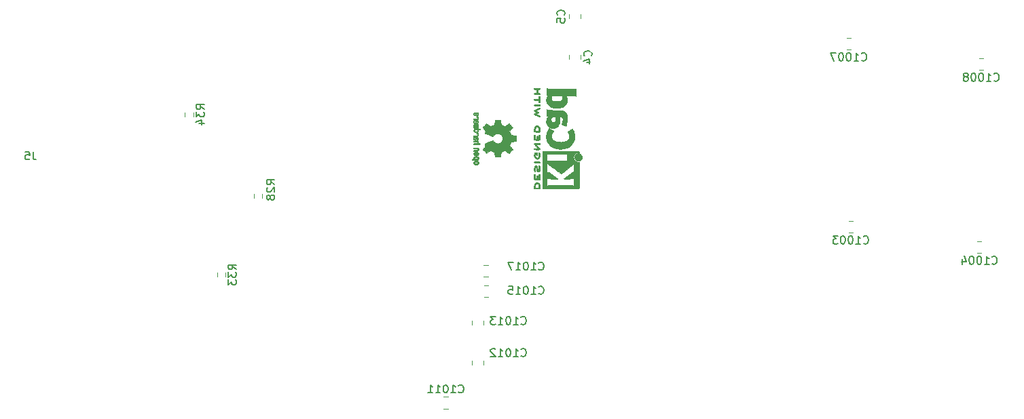
<source format=gbo>
G04 #@! TF.GenerationSoftware,KiCad,Pcbnew,(5.1.12)-1*
G04 #@! TF.CreationDate,2021-12-19T16:56:21+01:00*
G04 #@! TF.ProjectId,AWG,4157472e-6b69-4636-9164-5f7063625858,rev?*
G04 #@! TF.SameCoordinates,Original*
G04 #@! TF.FileFunction,Legend,Bot*
G04 #@! TF.FilePolarity,Positive*
%FSLAX46Y46*%
G04 Gerber Fmt 4.6, Leading zero omitted, Abs format (unit mm)*
G04 Created by KiCad (PCBNEW (5.1.12)-1) date 2021-12-19 16:56:21*
%MOMM*%
%LPD*%
G01*
G04 APERTURE LIST*
%ADD10C,0.010000*%
%ADD11C,0.120000*%
%ADD12C,0.150000*%
%ADD13C,1.600000*%
%ADD14R,1.600000X1.600000*%
%ADD15O,2.190000X1.740000*%
%ADD16R,4.000000X1.400000*%
%ADD17R,4.000000X1.500000*%
%ADD18O,1.740000X2.190000*%
%ADD19O,1.905000X2.000000*%
%ADD20R,1.905000X2.000000*%
%ADD21O,3.500000X3.500000*%
%ADD22C,2.340000*%
%ADD23C,4.000000*%
%ADD24O,1.700000X1.700000*%
%ADD25R,1.700000X1.700000*%
%ADD26O,1.800000X1.800000*%
%ADD27O,1.500000X1.500000*%
%ADD28C,6.400000*%
%ADD29C,0.800000*%
%ADD30C,0.254000*%
%ADD31C,0.100000*%
G04 APERTURE END LIST*
D10*
G36*
X204757652Y-79896090D02*
G01*
X204757222Y-79817546D01*
X204756058Y-79760702D01*
X204753793Y-79721895D01*
X204750060Y-79697462D01*
X204744494Y-79683738D01*
X204736727Y-79677060D01*
X204726395Y-79673764D01*
X204725057Y-79673444D01*
X204700921Y-79668438D01*
X204653299Y-79659171D01*
X204587259Y-79646608D01*
X204507872Y-79631713D01*
X204420204Y-79615449D01*
X204417125Y-79614881D01*
X204331211Y-79598590D01*
X204255304Y-79583348D01*
X204193955Y-79570139D01*
X204151718Y-79559946D01*
X204133145Y-79553752D01*
X204132816Y-79553457D01*
X204123747Y-79535212D01*
X204108633Y-79497595D01*
X204090738Y-79448729D01*
X204090642Y-79448457D01*
X204067507Y-79386907D01*
X204038035Y-79314343D01*
X204008403Y-79245943D01*
X204006938Y-79242706D01*
X203956374Y-79131298D01*
X204124840Y-78884601D01*
X204176197Y-78808923D01*
X204222111Y-78740369D01*
X204259970Y-78682912D01*
X204287163Y-78640524D01*
X204301079Y-78617175D01*
X204302111Y-78614958D01*
X204297516Y-78597990D01*
X204275345Y-78566299D01*
X204234553Y-78518648D01*
X204174095Y-78453802D01*
X204109773Y-78387603D01*
X204046388Y-78323786D01*
X203988549Y-78266671D01*
X203939825Y-78219695D01*
X203903790Y-78186297D01*
X203884016Y-78169915D01*
X203882998Y-78169306D01*
X203869428Y-78167495D01*
X203847267Y-78174317D01*
X203813522Y-78191460D01*
X203765200Y-78220607D01*
X203699308Y-78263445D01*
X203614483Y-78320552D01*
X203539823Y-78371234D01*
X203472860Y-78416539D01*
X203417484Y-78453850D01*
X203377580Y-78480548D01*
X203357038Y-78494015D01*
X203355644Y-78494863D01*
X203335962Y-78493219D01*
X203297707Y-78480755D01*
X203248111Y-78459952D01*
X203232272Y-78452538D01*
X203161710Y-78420186D01*
X203081647Y-78385672D01*
X203012371Y-78357635D01*
X202960955Y-78337432D01*
X202921881Y-78321385D01*
X202901459Y-78312112D01*
X202899886Y-78310959D01*
X202897279Y-78293904D01*
X202890137Y-78253702D01*
X202879477Y-78195698D01*
X202866315Y-78125237D01*
X202851667Y-78047665D01*
X202836551Y-77968328D01*
X202821982Y-77892569D01*
X202808978Y-77825736D01*
X202798555Y-77773172D01*
X202791730Y-77740224D01*
X202789801Y-77732143D01*
X202785038Y-77723795D01*
X202774282Y-77717494D01*
X202753902Y-77712955D01*
X202720266Y-77709896D01*
X202669745Y-77708033D01*
X202598708Y-77707082D01*
X202503524Y-77706760D01*
X202464508Y-77706743D01*
X202147201Y-77706743D01*
X202132161Y-77782943D01*
X202124005Y-77825337D01*
X202112101Y-77888600D01*
X202097884Y-77965038D01*
X202082790Y-78046957D01*
X202078645Y-78069600D01*
X202063947Y-78145194D01*
X202049495Y-78211047D01*
X202036625Y-78261634D01*
X202026678Y-78291426D01*
X202023713Y-78296388D01*
X202002717Y-78308574D01*
X201962033Y-78326047D01*
X201909678Y-78345423D01*
X201898400Y-78349266D01*
X201828477Y-78374661D01*
X201749582Y-78406183D01*
X201678734Y-78437031D01*
X201678405Y-78437183D01*
X201567267Y-78488553D01*
X201318747Y-78319601D01*
X201070228Y-78150648D01*
X200852942Y-78367571D01*
X200788274Y-78433181D01*
X200731267Y-78493021D01*
X200684967Y-78543733D01*
X200652416Y-78581954D01*
X200636657Y-78604325D01*
X200635657Y-78607534D01*
X200643531Y-78626374D01*
X200665422Y-78664820D01*
X200698733Y-78718670D01*
X200740869Y-78783724D01*
X200788057Y-78854060D01*
X200836190Y-78925445D01*
X200878072Y-78989092D01*
X200911129Y-79040959D01*
X200932782Y-79077005D01*
X200940457Y-79093133D01*
X200933963Y-79112811D01*
X200916850Y-79150125D01*
X200892674Y-79197379D01*
X200889987Y-79202388D01*
X200858073Y-79266023D01*
X200842421Y-79309659D01*
X200842255Y-79336798D01*
X200856796Y-79350943D01*
X200857000Y-79351025D01*
X200874221Y-79358095D01*
X200915101Y-79374958D01*
X200976475Y-79400305D01*
X201055181Y-79432829D01*
X201148053Y-79471222D01*
X201251928Y-79514178D01*
X201352498Y-79555778D01*
X201463484Y-79601496D01*
X201566297Y-79643474D01*
X201657785Y-79680452D01*
X201734799Y-79711173D01*
X201794185Y-79734378D01*
X201832791Y-79748810D01*
X201847200Y-79753257D01*
X201863728Y-79742104D01*
X201890070Y-79712931D01*
X201919113Y-79674029D01*
X202010961Y-79563243D01*
X202116241Y-79476649D01*
X202232734Y-79415284D01*
X202358224Y-79380185D01*
X202490493Y-79372392D01*
X202551543Y-79378057D01*
X202678205Y-79408922D01*
X202790059Y-79462080D01*
X202885999Y-79534233D01*
X202964924Y-79622083D01*
X203025730Y-79722335D01*
X203067313Y-79831690D01*
X203088572Y-79946853D01*
X203088401Y-80064525D01*
X203065699Y-80181410D01*
X203019362Y-80294211D01*
X202948287Y-80399631D01*
X202908089Y-80443632D01*
X202804871Y-80528021D01*
X202692075Y-80586778D01*
X202572990Y-80620296D01*
X202450905Y-80628965D01*
X202329107Y-80613177D01*
X202210884Y-80573322D01*
X202099525Y-80509793D01*
X201998316Y-80422979D01*
X201919113Y-80325971D01*
X201888838Y-80285563D01*
X201862781Y-80257018D01*
X201847175Y-80246743D01*
X201830157Y-80252123D01*
X201789500Y-80267425D01*
X201728358Y-80291388D01*
X201649881Y-80322756D01*
X201557220Y-80360268D01*
X201453528Y-80402667D01*
X201352474Y-80444337D01*
X201241393Y-80490310D01*
X201138459Y-80532893D01*
X201046835Y-80570779D01*
X200969684Y-80602660D01*
X200910169Y-80627229D01*
X200871456Y-80643180D01*
X200857000Y-80649090D01*
X200842315Y-80663052D01*
X200842358Y-80690060D01*
X200857901Y-80733587D01*
X200889716Y-80797110D01*
X200889987Y-80797612D01*
X200914677Y-80845440D01*
X200932662Y-80884103D01*
X200940386Y-80905905D01*
X200940457Y-80906867D01*
X200932622Y-80923279D01*
X200910835Y-80959513D01*
X200877672Y-81011526D01*
X200835709Y-81075275D01*
X200788057Y-81145940D01*
X200739809Y-81217884D01*
X200697849Y-81282726D01*
X200664773Y-81336265D01*
X200643179Y-81374303D01*
X200635657Y-81392467D01*
X200645543Y-81409192D01*
X200673174Y-81442820D01*
X200715505Y-81489990D01*
X200769495Y-81547342D01*
X200832101Y-81611516D01*
X200853017Y-81632503D01*
X201070377Y-81849501D01*
X201312780Y-81684332D01*
X201387219Y-81634136D01*
X201454028Y-81590081D01*
X201509335Y-81554638D01*
X201549271Y-81530281D01*
X201569964Y-81519478D01*
X201571437Y-81519162D01*
X201590942Y-81524857D01*
X201630178Y-81540174D01*
X201682570Y-81562463D01*
X201717645Y-81578107D01*
X201784799Y-81607359D01*
X201852642Y-81634906D01*
X201909966Y-81656263D01*
X201927428Y-81662065D01*
X201974062Y-81678548D01*
X202010095Y-81694660D01*
X202023713Y-81703510D01*
X202032048Y-81723040D01*
X202043863Y-81765666D01*
X202057819Y-81825855D01*
X202072578Y-81898078D01*
X202078645Y-81930400D01*
X202093727Y-82012478D01*
X202108331Y-82091205D01*
X202121020Y-82158891D01*
X202130358Y-82207840D01*
X202132161Y-82217057D01*
X202147201Y-82293257D01*
X202464508Y-82293257D01*
X202568846Y-82293086D01*
X202647787Y-82292384D01*
X202704962Y-82290866D01*
X202744001Y-82288251D01*
X202768535Y-82284254D01*
X202782195Y-82278591D01*
X202788611Y-82270980D01*
X202789801Y-82267857D01*
X202794020Y-82249022D01*
X202802438Y-82207412D01*
X202814039Y-82148370D01*
X202827805Y-82077243D01*
X202842720Y-81999375D01*
X202857768Y-81920113D01*
X202871931Y-81844802D01*
X202884194Y-81778787D01*
X202893539Y-81727413D01*
X202898950Y-81696025D01*
X202899886Y-81689041D01*
X202912404Y-81682715D01*
X202945754Y-81668710D01*
X202993623Y-81649645D01*
X203012371Y-81642366D01*
X203084805Y-81613004D01*
X203164830Y-81578429D01*
X203232272Y-81547463D01*
X203283841Y-81524677D01*
X203326215Y-81509518D01*
X203352166Y-81504458D01*
X203355644Y-81505264D01*
X203372064Y-81515959D01*
X203408583Y-81540380D01*
X203461313Y-81575905D01*
X203526365Y-81619913D01*
X203599849Y-81669783D01*
X203614355Y-81679644D01*
X203700296Y-81737508D01*
X203765739Y-81780044D01*
X203813696Y-81808946D01*
X203847180Y-81825910D01*
X203869205Y-81832633D01*
X203882783Y-81830810D01*
X203882869Y-81830764D01*
X203900703Y-81816414D01*
X203935183Y-81784677D01*
X203982732Y-81738990D01*
X204039778Y-81682796D01*
X204102745Y-81619532D01*
X204109773Y-81612398D01*
X204186980Y-81532670D01*
X204243670Y-81471143D01*
X204280890Y-81426579D01*
X204299685Y-81397743D01*
X204302111Y-81385042D01*
X204291529Y-81366506D01*
X204267084Y-81328039D01*
X204231388Y-81273614D01*
X204187053Y-81207202D01*
X204136689Y-81132775D01*
X204124840Y-81115399D01*
X203956374Y-80868703D01*
X204006938Y-80757294D01*
X204036405Y-80689543D01*
X204066041Y-80616817D01*
X204089670Y-80554297D01*
X204090642Y-80551543D01*
X204108543Y-80502640D01*
X204123680Y-80464943D01*
X204132790Y-80446575D01*
X204132816Y-80446544D01*
X204149283Y-80440715D01*
X204189781Y-80430808D01*
X204249758Y-80417805D01*
X204324660Y-80402691D01*
X204409936Y-80386448D01*
X204417125Y-80385119D01*
X204504986Y-80368825D01*
X204584740Y-80353867D01*
X204651319Y-80341209D01*
X204699653Y-80331814D01*
X204724675Y-80326646D01*
X204725057Y-80326556D01*
X204735701Y-80323411D01*
X204743738Y-80317296D01*
X204749533Y-80304547D01*
X204753453Y-80281500D01*
X204755865Y-80244491D01*
X204757135Y-80189856D01*
X204757629Y-80113933D01*
X204757714Y-80013056D01*
X204757714Y-80000000D01*
X204757652Y-79896090D01*
G37*
X204757652Y-79896090D02*
X204757222Y-79817546D01*
X204756058Y-79760702D01*
X204753793Y-79721895D01*
X204750060Y-79697462D01*
X204744494Y-79683738D01*
X204736727Y-79677060D01*
X204726395Y-79673764D01*
X204725057Y-79673444D01*
X204700921Y-79668438D01*
X204653299Y-79659171D01*
X204587259Y-79646608D01*
X204507872Y-79631713D01*
X204420204Y-79615449D01*
X204417125Y-79614881D01*
X204331211Y-79598590D01*
X204255304Y-79583348D01*
X204193955Y-79570139D01*
X204151718Y-79559946D01*
X204133145Y-79553752D01*
X204132816Y-79553457D01*
X204123747Y-79535212D01*
X204108633Y-79497595D01*
X204090738Y-79448729D01*
X204090642Y-79448457D01*
X204067507Y-79386907D01*
X204038035Y-79314343D01*
X204008403Y-79245943D01*
X204006938Y-79242706D01*
X203956374Y-79131298D01*
X204124840Y-78884601D01*
X204176197Y-78808923D01*
X204222111Y-78740369D01*
X204259970Y-78682912D01*
X204287163Y-78640524D01*
X204301079Y-78617175D01*
X204302111Y-78614958D01*
X204297516Y-78597990D01*
X204275345Y-78566299D01*
X204234553Y-78518648D01*
X204174095Y-78453802D01*
X204109773Y-78387603D01*
X204046388Y-78323786D01*
X203988549Y-78266671D01*
X203939825Y-78219695D01*
X203903790Y-78186297D01*
X203884016Y-78169915D01*
X203882998Y-78169306D01*
X203869428Y-78167495D01*
X203847267Y-78174317D01*
X203813522Y-78191460D01*
X203765200Y-78220607D01*
X203699308Y-78263445D01*
X203614483Y-78320552D01*
X203539823Y-78371234D01*
X203472860Y-78416539D01*
X203417484Y-78453850D01*
X203377580Y-78480548D01*
X203357038Y-78494015D01*
X203355644Y-78494863D01*
X203335962Y-78493219D01*
X203297707Y-78480755D01*
X203248111Y-78459952D01*
X203232272Y-78452538D01*
X203161710Y-78420186D01*
X203081647Y-78385672D01*
X203012371Y-78357635D01*
X202960955Y-78337432D01*
X202921881Y-78321385D01*
X202901459Y-78312112D01*
X202899886Y-78310959D01*
X202897279Y-78293904D01*
X202890137Y-78253702D01*
X202879477Y-78195698D01*
X202866315Y-78125237D01*
X202851667Y-78047665D01*
X202836551Y-77968328D01*
X202821982Y-77892569D01*
X202808978Y-77825736D01*
X202798555Y-77773172D01*
X202791730Y-77740224D01*
X202789801Y-77732143D01*
X202785038Y-77723795D01*
X202774282Y-77717494D01*
X202753902Y-77712955D01*
X202720266Y-77709896D01*
X202669745Y-77708033D01*
X202598708Y-77707082D01*
X202503524Y-77706760D01*
X202464508Y-77706743D01*
X202147201Y-77706743D01*
X202132161Y-77782943D01*
X202124005Y-77825337D01*
X202112101Y-77888600D01*
X202097884Y-77965038D01*
X202082790Y-78046957D01*
X202078645Y-78069600D01*
X202063947Y-78145194D01*
X202049495Y-78211047D01*
X202036625Y-78261634D01*
X202026678Y-78291426D01*
X202023713Y-78296388D01*
X202002717Y-78308574D01*
X201962033Y-78326047D01*
X201909678Y-78345423D01*
X201898400Y-78349266D01*
X201828477Y-78374661D01*
X201749582Y-78406183D01*
X201678734Y-78437031D01*
X201678405Y-78437183D01*
X201567267Y-78488553D01*
X201318747Y-78319601D01*
X201070228Y-78150648D01*
X200852942Y-78367571D01*
X200788274Y-78433181D01*
X200731267Y-78493021D01*
X200684967Y-78543733D01*
X200652416Y-78581954D01*
X200636657Y-78604325D01*
X200635657Y-78607534D01*
X200643531Y-78626374D01*
X200665422Y-78664820D01*
X200698733Y-78718670D01*
X200740869Y-78783724D01*
X200788057Y-78854060D01*
X200836190Y-78925445D01*
X200878072Y-78989092D01*
X200911129Y-79040959D01*
X200932782Y-79077005D01*
X200940457Y-79093133D01*
X200933963Y-79112811D01*
X200916850Y-79150125D01*
X200892674Y-79197379D01*
X200889987Y-79202388D01*
X200858073Y-79266023D01*
X200842421Y-79309659D01*
X200842255Y-79336798D01*
X200856796Y-79350943D01*
X200857000Y-79351025D01*
X200874221Y-79358095D01*
X200915101Y-79374958D01*
X200976475Y-79400305D01*
X201055181Y-79432829D01*
X201148053Y-79471222D01*
X201251928Y-79514178D01*
X201352498Y-79555778D01*
X201463484Y-79601496D01*
X201566297Y-79643474D01*
X201657785Y-79680452D01*
X201734799Y-79711173D01*
X201794185Y-79734378D01*
X201832791Y-79748810D01*
X201847200Y-79753257D01*
X201863728Y-79742104D01*
X201890070Y-79712931D01*
X201919113Y-79674029D01*
X202010961Y-79563243D01*
X202116241Y-79476649D01*
X202232734Y-79415284D01*
X202358224Y-79380185D01*
X202490493Y-79372392D01*
X202551543Y-79378057D01*
X202678205Y-79408922D01*
X202790059Y-79462080D01*
X202885999Y-79534233D01*
X202964924Y-79622083D01*
X203025730Y-79722335D01*
X203067313Y-79831690D01*
X203088572Y-79946853D01*
X203088401Y-80064525D01*
X203065699Y-80181410D01*
X203019362Y-80294211D01*
X202948287Y-80399631D01*
X202908089Y-80443632D01*
X202804871Y-80528021D01*
X202692075Y-80586778D01*
X202572990Y-80620296D01*
X202450905Y-80628965D01*
X202329107Y-80613177D01*
X202210884Y-80573322D01*
X202099525Y-80509793D01*
X201998316Y-80422979D01*
X201919113Y-80325971D01*
X201888838Y-80285563D01*
X201862781Y-80257018D01*
X201847175Y-80246743D01*
X201830157Y-80252123D01*
X201789500Y-80267425D01*
X201728358Y-80291388D01*
X201649881Y-80322756D01*
X201557220Y-80360268D01*
X201453528Y-80402667D01*
X201352474Y-80444337D01*
X201241393Y-80490310D01*
X201138459Y-80532893D01*
X201046835Y-80570779D01*
X200969684Y-80602660D01*
X200910169Y-80627229D01*
X200871456Y-80643180D01*
X200857000Y-80649090D01*
X200842315Y-80663052D01*
X200842358Y-80690060D01*
X200857901Y-80733587D01*
X200889716Y-80797110D01*
X200889987Y-80797612D01*
X200914677Y-80845440D01*
X200932662Y-80884103D01*
X200940386Y-80905905D01*
X200940457Y-80906867D01*
X200932622Y-80923279D01*
X200910835Y-80959513D01*
X200877672Y-81011526D01*
X200835709Y-81075275D01*
X200788057Y-81145940D01*
X200739809Y-81217884D01*
X200697849Y-81282726D01*
X200664773Y-81336265D01*
X200643179Y-81374303D01*
X200635657Y-81392467D01*
X200645543Y-81409192D01*
X200673174Y-81442820D01*
X200715505Y-81489990D01*
X200769495Y-81547342D01*
X200832101Y-81611516D01*
X200853017Y-81632503D01*
X201070377Y-81849501D01*
X201312780Y-81684332D01*
X201387219Y-81634136D01*
X201454028Y-81590081D01*
X201509335Y-81554638D01*
X201549271Y-81530281D01*
X201569964Y-81519478D01*
X201571437Y-81519162D01*
X201590942Y-81524857D01*
X201630178Y-81540174D01*
X201682570Y-81562463D01*
X201717645Y-81578107D01*
X201784799Y-81607359D01*
X201852642Y-81634906D01*
X201909966Y-81656263D01*
X201927428Y-81662065D01*
X201974062Y-81678548D01*
X202010095Y-81694660D01*
X202023713Y-81703510D01*
X202032048Y-81723040D01*
X202043863Y-81765666D01*
X202057819Y-81825855D01*
X202072578Y-81898078D01*
X202078645Y-81930400D01*
X202093727Y-82012478D01*
X202108331Y-82091205D01*
X202121020Y-82158891D01*
X202130358Y-82207840D01*
X202132161Y-82217057D01*
X202147201Y-82293257D01*
X202464508Y-82293257D01*
X202568846Y-82293086D01*
X202647787Y-82292384D01*
X202704962Y-82290866D01*
X202744001Y-82288251D01*
X202768535Y-82284254D01*
X202782195Y-82278591D01*
X202788611Y-82270980D01*
X202789801Y-82267857D01*
X202794020Y-82249022D01*
X202802438Y-82207412D01*
X202814039Y-82148370D01*
X202827805Y-82077243D01*
X202842720Y-81999375D01*
X202857768Y-81920113D01*
X202871931Y-81844802D01*
X202884194Y-81778787D01*
X202893539Y-81727413D01*
X202898950Y-81696025D01*
X202899886Y-81689041D01*
X202912404Y-81682715D01*
X202945754Y-81668710D01*
X202993623Y-81649645D01*
X203012371Y-81642366D01*
X203084805Y-81613004D01*
X203164830Y-81578429D01*
X203232272Y-81547463D01*
X203283841Y-81524677D01*
X203326215Y-81509518D01*
X203352166Y-81504458D01*
X203355644Y-81505264D01*
X203372064Y-81515959D01*
X203408583Y-81540380D01*
X203461313Y-81575905D01*
X203526365Y-81619913D01*
X203599849Y-81669783D01*
X203614355Y-81679644D01*
X203700296Y-81737508D01*
X203765739Y-81780044D01*
X203813696Y-81808946D01*
X203847180Y-81825910D01*
X203869205Y-81832633D01*
X203882783Y-81830810D01*
X203882869Y-81830764D01*
X203900703Y-81816414D01*
X203935183Y-81784677D01*
X203982732Y-81738990D01*
X204039778Y-81682796D01*
X204102745Y-81619532D01*
X204109773Y-81612398D01*
X204186980Y-81532670D01*
X204243670Y-81471143D01*
X204280890Y-81426579D01*
X204299685Y-81397743D01*
X204302111Y-81385042D01*
X204291529Y-81366506D01*
X204267084Y-81328039D01*
X204231388Y-81273614D01*
X204187053Y-81207202D01*
X204136689Y-81132775D01*
X204124840Y-81115399D01*
X203956374Y-80868703D01*
X204006938Y-80757294D01*
X204036405Y-80689543D01*
X204066041Y-80616817D01*
X204089670Y-80554297D01*
X204090642Y-80551543D01*
X204108543Y-80502640D01*
X204123680Y-80464943D01*
X204132790Y-80446575D01*
X204132816Y-80446544D01*
X204149283Y-80440715D01*
X204189781Y-80430808D01*
X204249758Y-80417805D01*
X204324660Y-80402691D01*
X204409936Y-80386448D01*
X204417125Y-80385119D01*
X204504986Y-80368825D01*
X204584740Y-80353867D01*
X204651319Y-80341209D01*
X204699653Y-80331814D01*
X204724675Y-80326646D01*
X204725057Y-80326556D01*
X204735701Y-80323411D01*
X204743738Y-80317296D01*
X204749533Y-80304547D01*
X204753453Y-80281500D01*
X204755865Y-80244491D01*
X204757135Y-80189856D01*
X204757629Y-80113933D01*
X204757714Y-80013056D01*
X204757714Y-80000000D01*
X204757652Y-79896090D01*
G36*
X200033034Y-76846405D02*
G01*
X199995503Y-76788979D01*
X199961904Y-76761281D01*
X199900936Y-76739338D01*
X199852692Y-76737595D01*
X199788184Y-76741543D01*
X199723066Y-76890314D01*
X199689798Y-76962651D01*
X199663036Y-77009916D01*
X199639856Y-77034493D01*
X199617333Y-77038763D01*
X199592545Y-77025111D01*
X199576114Y-77010057D01*
X199549765Y-76966254D01*
X199547919Y-76918611D01*
X199568454Y-76874855D01*
X199609248Y-76842711D01*
X199623653Y-76836962D01*
X199668644Y-76809424D01*
X199687818Y-76777742D01*
X199704221Y-76734286D01*
X199642034Y-76734286D01*
X199599717Y-76738128D01*
X199564031Y-76753177D01*
X199523057Y-76784720D01*
X199517733Y-76789408D01*
X199481280Y-76824494D01*
X199461717Y-76854653D01*
X199452717Y-76892385D01*
X199449770Y-76923665D01*
X199449035Y-76979615D01*
X199458340Y-77019445D01*
X199472154Y-77044292D01*
X199502533Y-77083344D01*
X199535387Y-77110375D01*
X199576706Y-77127483D01*
X199632479Y-77136762D01*
X199708695Y-77140307D01*
X199747378Y-77140590D01*
X199793753Y-77139628D01*
X199793753Y-77051993D01*
X199768874Y-77050977D01*
X199764800Y-77048444D01*
X199770335Y-77031726D01*
X199784983Y-76995751D01*
X199805810Y-76947669D01*
X199810286Y-76937614D01*
X199841186Y-76876848D01*
X199868343Y-76843368D01*
X199893780Y-76836010D01*
X199919519Y-76853609D01*
X199930891Y-76868144D01*
X199953636Y-76920590D01*
X199949878Y-76969678D01*
X199922116Y-77010773D01*
X199872848Y-77039242D01*
X199833743Y-77048369D01*
X199793753Y-77051993D01*
X199793753Y-77139628D01*
X199837751Y-77138715D01*
X199904616Y-77131804D01*
X199953305Y-77118116D01*
X199989151Y-77095904D01*
X200017487Y-77063426D01*
X200026645Y-77049267D01*
X200050493Y-76984947D01*
X200051994Y-76914527D01*
X200033034Y-76846405D01*
G37*
X200033034Y-76846405D02*
X199995503Y-76788979D01*
X199961904Y-76761281D01*
X199900936Y-76739338D01*
X199852692Y-76737595D01*
X199788184Y-76741543D01*
X199723066Y-76890314D01*
X199689798Y-76962651D01*
X199663036Y-77009916D01*
X199639856Y-77034493D01*
X199617333Y-77038763D01*
X199592545Y-77025111D01*
X199576114Y-77010057D01*
X199549765Y-76966254D01*
X199547919Y-76918611D01*
X199568454Y-76874855D01*
X199609248Y-76842711D01*
X199623653Y-76836962D01*
X199668644Y-76809424D01*
X199687818Y-76777742D01*
X199704221Y-76734286D01*
X199642034Y-76734286D01*
X199599717Y-76738128D01*
X199564031Y-76753177D01*
X199523057Y-76784720D01*
X199517733Y-76789408D01*
X199481280Y-76824494D01*
X199461717Y-76854653D01*
X199452717Y-76892385D01*
X199449770Y-76923665D01*
X199449035Y-76979615D01*
X199458340Y-77019445D01*
X199472154Y-77044292D01*
X199502533Y-77083344D01*
X199535387Y-77110375D01*
X199576706Y-77127483D01*
X199632479Y-77136762D01*
X199708695Y-77140307D01*
X199747378Y-77140590D01*
X199793753Y-77139628D01*
X199793753Y-77051993D01*
X199768874Y-77050977D01*
X199764800Y-77048444D01*
X199770335Y-77031726D01*
X199784983Y-76995751D01*
X199805810Y-76947669D01*
X199810286Y-76937614D01*
X199841186Y-76876848D01*
X199868343Y-76843368D01*
X199893780Y-76836010D01*
X199919519Y-76853609D01*
X199930891Y-76868144D01*
X199953636Y-76920590D01*
X199949878Y-76969678D01*
X199922116Y-77010773D01*
X199872848Y-77039242D01*
X199833743Y-77048369D01*
X199793753Y-77051993D01*
X199793753Y-77139628D01*
X199837751Y-77138715D01*
X199904616Y-77131804D01*
X199953305Y-77118116D01*
X199989151Y-77095904D01*
X200017487Y-77063426D01*
X200026645Y-77049267D01*
X200050493Y-76984947D01*
X200051994Y-76914527D01*
X200033034Y-76846405D01*
G36*
X200041248Y-77347400D02*
G01*
X200033666Y-77330052D01*
X200000872Y-77288644D01*
X199953453Y-77253235D01*
X199902849Y-77231336D01*
X199877902Y-77227771D01*
X199843073Y-77239721D01*
X199824643Y-77265933D01*
X199813484Y-77294036D01*
X199811428Y-77306905D01*
X199826351Y-77313171D01*
X199858825Y-77325544D01*
X199873498Y-77330972D01*
X199924256Y-77361410D01*
X199949573Y-77405480D01*
X199948794Y-77461990D01*
X199947797Y-77466175D01*
X199933493Y-77496345D01*
X199905607Y-77518524D01*
X199860713Y-77533673D01*
X199795385Y-77542750D01*
X199706196Y-77546714D01*
X199658739Y-77547086D01*
X199583929Y-77547270D01*
X199532931Y-77548478D01*
X199500529Y-77551691D01*
X199481505Y-77557891D01*
X199470644Y-77568060D01*
X199462728Y-77583181D01*
X199462330Y-77584054D01*
X199450019Y-77613172D01*
X199445486Y-77627597D01*
X199459191Y-77629814D01*
X199497075Y-77631711D01*
X199554285Y-77633153D01*
X199625973Y-77634002D01*
X199678435Y-77634171D01*
X199779953Y-77633308D01*
X199856968Y-77629930D01*
X199913977Y-77622858D01*
X199955474Y-77610912D01*
X199985957Y-77592910D01*
X200009920Y-77567673D01*
X200026645Y-77542753D01*
X200048903Y-77482829D01*
X200053924Y-77413089D01*
X200041248Y-77347400D01*
G37*
X200041248Y-77347400D02*
X200033666Y-77330052D01*
X200000872Y-77288644D01*
X199953453Y-77253235D01*
X199902849Y-77231336D01*
X199877902Y-77227771D01*
X199843073Y-77239721D01*
X199824643Y-77265933D01*
X199813484Y-77294036D01*
X199811428Y-77306905D01*
X199826351Y-77313171D01*
X199858825Y-77325544D01*
X199873498Y-77330972D01*
X199924256Y-77361410D01*
X199949573Y-77405480D01*
X199948794Y-77461990D01*
X199947797Y-77466175D01*
X199933493Y-77496345D01*
X199905607Y-77518524D01*
X199860713Y-77533673D01*
X199795385Y-77542750D01*
X199706196Y-77546714D01*
X199658739Y-77547086D01*
X199583929Y-77547270D01*
X199532931Y-77548478D01*
X199500529Y-77551691D01*
X199481505Y-77557891D01*
X199470644Y-77568060D01*
X199462728Y-77583181D01*
X199462330Y-77584054D01*
X199450019Y-77613172D01*
X199445486Y-77627597D01*
X199459191Y-77629814D01*
X199497075Y-77631711D01*
X199554285Y-77633153D01*
X199625973Y-77634002D01*
X199678435Y-77634171D01*
X199779953Y-77633308D01*
X199856968Y-77629930D01*
X199913977Y-77622858D01*
X199955474Y-77610912D01*
X199985957Y-77592910D01*
X200009920Y-77567673D01*
X200026645Y-77542753D01*
X200048903Y-77482829D01*
X200053924Y-77413089D01*
X200041248Y-77347400D01*
G36*
X200043665Y-77855124D02*
G01*
X200024656Y-77813333D01*
X200001622Y-77780531D01*
X199975867Y-77756497D01*
X199942642Y-77739903D01*
X199897200Y-77729423D01*
X199834793Y-77723729D01*
X199750673Y-77721493D01*
X199695279Y-77721257D01*
X199479174Y-77721257D01*
X199462330Y-77758226D01*
X199450019Y-77787344D01*
X199445486Y-77801769D01*
X199458975Y-77804528D01*
X199495347Y-77806718D01*
X199548458Y-77808058D01*
X199590628Y-77808343D01*
X199651553Y-77809566D01*
X199699885Y-77812864D01*
X199729482Y-77817679D01*
X199735771Y-77821504D01*
X199729348Y-77847217D01*
X199712875Y-77887582D01*
X199690542Y-77934321D01*
X199666543Y-77979155D01*
X199645070Y-78013807D01*
X199630315Y-78029998D01*
X199630155Y-78030062D01*
X199602848Y-78028670D01*
X199576781Y-78016182D01*
X199555608Y-77994257D01*
X199548526Y-77962257D01*
X199549351Y-77934908D01*
X199549958Y-77896174D01*
X199540884Y-77875842D01*
X199516908Y-77863631D01*
X199512387Y-77862091D01*
X199478194Y-77856797D01*
X199457432Y-77870953D01*
X199447538Y-77907852D01*
X199445708Y-77947711D01*
X199459273Y-78019438D01*
X199478645Y-78056568D01*
X199524155Y-78102424D01*
X199580017Y-78126744D01*
X199639043Y-78128927D01*
X199694047Y-78108371D01*
X199728514Y-78077451D01*
X199747811Y-78046580D01*
X199772241Y-77998058D01*
X199797015Y-77941515D01*
X199800801Y-77932090D01*
X199828209Y-77869981D01*
X199852366Y-77834178D01*
X199876381Y-77822663D01*
X199903365Y-77833420D01*
X199924457Y-77851886D01*
X199950428Y-77895531D01*
X199952376Y-77943554D01*
X199932363Y-77987594D01*
X199892449Y-78019291D01*
X199882152Y-78023451D01*
X199844276Y-78047673D01*
X199816158Y-78083035D01*
X199793083Y-78127657D01*
X199858515Y-78127657D01*
X199898494Y-78125031D01*
X199930003Y-78113770D01*
X199963622Y-78088801D01*
X199989516Y-78064831D01*
X200026183Y-78027559D01*
X200045879Y-77998599D01*
X200053780Y-77967495D01*
X200055086Y-77932287D01*
X200043665Y-77855124D01*
G37*
X200043665Y-77855124D02*
X200024656Y-77813333D01*
X200001622Y-77780531D01*
X199975867Y-77756497D01*
X199942642Y-77739903D01*
X199897200Y-77729423D01*
X199834793Y-77723729D01*
X199750673Y-77721493D01*
X199695279Y-77721257D01*
X199479174Y-77721257D01*
X199462330Y-77758226D01*
X199450019Y-77787344D01*
X199445486Y-77801769D01*
X199458975Y-77804528D01*
X199495347Y-77806718D01*
X199548458Y-77808058D01*
X199590628Y-77808343D01*
X199651553Y-77809566D01*
X199699885Y-77812864D01*
X199729482Y-77817679D01*
X199735771Y-77821504D01*
X199729348Y-77847217D01*
X199712875Y-77887582D01*
X199690542Y-77934321D01*
X199666543Y-77979155D01*
X199645070Y-78013807D01*
X199630315Y-78029998D01*
X199630155Y-78030062D01*
X199602848Y-78028670D01*
X199576781Y-78016182D01*
X199555608Y-77994257D01*
X199548526Y-77962257D01*
X199549351Y-77934908D01*
X199549958Y-77896174D01*
X199540884Y-77875842D01*
X199516908Y-77863631D01*
X199512387Y-77862091D01*
X199478194Y-77856797D01*
X199457432Y-77870953D01*
X199447538Y-77907852D01*
X199445708Y-77947711D01*
X199459273Y-78019438D01*
X199478645Y-78056568D01*
X199524155Y-78102424D01*
X199580017Y-78126744D01*
X199639043Y-78128927D01*
X199694047Y-78108371D01*
X199728514Y-78077451D01*
X199747811Y-78046580D01*
X199772241Y-77998058D01*
X199797015Y-77941515D01*
X199800801Y-77932090D01*
X199828209Y-77869981D01*
X199852366Y-77834178D01*
X199876381Y-77822663D01*
X199903365Y-77833420D01*
X199924457Y-77851886D01*
X199950428Y-77895531D01*
X199952376Y-77943554D01*
X199932363Y-77987594D01*
X199892449Y-78019291D01*
X199882152Y-78023451D01*
X199844276Y-78047673D01*
X199816158Y-78083035D01*
X199793083Y-78127657D01*
X199858515Y-78127657D01*
X199898494Y-78125031D01*
X199930003Y-78113770D01*
X199963622Y-78088801D01*
X199989516Y-78064831D01*
X200026183Y-78027559D01*
X200045879Y-77998599D01*
X200053780Y-77967495D01*
X200055086Y-77932287D01*
X200043665Y-77855124D01*
G36*
X200041337Y-78220167D02*
G01*
X200003150Y-78217952D01*
X199945114Y-78216216D01*
X199871820Y-78215101D01*
X199794945Y-78214743D01*
X199534804Y-78214743D01*
X199488873Y-78260674D01*
X199460571Y-78292325D01*
X199449107Y-78320110D01*
X199449832Y-78358085D01*
X199451679Y-78373160D01*
X199457052Y-78420274D01*
X199460131Y-78459244D01*
X199460415Y-78468743D01*
X199458555Y-78500767D01*
X199453886Y-78546568D01*
X199451679Y-78564326D01*
X199448265Y-78607943D01*
X199455680Y-78637255D01*
X199478573Y-78666320D01*
X199488873Y-78676812D01*
X199534804Y-78722743D01*
X200021398Y-78722743D01*
X200038242Y-78685774D01*
X200050718Y-78653941D01*
X200055086Y-78635317D01*
X200041282Y-78630542D01*
X200002714Y-78626079D01*
X199943644Y-78622225D01*
X199868337Y-78619278D01*
X199804714Y-78617857D01*
X199554343Y-78613886D01*
X199549444Y-78579241D01*
X199552869Y-78547732D01*
X199563959Y-78532292D01*
X199584692Y-78527977D01*
X199628855Y-78524292D01*
X199690854Y-78521531D01*
X199765091Y-78519988D01*
X199803294Y-78519765D01*
X200023217Y-78519543D01*
X200039151Y-78473834D01*
X200049985Y-78441482D01*
X200055038Y-78423885D01*
X200055086Y-78423377D01*
X200041352Y-78421612D01*
X200003270Y-78419671D01*
X199945518Y-78417718D01*
X199872773Y-78415916D01*
X199804714Y-78414657D01*
X199554343Y-78410686D01*
X199554343Y-78323600D01*
X199782760Y-78319604D01*
X200011178Y-78315608D01*
X200033132Y-78273153D01*
X200048207Y-78241808D01*
X200055049Y-78223256D01*
X200055086Y-78222721D01*
X200041337Y-78220167D01*
G37*
X200041337Y-78220167D02*
X200003150Y-78217952D01*
X199945114Y-78216216D01*
X199871820Y-78215101D01*
X199794945Y-78214743D01*
X199534804Y-78214743D01*
X199488873Y-78260674D01*
X199460571Y-78292325D01*
X199449107Y-78320110D01*
X199449832Y-78358085D01*
X199451679Y-78373160D01*
X199457052Y-78420274D01*
X199460131Y-78459244D01*
X199460415Y-78468743D01*
X199458555Y-78500767D01*
X199453886Y-78546568D01*
X199451679Y-78564326D01*
X199448265Y-78607943D01*
X199455680Y-78637255D01*
X199478573Y-78666320D01*
X199488873Y-78676812D01*
X199534804Y-78722743D01*
X200021398Y-78722743D01*
X200038242Y-78685774D01*
X200050718Y-78653941D01*
X200055086Y-78635317D01*
X200041282Y-78630542D01*
X200002714Y-78626079D01*
X199943644Y-78622225D01*
X199868337Y-78619278D01*
X199804714Y-78617857D01*
X199554343Y-78613886D01*
X199549444Y-78579241D01*
X199552869Y-78547732D01*
X199563959Y-78532292D01*
X199584692Y-78527977D01*
X199628855Y-78524292D01*
X199690854Y-78521531D01*
X199765091Y-78519988D01*
X199803294Y-78519765D01*
X200023217Y-78519543D01*
X200039151Y-78473834D01*
X200049985Y-78441482D01*
X200055038Y-78423885D01*
X200055086Y-78423377D01*
X200041352Y-78421612D01*
X200003270Y-78419671D01*
X199945518Y-78417718D01*
X199872773Y-78415916D01*
X199804714Y-78414657D01*
X199554343Y-78410686D01*
X199554343Y-78323600D01*
X199782760Y-78319604D01*
X200011178Y-78315608D01*
X200033132Y-78273153D01*
X200048207Y-78241808D01*
X200055049Y-78223256D01*
X200055086Y-78222721D01*
X200041337Y-78220167D01*
G36*
X199934642Y-78809883D02*
G01*
X199826163Y-78810067D01*
X199742713Y-78810781D01*
X199680296Y-78812325D01*
X199634915Y-78814999D01*
X199602571Y-78819106D01*
X199579267Y-78824945D01*
X199561005Y-78832818D01*
X199550582Y-78838779D01*
X199494055Y-78888145D01*
X199458623Y-78950736D01*
X199445910Y-79019987D01*
X199457537Y-79089332D01*
X199478432Y-79130625D01*
X199514578Y-79173975D01*
X199558724Y-79203519D01*
X199616538Y-79221345D01*
X199693687Y-79229537D01*
X199750286Y-79230698D01*
X199754353Y-79230542D01*
X199754353Y-79129143D01*
X199689450Y-79128524D01*
X199646486Y-79125686D01*
X199618378Y-79119160D01*
X199598047Y-79107477D01*
X199582712Y-79093517D01*
X199553110Y-79046635D01*
X199550581Y-78996299D01*
X199575295Y-78948724D01*
X199578644Y-78945021D01*
X199596065Y-78929217D01*
X199616791Y-78919307D01*
X199647638Y-78913942D01*
X199695423Y-78911772D01*
X199748252Y-78911429D01*
X199814619Y-78912173D01*
X199858894Y-78915252D01*
X199887991Y-78921939D01*
X199908827Y-78933504D01*
X199919893Y-78942987D01*
X199947802Y-78987040D01*
X199951157Y-79037776D01*
X199929841Y-79086204D01*
X199921927Y-79095550D01*
X199904353Y-79111460D01*
X199883413Y-79121390D01*
X199852218Y-79126722D01*
X199803878Y-79128837D01*
X199754353Y-79129143D01*
X199754353Y-79230542D01*
X199841432Y-79227190D01*
X199909914Y-79215274D01*
X199961400Y-79192865D01*
X200001557Y-79157876D01*
X200022139Y-79130625D01*
X200044375Y-79081093D01*
X200054696Y-79023684D01*
X200051933Y-78970318D01*
X200040788Y-78940457D01*
X200037617Y-78928739D01*
X200049443Y-78920963D01*
X200081134Y-78915535D01*
X200129407Y-78911429D01*
X200183171Y-78906933D01*
X200215518Y-78900687D01*
X200234015Y-78889324D01*
X200246230Y-78869472D01*
X200251638Y-78857000D01*
X200271399Y-78809829D01*
X199934642Y-78809883D01*
G37*
X199934642Y-78809883D02*
X199826163Y-78810067D01*
X199742713Y-78810781D01*
X199680296Y-78812325D01*
X199634915Y-78814999D01*
X199602571Y-78819106D01*
X199579267Y-78824945D01*
X199561005Y-78832818D01*
X199550582Y-78838779D01*
X199494055Y-78888145D01*
X199458623Y-78950736D01*
X199445910Y-79019987D01*
X199457537Y-79089332D01*
X199478432Y-79130625D01*
X199514578Y-79173975D01*
X199558724Y-79203519D01*
X199616538Y-79221345D01*
X199693687Y-79229537D01*
X199750286Y-79230698D01*
X199754353Y-79230542D01*
X199754353Y-79129143D01*
X199689450Y-79128524D01*
X199646486Y-79125686D01*
X199618378Y-79119160D01*
X199598047Y-79107477D01*
X199582712Y-79093517D01*
X199553110Y-79046635D01*
X199550581Y-78996299D01*
X199575295Y-78948724D01*
X199578644Y-78945021D01*
X199596065Y-78929217D01*
X199616791Y-78919307D01*
X199647638Y-78913942D01*
X199695423Y-78911772D01*
X199748252Y-78911429D01*
X199814619Y-78912173D01*
X199858894Y-78915252D01*
X199887991Y-78921939D01*
X199908827Y-78933504D01*
X199919893Y-78942987D01*
X199947802Y-78987040D01*
X199951157Y-79037776D01*
X199929841Y-79086204D01*
X199921927Y-79095550D01*
X199904353Y-79111460D01*
X199883413Y-79121390D01*
X199852218Y-79126722D01*
X199803878Y-79128837D01*
X199754353Y-79129143D01*
X199754353Y-79230542D01*
X199841432Y-79227190D01*
X199909914Y-79215274D01*
X199961400Y-79192865D01*
X200001557Y-79157876D01*
X200022139Y-79130625D01*
X200044375Y-79081093D01*
X200054696Y-79023684D01*
X200051933Y-78970318D01*
X200040788Y-78940457D01*
X200037617Y-78928739D01*
X200049443Y-78920963D01*
X200081134Y-78915535D01*
X200129407Y-78911429D01*
X200183171Y-78906933D01*
X200215518Y-78900687D01*
X200234015Y-78889324D01*
X200246230Y-78869472D01*
X200251638Y-78857000D01*
X200271399Y-78809829D01*
X199934642Y-78809883D01*
G36*
X200050245Y-79470074D02*
G01*
X200025916Y-79404142D01*
X199982883Y-79350727D01*
X199952591Y-79329836D01*
X199897006Y-79307061D01*
X199856814Y-79307534D01*
X199829783Y-79331438D01*
X199825187Y-79340283D01*
X199810856Y-79378470D01*
X199814528Y-79397972D01*
X199838593Y-79404578D01*
X199851886Y-79404914D01*
X199900790Y-79417008D01*
X199935001Y-79448529D01*
X199951524Y-79492341D01*
X199947366Y-79541305D01*
X199925773Y-79581106D01*
X199913456Y-79594550D01*
X199898513Y-79604079D01*
X199875925Y-79610515D01*
X199840672Y-79614683D01*
X199787734Y-79617403D01*
X199712093Y-79619498D01*
X199688143Y-79620040D01*
X199606210Y-79622019D01*
X199548545Y-79624269D01*
X199510392Y-79627643D01*
X199486996Y-79632994D01*
X199473602Y-79641176D01*
X199465455Y-79653041D01*
X199461856Y-79660638D01*
X199449548Y-79692898D01*
X199445486Y-79711889D01*
X199459052Y-79718164D01*
X199500066Y-79721994D01*
X199569001Y-79723400D01*
X199666331Y-79722402D01*
X199681343Y-79722092D01*
X199770141Y-79719899D01*
X199834981Y-79717307D01*
X199880933Y-79713618D01*
X199913065Y-79708136D01*
X199936447Y-79700165D01*
X199956148Y-79689007D01*
X199964590Y-79683170D01*
X200001943Y-79649704D01*
X200030997Y-79612273D01*
X200033533Y-79607691D01*
X200053557Y-79540574D01*
X200050245Y-79470074D01*
G37*
X200050245Y-79470074D02*
X200025916Y-79404142D01*
X199982883Y-79350727D01*
X199952591Y-79329836D01*
X199897006Y-79307061D01*
X199856814Y-79307534D01*
X199829783Y-79331438D01*
X199825187Y-79340283D01*
X199810856Y-79378470D01*
X199814528Y-79397972D01*
X199838593Y-79404578D01*
X199851886Y-79404914D01*
X199900790Y-79417008D01*
X199935001Y-79448529D01*
X199951524Y-79492341D01*
X199947366Y-79541305D01*
X199925773Y-79581106D01*
X199913456Y-79594550D01*
X199898513Y-79604079D01*
X199875925Y-79610515D01*
X199840672Y-79614683D01*
X199787734Y-79617403D01*
X199712093Y-79619498D01*
X199688143Y-79620040D01*
X199606210Y-79622019D01*
X199548545Y-79624269D01*
X199510392Y-79627643D01*
X199486996Y-79632994D01*
X199473602Y-79641176D01*
X199465455Y-79653041D01*
X199461856Y-79660638D01*
X199449548Y-79692898D01*
X199445486Y-79711889D01*
X199459052Y-79718164D01*
X199500066Y-79721994D01*
X199569001Y-79723400D01*
X199666331Y-79722402D01*
X199681343Y-79722092D01*
X199770141Y-79719899D01*
X199834981Y-79717307D01*
X199880933Y-79713618D01*
X199913065Y-79708136D01*
X199936447Y-79700165D01*
X199956148Y-79689007D01*
X199964590Y-79683170D01*
X200001943Y-79649704D01*
X200030997Y-79612273D01*
X200033533Y-79607691D01*
X200053557Y-79540574D01*
X200050245Y-79470074D01*
G36*
X200049032Y-79960256D02*
G01*
X200027913Y-79903384D01*
X200027507Y-79902733D01*
X200001620Y-79867560D01*
X199971367Y-79841593D01*
X199931942Y-79823330D01*
X199878538Y-79811268D01*
X199806349Y-79803904D01*
X199710568Y-79799736D01*
X199696922Y-79799371D01*
X199491158Y-79794124D01*
X199468322Y-79838284D01*
X199452890Y-79870237D01*
X199445577Y-79889530D01*
X199445486Y-79890422D01*
X199458978Y-79893761D01*
X199495374Y-79896413D01*
X199548548Y-79898044D01*
X199591607Y-79898400D01*
X199661359Y-79898408D01*
X199705163Y-79901597D01*
X199726056Y-79912712D01*
X199727075Y-79936499D01*
X199711259Y-79977704D01*
X199682185Y-80039914D01*
X199658037Y-80085659D01*
X199637087Y-80109187D01*
X199614253Y-80116104D01*
X199613123Y-80116114D01*
X199573788Y-80104701D01*
X199552538Y-80070908D01*
X199549461Y-80019191D01*
X199549994Y-79981939D01*
X199539265Y-79962297D01*
X199513495Y-79950048D01*
X199480663Y-79942998D01*
X199462034Y-79953158D01*
X199459368Y-79956983D01*
X199448660Y-79992999D01*
X199447144Y-80043434D01*
X199454241Y-80095374D01*
X199467212Y-80132178D01*
X199510415Y-80183062D01*
X199570554Y-80211986D01*
X199617538Y-80217714D01*
X199659918Y-80213343D01*
X199694512Y-80197525D01*
X199725237Y-80166203D01*
X199756010Y-80115322D01*
X199790748Y-80040824D01*
X199792712Y-80036286D01*
X199823713Y-79969179D01*
X199849138Y-79927768D01*
X199871986Y-79910019D01*
X199895255Y-79913893D01*
X199921944Y-79937357D01*
X199928086Y-79944373D01*
X199951900Y-79991370D01*
X199950897Y-80040067D01*
X199927549Y-80082478D01*
X199884325Y-80110616D01*
X199875840Y-80113231D01*
X199834692Y-80138692D01*
X199814872Y-80170999D01*
X199795230Y-80217714D01*
X199846050Y-80217714D01*
X199919918Y-80203504D01*
X199987673Y-80161325D01*
X200010339Y-80139376D01*
X200039431Y-80089483D01*
X200052600Y-80026033D01*
X200049032Y-79960256D01*
G37*
X200049032Y-79960256D02*
X200027913Y-79903384D01*
X200027507Y-79902733D01*
X200001620Y-79867560D01*
X199971367Y-79841593D01*
X199931942Y-79823330D01*
X199878538Y-79811268D01*
X199806349Y-79803904D01*
X199710568Y-79799736D01*
X199696922Y-79799371D01*
X199491158Y-79794124D01*
X199468322Y-79838284D01*
X199452890Y-79870237D01*
X199445577Y-79889530D01*
X199445486Y-79890422D01*
X199458978Y-79893761D01*
X199495374Y-79896413D01*
X199548548Y-79898044D01*
X199591607Y-79898400D01*
X199661359Y-79898408D01*
X199705163Y-79901597D01*
X199726056Y-79912712D01*
X199727075Y-79936499D01*
X199711259Y-79977704D01*
X199682185Y-80039914D01*
X199658037Y-80085659D01*
X199637087Y-80109187D01*
X199614253Y-80116104D01*
X199613123Y-80116114D01*
X199573788Y-80104701D01*
X199552538Y-80070908D01*
X199549461Y-80019191D01*
X199549994Y-79981939D01*
X199539265Y-79962297D01*
X199513495Y-79950048D01*
X199480663Y-79942998D01*
X199462034Y-79953158D01*
X199459368Y-79956983D01*
X199448660Y-79992999D01*
X199447144Y-80043434D01*
X199454241Y-80095374D01*
X199467212Y-80132178D01*
X199510415Y-80183062D01*
X199570554Y-80211986D01*
X199617538Y-80217714D01*
X199659918Y-80213343D01*
X199694512Y-80197525D01*
X199725237Y-80166203D01*
X199756010Y-80115322D01*
X199790748Y-80040824D01*
X199792712Y-80036286D01*
X199823713Y-79969179D01*
X199849138Y-79927768D01*
X199871986Y-79910019D01*
X199895255Y-79913893D01*
X199921944Y-79937357D01*
X199928086Y-79944373D01*
X199951900Y-79991370D01*
X199950897Y-80040067D01*
X199927549Y-80082478D01*
X199884325Y-80110616D01*
X199875840Y-80113231D01*
X199834692Y-80138692D01*
X199814872Y-80170999D01*
X199795230Y-80217714D01*
X199846050Y-80217714D01*
X199919918Y-80203504D01*
X199987673Y-80161325D01*
X200010339Y-80139376D01*
X200039431Y-80089483D01*
X200052600Y-80026033D01*
X200049032Y-79960256D01*
G36*
X200148711Y-80624114D02*
G01*
X200089387Y-80619861D01*
X200054428Y-80614975D01*
X200039180Y-80608205D01*
X200038985Y-80598298D01*
X200040805Y-80595086D01*
X200053985Y-80552356D01*
X200053215Y-80496773D01*
X200039667Y-80440263D01*
X200022139Y-80404918D01*
X199994139Y-80368679D01*
X199962451Y-80342187D01*
X199922187Y-80324001D01*
X199868457Y-80312678D01*
X199796374Y-80306778D01*
X199701049Y-80304857D01*
X199682763Y-80304823D01*
X199477354Y-80304800D01*
X199461420Y-80350509D01*
X199450580Y-80382973D01*
X199445532Y-80400785D01*
X199445486Y-80401309D01*
X199459172Y-80403063D01*
X199496924Y-80404556D01*
X199553776Y-80405674D01*
X199624766Y-80406303D01*
X199667927Y-80406400D01*
X199753027Y-80406602D01*
X199814019Y-80407642D01*
X199855823Y-80410169D01*
X199883358Y-80414836D01*
X199901544Y-80422293D01*
X199915302Y-80433189D01*
X199921927Y-80439993D01*
X199948625Y-80486728D01*
X199950625Y-80537728D01*
X199928045Y-80583999D01*
X199919893Y-80592556D01*
X199904564Y-80605107D01*
X199886382Y-80613812D01*
X199860091Y-80619369D01*
X199820438Y-80622474D01*
X199762168Y-80623824D01*
X199681827Y-80624114D01*
X199477354Y-80624114D01*
X199461420Y-80669823D01*
X199450580Y-80702287D01*
X199445532Y-80720099D01*
X199445486Y-80720623D01*
X199459377Y-80721963D01*
X199498561Y-80723172D01*
X199559300Y-80724199D01*
X199637859Y-80724998D01*
X199730502Y-80725519D01*
X199833491Y-80725714D01*
X200230658Y-80725714D01*
X200250556Y-80678543D01*
X200270453Y-80631371D01*
X200148711Y-80624114D01*
G37*
X200148711Y-80624114D02*
X200089387Y-80619861D01*
X200054428Y-80614975D01*
X200039180Y-80608205D01*
X200038985Y-80598298D01*
X200040805Y-80595086D01*
X200053985Y-80552356D01*
X200053215Y-80496773D01*
X200039667Y-80440263D01*
X200022139Y-80404918D01*
X199994139Y-80368679D01*
X199962451Y-80342187D01*
X199922187Y-80324001D01*
X199868457Y-80312678D01*
X199796374Y-80306778D01*
X199701049Y-80304857D01*
X199682763Y-80304823D01*
X199477354Y-80304800D01*
X199461420Y-80350509D01*
X199450580Y-80382973D01*
X199445532Y-80400785D01*
X199445486Y-80401309D01*
X199459172Y-80403063D01*
X199496924Y-80404556D01*
X199553776Y-80405674D01*
X199624766Y-80406303D01*
X199667927Y-80406400D01*
X199753027Y-80406602D01*
X199814019Y-80407642D01*
X199855823Y-80410169D01*
X199883358Y-80414836D01*
X199901544Y-80422293D01*
X199915302Y-80433189D01*
X199921927Y-80439993D01*
X199948625Y-80486728D01*
X199950625Y-80537728D01*
X199928045Y-80583999D01*
X199919893Y-80592556D01*
X199904564Y-80605107D01*
X199886382Y-80613812D01*
X199860091Y-80619369D01*
X199820438Y-80622474D01*
X199762168Y-80623824D01*
X199681827Y-80624114D01*
X199477354Y-80624114D01*
X199461420Y-80669823D01*
X199450580Y-80702287D01*
X199445532Y-80720099D01*
X199445486Y-80720623D01*
X199459377Y-80721963D01*
X199498561Y-80723172D01*
X199559300Y-80724199D01*
X199637859Y-80724998D01*
X199730502Y-80725519D01*
X199833491Y-80725714D01*
X200230658Y-80725714D01*
X200250556Y-80678543D01*
X200270453Y-80631371D01*
X200148711Y-80624114D01*
G36*
X200068761Y-81831697D02*
G01*
X200030265Y-81774473D01*
X199974665Y-81730251D01*
X199903914Y-81703833D01*
X199851838Y-81698490D01*
X199830107Y-81699097D01*
X199813469Y-81704178D01*
X199798563Y-81718145D01*
X199782027Y-81745411D01*
X199760502Y-81790388D01*
X199730626Y-81857489D01*
X199730476Y-81857829D01*
X199702187Y-81919593D01*
X199677067Y-81970241D01*
X199657821Y-82004596D01*
X199647152Y-82017482D01*
X199647066Y-82017486D01*
X199623834Y-82006128D01*
X199598226Y-81979569D01*
X199579779Y-81949077D01*
X199576114Y-81933630D01*
X199588788Y-81891485D01*
X199620529Y-81855192D01*
X199655428Y-81837483D01*
X199681155Y-81820448D01*
X199710454Y-81787078D01*
X199735765Y-81747851D01*
X199749529Y-81713244D01*
X199750286Y-81706007D01*
X199737840Y-81697861D01*
X199706028Y-81697370D01*
X199663134Y-81703357D01*
X199617442Y-81714643D01*
X199577239Y-81730050D01*
X199575678Y-81730829D01*
X199510938Y-81777196D01*
X199466903Y-81837289D01*
X199445289Y-81905535D01*
X199447815Y-81976362D01*
X199476196Y-82044196D01*
X199478192Y-82047212D01*
X199526552Y-82100573D01*
X199589648Y-82135660D01*
X199672613Y-82155078D01*
X199695922Y-82157684D01*
X199805945Y-82162299D01*
X199857252Y-82156767D01*
X199857252Y-82017486D01*
X199825247Y-82015676D01*
X199815907Y-82005778D01*
X199822895Y-81981102D01*
X199839413Y-81942205D01*
X199860119Y-81898725D01*
X199860667Y-81897644D01*
X199880051Y-81860791D01*
X199892987Y-81846000D01*
X199906549Y-81849647D01*
X199924368Y-81865005D01*
X199950155Y-81904077D01*
X199952050Y-81946154D01*
X199933283Y-81983897D01*
X199897085Y-82009966D01*
X199857252Y-82017486D01*
X199857252Y-82156767D01*
X199893973Y-82152806D01*
X199963788Y-82128450D01*
X200012698Y-82094544D01*
X200062122Y-82033347D01*
X200086641Y-81965937D01*
X200088203Y-81897120D01*
X200068761Y-81831697D01*
G37*
X200068761Y-81831697D02*
X200030265Y-81774473D01*
X199974665Y-81730251D01*
X199903914Y-81703833D01*
X199851838Y-81698490D01*
X199830107Y-81699097D01*
X199813469Y-81704178D01*
X199798563Y-81718145D01*
X199782027Y-81745411D01*
X199760502Y-81790388D01*
X199730626Y-81857489D01*
X199730476Y-81857829D01*
X199702187Y-81919593D01*
X199677067Y-81970241D01*
X199657821Y-82004596D01*
X199647152Y-82017482D01*
X199647066Y-82017486D01*
X199623834Y-82006128D01*
X199598226Y-81979569D01*
X199579779Y-81949077D01*
X199576114Y-81933630D01*
X199588788Y-81891485D01*
X199620529Y-81855192D01*
X199655428Y-81837483D01*
X199681155Y-81820448D01*
X199710454Y-81787078D01*
X199735765Y-81747851D01*
X199749529Y-81713244D01*
X199750286Y-81706007D01*
X199737840Y-81697861D01*
X199706028Y-81697370D01*
X199663134Y-81703357D01*
X199617442Y-81714643D01*
X199577239Y-81730050D01*
X199575678Y-81730829D01*
X199510938Y-81777196D01*
X199466903Y-81837289D01*
X199445289Y-81905535D01*
X199447815Y-81976362D01*
X199476196Y-82044196D01*
X199478192Y-82047212D01*
X199526552Y-82100573D01*
X199589648Y-82135660D01*
X199672613Y-82155078D01*
X199695922Y-82157684D01*
X199805945Y-82162299D01*
X199857252Y-82156767D01*
X199857252Y-82017486D01*
X199825247Y-82015676D01*
X199815907Y-82005778D01*
X199822895Y-81981102D01*
X199839413Y-81942205D01*
X199860119Y-81898725D01*
X199860667Y-81897644D01*
X199880051Y-81860791D01*
X199892987Y-81846000D01*
X199906549Y-81849647D01*
X199924368Y-81865005D01*
X199950155Y-81904077D01*
X199952050Y-81946154D01*
X199933283Y-81983897D01*
X199897085Y-82009966D01*
X199857252Y-82017486D01*
X199857252Y-82156767D01*
X199893973Y-82152806D01*
X199963788Y-82128450D01*
X200012698Y-82094544D01*
X200062122Y-82033347D01*
X200086641Y-81965937D01*
X200088203Y-81897120D01*
X200068761Y-81831697D01*
G36*
X200078038Y-82958885D02*
G01*
X200042267Y-82890855D01*
X199984699Y-82840649D01*
X199947688Y-82822815D01*
X199892118Y-82808937D01*
X199821904Y-82801833D01*
X199745273Y-82801160D01*
X199670448Y-82806573D01*
X199605658Y-82817730D01*
X199559127Y-82834286D01*
X199551113Y-82839374D01*
X199491293Y-82899645D01*
X199455465Y-82971231D01*
X199444980Y-83048908D01*
X199461190Y-83127452D01*
X199470908Y-83149311D01*
X199500857Y-83191878D01*
X199540567Y-83229237D01*
X199545603Y-83232768D01*
X199569876Y-83247119D01*
X199595822Y-83256606D01*
X199629978Y-83262210D01*
X199678881Y-83264914D01*
X199749065Y-83265701D01*
X199764800Y-83265714D01*
X199769808Y-83265678D01*
X199769808Y-83120571D01*
X199703570Y-83119727D01*
X199659614Y-83116404D01*
X199631221Y-83109417D01*
X199611675Y-83097584D01*
X199605143Y-83091543D01*
X199580320Y-83056814D01*
X199581452Y-83023097D01*
X199602984Y-82989005D01*
X199625971Y-82968671D01*
X199659522Y-82956629D01*
X199712431Y-82949866D01*
X199718601Y-82949402D01*
X199814487Y-82948248D01*
X199885701Y-82960312D01*
X199931806Y-82985430D01*
X199952365Y-83023440D01*
X199953486Y-83037008D01*
X199947848Y-83072636D01*
X199928314Y-83097006D01*
X199890958Y-83111907D01*
X199831850Y-83119125D01*
X199769808Y-83120571D01*
X199769808Y-83265678D01*
X199839587Y-83265174D01*
X199891841Y-83262904D01*
X199928051Y-83257932D01*
X199954701Y-83249287D01*
X199978278Y-83235995D01*
X199982662Y-83233057D01*
X200041751Y-83183687D01*
X200076053Y-83129891D01*
X200089669Y-83064398D01*
X200090335Y-83042158D01*
X200078038Y-82958885D01*
G37*
X200078038Y-82958885D02*
X200042267Y-82890855D01*
X199984699Y-82840649D01*
X199947688Y-82822815D01*
X199892118Y-82808937D01*
X199821904Y-82801833D01*
X199745273Y-82801160D01*
X199670448Y-82806573D01*
X199605658Y-82817730D01*
X199559127Y-82834286D01*
X199551113Y-82839374D01*
X199491293Y-82899645D01*
X199455465Y-82971231D01*
X199444980Y-83048908D01*
X199461190Y-83127452D01*
X199470908Y-83149311D01*
X199500857Y-83191878D01*
X199540567Y-83229237D01*
X199545603Y-83232768D01*
X199569876Y-83247119D01*
X199595822Y-83256606D01*
X199629978Y-83262210D01*
X199678881Y-83264914D01*
X199749065Y-83265701D01*
X199764800Y-83265714D01*
X199769808Y-83265678D01*
X199769808Y-83120571D01*
X199703570Y-83119727D01*
X199659614Y-83116404D01*
X199631221Y-83109417D01*
X199611675Y-83097584D01*
X199605143Y-83091543D01*
X199580320Y-83056814D01*
X199581452Y-83023097D01*
X199602984Y-82989005D01*
X199625971Y-82968671D01*
X199659522Y-82956629D01*
X199712431Y-82949866D01*
X199718601Y-82949402D01*
X199814487Y-82948248D01*
X199885701Y-82960312D01*
X199931806Y-82985430D01*
X199952365Y-83023440D01*
X199953486Y-83037008D01*
X199947848Y-83072636D01*
X199928314Y-83097006D01*
X199890958Y-83111907D01*
X199831850Y-83119125D01*
X199769808Y-83120571D01*
X199769808Y-83265678D01*
X199839587Y-83265174D01*
X199891841Y-83262904D01*
X199928051Y-83257932D01*
X199954701Y-83249287D01*
X199978278Y-83235995D01*
X199982662Y-83233057D01*
X200041751Y-83183687D01*
X200076053Y-83129891D01*
X200089669Y-83064398D01*
X200090335Y-83042158D01*
X200078038Y-82958885D01*
G36*
X200072220Y-81283907D02*
G01*
X200045277Y-81237328D01*
X200018534Y-81204943D01*
X199990516Y-81181258D01*
X199956252Y-81164941D01*
X199910773Y-81154661D01*
X199849108Y-81149086D01*
X199766289Y-81146884D01*
X199706754Y-81146629D01*
X199487609Y-81146629D01*
X199459956Y-81208314D01*
X199432303Y-81270000D01*
X199672330Y-81277257D01*
X199761972Y-81280256D01*
X199827038Y-81283402D01*
X199871974Y-81287299D01*
X199901230Y-81292553D01*
X199919252Y-81299769D01*
X199930489Y-81309550D01*
X199932921Y-81312688D01*
X199951917Y-81360239D01*
X199944400Y-81408303D01*
X199924457Y-81436914D01*
X199910325Y-81448553D01*
X199891780Y-81456609D01*
X199863666Y-81461729D01*
X199820827Y-81464559D01*
X199758105Y-81465744D01*
X199692739Y-81465943D01*
X199610732Y-81465982D01*
X199552684Y-81467386D01*
X199513535Y-81472086D01*
X199488220Y-81482013D01*
X199471677Y-81499097D01*
X199458844Y-81525268D01*
X199445509Y-81560225D01*
X199430993Y-81598404D01*
X199688611Y-81593859D01*
X199781481Y-81592029D01*
X199850111Y-81589888D01*
X199899289Y-81586819D01*
X199933802Y-81582206D01*
X199958438Y-81575432D01*
X199977984Y-81565881D01*
X199995230Y-81554366D01*
X200050320Y-81498810D01*
X200082178Y-81431020D01*
X200089809Y-81357287D01*
X200072220Y-81283907D01*
G37*
X200072220Y-81283907D02*
X200045277Y-81237328D01*
X200018534Y-81204943D01*
X199990516Y-81181258D01*
X199956252Y-81164941D01*
X199910773Y-81154661D01*
X199849108Y-81149086D01*
X199766289Y-81146884D01*
X199706754Y-81146629D01*
X199487609Y-81146629D01*
X199459956Y-81208314D01*
X199432303Y-81270000D01*
X199672330Y-81277257D01*
X199761972Y-81280256D01*
X199827038Y-81283402D01*
X199871974Y-81287299D01*
X199901230Y-81292553D01*
X199919252Y-81299769D01*
X199930489Y-81309550D01*
X199932921Y-81312688D01*
X199951917Y-81360239D01*
X199944400Y-81408303D01*
X199924457Y-81436914D01*
X199910325Y-81448553D01*
X199891780Y-81456609D01*
X199863666Y-81461729D01*
X199820827Y-81464559D01*
X199758105Y-81465744D01*
X199692739Y-81465943D01*
X199610732Y-81465982D01*
X199552684Y-81467386D01*
X199513535Y-81472086D01*
X199488220Y-81482013D01*
X199471677Y-81499097D01*
X199458844Y-81525268D01*
X199445509Y-81560225D01*
X199430993Y-81598404D01*
X199688611Y-81593859D01*
X199781481Y-81592029D01*
X199850111Y-81589888D01*
X199899289Y-81586819D01*
X199933802Y-81582206D01*
X199958438Y-81575432D01*
X199977984Y-81565881D01*
X199995230Y-81554366D01*
X200050320Y-81498810D01*
X200082178Y-81431020D01*
X200089809Y-81357287D01*
X200072220Y-81283907D01*
G36*
X200080082Y-82400256D02*
G01*
X200052432Y-82344799D01*
X200001520Y-82295852D01*
X199982662Y-82282371D01*
X199957985Y-82267686D01*
X199931184Y-82258158D01*
X199895413Y-82252707D01*
X199843831Y-82250253D01*
X199775733Y-82249714D01*
X199682412Y-82252148D01*
X199612343Y-82260606D01*
X199560069Y-82276826D01*
X199520131Y-82302546D01*
X199487071Y-82339503D01*
X199485114Y-82342218D01*
X199465092Y-82378640D01*
X199455185Y-82422498D01*
X199452743Y-82478276D01*
X199452743Y-82568952D01*
X199364717Y-82568990D01*
X199315692Y-82569834D01*
X199286935Y-82574976D01*
X199269689Y-82588413D01*
X199255192Y-82614142D01*
X199252231Y-82620321D01*
X199238352Y-82649236D01*
X199229586Y-82671624D01*
X199228829Y-82688271D01*
X199238977Y-82699964D01*
X199262927Y-82707490D01*
X199303574Y-82711634D01*
X199363814Y-82713185D01*
X199446545Y-82712929D01*
X199554661Y-82711651D01*
X199587000Y-82711252D01*
X199698476Y-82709815D01*
X199771397Y-82708528D01*
X199771397Y-82569029D01*
X199709501Y-82568245D01*
X199669003Y-82564760D01*
X199642292Y-82556876D01*
X199621756Y-82542895D01*
X199611740Y-82533403D01*
X199582433Y-82494596D01*
X199580048Y-82460237D01*
X199604250Y-82424784D01*
X199605143Y-82423886D01*
X199623847Y-82409461D01*
X199649268Y-82400687D01*
X199688416Y-82396261D01*
X199748303Y-82394882D01*
X199761570Y-82394857D01*
X199844099Y-82398188D01*
X199901309Y-82409031D01*
X199936234Y-82428660D01*
X199951906Y-82458350D01*
X199953486Y-82475509D01*
X199946074Y-82516234D01*
X199921670Y-82544168D01*
X199877020Y-82560983D01*
X199808870Y-82568350D01*
X199771397Y-82569029D01*
X199771397Y-82708528D01*
X199784755Y-82708292D01*
X199849667Y-82706323D01*
X199897042Y-82703550D01*
X199930710Y-82699612D01*
X199954502Y-82694151D01*
X199972247Y-82686808D01*
X199987776Y-82677223D01*
X199993619Y-82673113D01*
X200048815Y-82618595D01*
X200080110Y-82549664D01*
X200088835Y-82469928D01*
X200080082Y-82400256D01*
G37*
X200080082Y-82400256D02*
X200052432Y-82344799D01*
X200001520Y-82295852D01*
X199982662Y-82282371D01*
X199957985Y-82267686D01*
X199931184Y-82258158D01*
X199895413Y-82252707D01*
X199843831Y-82250253D01*
X199775733Y-82249714D01*
X199682412Y-82252148D01*
X199612343Y-82260606D01*
X199560069Y-82276826D01*
X199520131Y-82302546D01*
X199487071Y-82339503D01*
X199485114Y-82342218D01*
X199465092Y-82378640D01*
X199455185Y-82422498D01*
X199452743Y-82478276D01*
X199452743Y-82568952D01*
X199364717Y-82568990D01*
X199315692Y-82569834D01*
X199286935Y-82574976D01*
X199269689Y-82588413D01*
X199255192Y-82614142D01*
X199252231Y-82620321D01*
X199238352Y-82649236D01*
X199229586Y-82671624D01*
X199228829Y-82688271D01*
X199238977Y-82699964D01*
X199262927Y-82707490D01*
X199303574Y-82711634D01*
X199363814Y-82713185D01*
X199446545Y-82712929D01*
X199554661Y-82711651D01*
X199587000Y-82711252D01*
X199698476Y-82709815D01*
X199771397Y-82708528D01*
X199771397Y-82569029D01*
X199709501Y-82568245D01*
X199669003Y-82564760D01*
X199642292Y-82556876D01*
X199621756Y-82542895D01*
X199611740Y-82533403D01*
X199582433Y-82494596D01*
X199580048Y-82460237D01*
X199604250Y-82424784D01*
X199605143Y-82423886D01*
X199623847Y-82409461D01*
X199649268Y-82400687D01*
X199688416Y-82396261D01*
X199748303Y-82394882D01*
X199761570Y-82394857D01*
X199844099Y-82398188D01*
X199901309Y-82409031D01*
X199936234Y-82428660D01*
X199951906Y-82458350D01*
X199953486Y-82475509D01*
X199946074Y-82516234D01*
X199921670Y-82544168D01*
X199877020Y-82560983D01*
X199808870Y-82568350D01*
X199771397Y-82569029D01*
X199771397Y-82708528D01*
X199784755Y-82708292D01*
X199849667Y-82706323D01*
X199897042Y-82703550D01*
X199930710Y-82699612D01*
X199954502Y-82694151D01*
X199972247Y-82686808D01*
X199987776Y-82677223D01*
X199993619Y-82673113D01*
X200048815Y-82618595D01*
X200080110Y-82549664D01*
X200088835Y-82469928D01*
X200080082Y-82400256D01*
G36*
X207725467Y-73771177D02*
G01*
X207703224Y-73739798D01*
X207675515Y-73712089D01*
X207366080Y-73712089D01*
X207274201Y-73712162D01*
X207202160Y-73712505D01*
X207147220Y-73713308D01*
X207106640Y-73714759D01*
X207077683Y-73717048D01*
X207057609Y-73720364D01*
X207043679Y-73724895D01*
X207033155Y-73730831D01*
X207026900Y-73735486D01*
X207002327Y-73766217D01*
X206999659Y-73801504D01*
X207014729Y-73833755D01*
X207023626Y-73844412D01*
X207035443Y-73851536D01*
X207054474Y-73855833D01*
X207085008Y-73858009D01*
X207131338Y-73858772D01*
X207167129Y-73858845D01*
X207301955Y-73858845D01*
X207301955Y-74355556D01*
X207179300Y-74355556D01*
X207123213Y-74356069D01*
X207084667Y-74358124D01*
X207058639Y-74362492D01*
X207040103Y-74369944D01*
X207026900Y-74378953D01*
X207002396Y-74409856D01*
X206999494Y-74444804D01*
X207016911Y-74478262D01*
X207026041Y-74487396D01*
X207038145Y-74493848D01*
X207056999Y-74498103D01*
X207086380Y-74500648D01*
X207130063Y-74501971D01*
X207191825Y-74502557D01*
X207206000Y-74502625D01*
X207322369Y-74503109D01*
X207418273Y-74503359D01*
X207495823Y-74503277D01*
X207557131Y-74502769D01*
X207604310Y-74501738D01*
X207639470Y-74500087D01*
X207664724Y-74497721D01*
X207682183Y-74494543D01*
X207693959Y-74490456D01*
X207702165Y-74485366D01*
X207708355Y-74479734D01*
X207728156Y-74447872D01*
X207725467Y-74414643D01*
X207703224Y-74383265D01*
X207688874Y-74370567D01*
X207673022Y-74362474D01*
X207650446Y-74357958D01*
X207615922Y-74355994D01*
X207564224Y-74355556D01*
X207448711Y-74355556D01*
X207448711Y-73858845D01*
X207567244Y-73858845D01*
X207621852Y-73858338D01*
X207658725Y-73856302D01*
X207682693Y-73851965D01*
X207698585Y-73844553D01*
X207708355Y-73836267D01*
X207728156Y-73804406D01*
X207725467Y-73771177D01*
G37*
X207725467Y-73771177D02*
X207703224Y-73739798D01*
X207675515Y-73712089D01*
X207366080Y-73712089D01*
X207274201Y-73712162D01*
X207202160Y-73712505D01*
X207147220Y-73713308D01*
X207106640Y-73714759D01*
X207077683Y-73717048D01*
X207057609Y-73720364D01*
X207043679Y-73724895D01*
X207033155Y-73730831D01*
X207026900Y-73735486D01*
X207002327Y-73766217D01*
X206999659Y-73801504D01*
X207014729Y-73833755D01*
X207023626Y-73844412D01*
X207035443Y-73851536D01*
X207054474Y-73855833D01*
X207085008Y-73858009D01*
X207131338Y-73858772D01*
X207167129Y-73858845D01*
X207301955Y-73858845D01*
X207301955Y-74355556D01*
X207179300Y-74355556D01*
X207123213Y-74356069D01*
X207084667Y-74358124D01*
X207058639Y-74362492D01*
X207040103Y-74369944D01*
X207026900Y-74378953D01*
X207002396Y-74409856D01*
X206999494Y-74444804D01*
X207016911Y-74478262D01*
X207026041Y-74487396D01*
X207038145Y-74493848D01*
X207056999Y-74498103D01*
X207086380Y-74500648D01*
X207130063Y-74501971D01*
X207191825Y-74502557D01*
X207206000Y-74502625D01*
X207322369Y-74503109D01*
X207418273Y-74503359D01*
X207495823Y-74503277D01*
X207557131Y-74502769D01*
X207604310Y-74501738D01*
X207639470Y-74500087D01*
X207664724Y-74497721D01*
X207682183Y-74494543D01*
X207693959Y-74490456D01*
X207702165Y-74485366D01*
X207708355Y-74479734D01*
X207728156Y-74447872D01*
X207725467Y-74414643D01*
X207703224Y-74383265D01*
X207688874Y-74370567D01*
X207673022Y-74362474D01*
X207650446Y-74357958D01*
X207615922Y-74355994D01*
X207564224Y-74355556D01*
X207448711Y-74355556D01*
X207448711Y-73858845D01*
X207567244Y-73858845D01*
X207621852Y-73858338D01*
X207658725Y-73856302D01*
X207682693Y-73851965D01*
X207698585Y-73844553D01*
X207708355Y-73836267D01*
X207728156Y-73804406D01*
X207725467Y-73771177D01*
G36*
X207730837Y-75036935D02*
G01*
X207730458Y-74958228D01*
X207729667Y-74897137D01*
X207728330Y-74851183D01*
X207726317Y-74817886D01*
X207723494Y-74794764D01*
X207719731Y-74779338D01*
X207714895Y-74769129D01*
X207711178Y-74764187D01*
X207678642Y-74738543D01*
X207644862Y-74735441D01*
X207614174Y-74751289D01*
X207601911Y-74761652D01*
X207593550Y-74772804D01*
X207588343Y-74788965D01*
X207585543Y-74814358D01*
X207584404Y-74853202D01*
X207584179Y-74909720D01*
X207584178Y-74920820D01*
X207584178Y-75066756D01*
X207313244Y-75066756D01*
X207227846Y-75066852D01*
X207162136Y-75067289D01*
X207113226Y-75068288D01*
X207078227Y-75070072D01*
X207054251Y-75072863D01*
X207038407Y-75076883D01*
X207027809Y-75082355D01*
X207019733Y-75089334D01*
X206999888Y-75122266D01*
X207001452Y-75156646D01*
X207024094Y-75187824D01*
X207026900Y-75190114D01*
X207037508Y-75197571D01*
X207049919Y-75203253D01*
X207067150Y-75207399D01*
X207092216Y-75210250D01*
X207128133Y-75212046D01*
X207177917Y-75213028D01*
X207244583Y-75213436D01*
X207320411Y-75213511D01*
X207584178Y-75213511D01*
X207584178Y-75352873D01*
X207584582Y-75412678D01*
X207586160Y-75454082D01*
X207589453Y-75481252D01*
X207595008Y-75498354D01*
X207603369Y-75509557D01*
X207604822Y-75510917D01*
X207638061Y-75527275D01*
X207675638Y-75525828D01*
X207708355Y-75507022D01*
X207714702Y-75499750D01*
X207719734Y-75490373D01*
X207723604Y-75476391D01*
X207726463Y-75455304D01*
X207728465Y-75424611D01*
X207729761Y-75381811D01*
X207730502Y-75324405D01*
X207730842Y-75249890D01*
X207730932Y-75155767D01*
X207730933Y-75135740D01*
X207730837Y-75036935D01*
G37*
X207730837Y-75036935D02*
X207730458Y-74958228D01*
X207729667Y-74897137D01*
X207728330Y-74851183D01*
X207726317Y-74817886D01*
X207723494Y-74794764D01*
X207719731Y-74779338D01*
X207714895Y-74769129D01*
X207711178Y-74764187D01*
X207678642Y-74738543D01*
X207644862Y-74735441D01*
X207614174Y-74751289D01*
X207601911Y-74761652D01*
X207593550Y-74772804D01*
X207588343Y-74788965D01*
X207585543Y-74814358D01*
X207584404Y-74853202D01*
X207584179Y-74909720D01*
X207584178Y-74920820D01*
X207584178Y-75066756D01*
X207313244Y-75066756D01*
X207227846Y-75066852D01*
X207162136Y-75067289D01*
X207113226Y-75068288D01*
X207078227Y-75070072D01*
X207054251Y-75072863D01*
X207038407Y-75076883D01*
X207027809Y-75082355D01*
X207019733Y-75089334D01*
X206999888Y-75122266D01*
X207001452Y-75156646D01*
X207024094Y-75187824D01*
X207026900Y-75190114D01*
X207037508Y-75197571D01*
X207049919Y-75203253D01*
X207067150Y-75207399D01*
X207092216Y-75210250D01*
X207128133Y-75212046D01*
X207177917Y-75213028D01*
X207244583Y-75213436D01*
X207320411Y-75213511D01*
X207584178Y-75213511D01*
X207584178Y-75352873D01*
X207584582Y-75412678D01*
X207586160Y-75454082D01*
X207589453Y-75481252D01*
X207595008Y-75498354D01*
X207603369Y-75509557D01*
X207604822Y-75510917D01*
X207638061Y-75527275D01*
X207675638Y-75525828D01*
X207708355Y-75507022D01*
X207714702Y-75499750D01*
X207719734Y-75490373D01*
X207723604Y-75476391D01*
X207726463Y-75455304D01*
X207728465Y-75424611D01*
X207729761Y-75381811D01*
X207730502Y-75324405D01*
X207730842Y-75249890D01*
X207730932Y-75155767D01*
X207730933Y-75135740D01*
X207730837Y-75036935D01*
G36*
X207724123Y-75811386D02*
G01*
X207709353Y-75787673D01*
X207687773Y-75761022D01*
X207366227Y-75761022D01*
X207272170Y-75761107D01*
X207198068Y-75761471D01*
X207141296Y-75762276D01*
X207099232Y-75763687D01*
X207069252Y-75765867D01*
X207048733Y-75768979D01*
X207035051Y-75773186D01*
X207025584Y-75778652D01*
X207020918Y-75782528D01*
X207000425Y-75813966D01*
X207001261Y-75849767D01*
X207018736Y-75881127D01*
X207040316Y-75907778D01*
X207687773Y-75907778D01*
X207709353Y-75881127D01*
X207725051Y-75855406D01*
X207730933Y-75834400D01*
X207724123Y-75811386D01*
G37*
X207724123Y-75811386D02*
X207709353Y-75787673D01*
X207687773Y-75761022D01*
X207366227Y-75761022D01*
X207272170Y-75761107D01*
X207198068Y-75761471D01*
X207141296Y-75762276D01*
X207099232Y-75763687D01*
X207069252Y-75765867D01*
X207048733Y-75768979D01*
X207035051Y-75773186D01*
X207025584Y-75778652D01*
X207020918Y-75782528D01*
X207000425Y-75813966D01*
X207001261Y-75849767D01*
X207018736Y-75881127D01*
X207040316Y-75907778D01*
X207687773Y-75907778D01*
X207709353Y-75881127D01*
X207725051Y-75855406D01*
X207730933Y-75834400D01*
X207724123Y-75811386D01*
G36*
X207728966Y-76255335D02*
G01*
X207721965Y-76235745D01*
X207721623Y-76234990D01*
X207701322Y-76208387D01*
X207680439Y-76193730D01*
X207670648Y-76190862D01*
X207657639Y-76191004D01*
X207639105Y-76195039D01*
X207612743Y-76203854D01*
X207576248Y-76218331D01*
X207527313Y-76239355D01*
X207463635Y-76267812D01*
X207382907Y-76304585D01*
X207338784Y-76324825D01*
X207260015Y-76361375D01*
X207187577Y-76395685D01*
X207124120Y-76426448D01*
X207072292Y-76452352D01*
X207034741Y-76472090D01*
X207014116Y-76484350D01*
X207011267Y-76486776D01*
X206998698Y-76517817D01*
X207000381Y-76552879D01*
X207015668Y-76581000D01*
X207016911Y-76582146D01*
X207033846Y-76593332D01*
X207066830Y-76612096D01*
X207111620Y-76636125D01*
X207163968Y-76663103D01*
X207183258Y-76672799D01*
X207329850Y-76745986D01*
X207170607Y-76825760D01*
X207115585Y-76854233D01*
X207067868Y-76880650D01*
X207031107Y-76902852D01*
X207008956Y-76918681D01*
X207004259Y-76924046D01*
X206997898Y-76965743D01*
X207011267Y-77000151D01*
X207025554Y-77010272D01*
X207057308Y-77027786D01*
X207103403Y-77051265D01*
X207160715Y-77079280D01*
X207226120Y-77110401D01*
X207296493Y-77143201D01*
X207368709Y-77176250D01*
X207439645Y-77208119D01*
X207506175Y-77237381D01*
X207565174Y-77262605D01*
X207613519Y-77282364D01*
X207648085Y-77295228D01*
X207665747Y-77299769D01*
X207666387Y-77299723D01*
X207688612Y-77288674D01*
X207711247Y-77266590D01*
X207712232Y-77265290D01*
X207727575Y-77238147D01*
X207727426Y-77213042D01*
X207724534Y-77203632D01*
X207718282Y-77192166D01*
X207705986Y-77179990D01*
X207685092Y-77165643D01*
X207653051Y-77147664D01*
X207607312Y-77124593D01*
X207545323Y-77094970D01*
X207488102Y-77068255D01*
X207421774Y-77037520D01*
X207362126Y-77009979D01*
X207312275Y-76987062D01*
X207275336Y-76970202D01*
X207254427Y-76960827D01*
X207251155Y-76959460D01*
X207256503Y-76953311D01*
X207278891Y-76939178D01*
X207315054Y-76918943D01*
X207361723Y-76894485D01*
X207380978Y-76884752D01*
X207445996Y-76851783D01*
X207493346Y-76826357D01*
X207525781Y-76806388D01*
X207546054Y-76789790D01*
X207556918Y-76774476D01*
X207561125Y-76758360D01*
X207561600Y-76747857D01*
X207559958Y-76729330D01*
X207553169Y-76713096D01*
X207538434Y-76696965D01*
X207512956Y-76678749D01*
X207473939Y-76656261D01*
X207418586Y-76627311D01*
X207387097Y-76611338D01*
X207336913Y-76585430D01*
X207295296Y-76562833D01*
X207265758Y-76545542D01*
X207251811Y-76535550D01*
X207251230Y-76534191D01*
X207262207Y-76527739D01*
X207290710Y-76513292D01*
X207333756Y-76492297D01*
X207388362Y-76466203D01*
X207451546Y-76436454D01*
X207482929Y-76421820D01*
X207563922Y-76383750D01*
X207626244Y-76353095D01*
X207671929Y-76328263D01*
X207703011Y-76307663D01*
X207721522Y-76289702D01*
X207729496Y-76272790D01*
X207728966Y-76255335D01*
G37*
X207728966Y-76255335D02*
X207721965Y-76235745D01*
X207721623Y-76234990D01*
X207701322Y-76208387D01*
X207680439Y-76193730D01*
X207670648Y-76190862D01*
X207657639Y-76191004D01*
X207639105Y-76195039D01*
X207612743Y-76203854D01*
X207576248Y-76218331D01*
X207527313Y-76239355D01*
X207463635Y-76267812D01*
X207382907Y-76304585D01*
X207338784Y-76324825D01*
X207260015Y-76361375D01*
X207187577Y-76395685D01*
X207124120Y-76426448D01*
X207072292Y-76452352D01*
X207034741Y-76472090D01*
X207014116Y-76484350D01*
X207011267Y-76486776D01*
X206998698Y-76517817D01*
X207000381Y-76552879D01*
X207015668Y-76581000D01*
X207016911Y-76582146D01*
X207033846Y-76593332D01*
X207066830Y-76612096D01*
X207111620Y-76636125D01*
X207163968Y-76663103D01*
X207183258Y-76672799D01*
X207329850Y-76745986D01*
X207170607Y-76825760D01*
X207115585Y-76854233D01*
X207067868Y-76880650D01*
X207031107Y-76902852D01*
X207008956Y-76918681D01*
X207004259Y-76924046D01*
X206997898Y-76965743D01*
X207011267Y-77000151D01*
X207025554Y-77010272D01*
X207057308Y-77027786D01*
X207103403Y-77051265D01*
X207160715Y-77079280D01*
X207226120Y-77110401D01*
X207296493Y-77143201D01*
X207368709Y-77176250D01*
X207439645Y-77208119D01*
X207506175Y-77237381D01*
X207565174Y-77262605D01*
X207613519Y-77282364D01*
X207648085Y-77295228D01*
X207665747Y-77299769D01*
X207666387Y-77299723D01*
X207688612Y-77288674D01*
X207711247Y-77266590D01*
X207712232Y-77265290D01*
X207727575Y-77238147D01*
X207727426Y-77213042D01*
X207724534Y-77203632D01*
X207718282Y-77192166D01*
X207705986Y-77179990D01*
X207685092Y-77165643D01*
X207653051Y-77147664D01*
X207607312Y-77124593D01*
X207545323Y-77094970D01*
X207488102Y-77068255D01*
X207421774Y-77037520D01*
X207362126Y-77009979D01*
X207312275Y-76987062D01*
X207275336Y-76970202D01*
X207254427Y-76960827D01*
X207251155Y-76959460D01*
X207256503Y-76953311D01*
X207278891Y-76939178D01*
X207315054Y-76918943D01*
X207361723Y-76894485D01*
X207380978Y-76884752D01*
X207445996Y-76851783D01*
X207493346Y-76826357D01*
X207525781Y-76806388D01*
X207546054Y-76789790D01*
X207556918Y-76774476D01*
X207561125Y-76758360D01*
X207561600Y-76747857D01*
X207559958Y-76729330D01*
X207553169Y-76713096D01*
X207538434Y-76696965D01*
X207512956Y-76678749D01*
X207473939Y-76656261D01*
X207418586Y-76627311D01*
X207387097Y-76611338D01*
X207336913Y-76585430D01*
X207295296Y-76562833D01*
X207265758Y-76545542D01*
X207251811Y-76535550D01*
X207251230Y-76534191D01*
X207262207Y-76527739D01*
X207290710Y-76513292D01*
X207333756Y-76492297D01*
X207388362Y-76466203D01*
X207451546Y-76436454D01*
X207482929Y-76421820D01*
X207563922Y-76383750D01*
X207626244Y-76353095D01*
X207671929Y-76328263D01*
X207703011Y-76307663D01*
X207721522Y-76289702D01*
X207729496Y-76272790D01*
X207728966Y-76255335D01*
G36*
X207730725Y-78981691D02*
G01*
X207726364Y-78852712D01*
X207713139Y-78743009D01*
X207690259Y-78650774D01*
X207656930Y-78574198D01*
X207612362Y-78511473D01*
X207555764Y-78460788D01*
X207486342Y-78420337D01*
X207484649Y-78419541D01*
X207422517Y-78395399D01*
X207367491Y-78386797D01*
X207312113Y-78393769D01*
X207248927Y-78416346D01*
X207239311Y-78420628D01*
X207183034Y-78449828D01*
X207139549Y-78482644D01*
X207102583Y-78524998D01*
X207065865Y-78582810D01*
X207063948Y-78586169D01*
X207039773Y-78636496D01*
X207021718Y-78693379D01*
X207009161Y-78760473D01*
X207001478Y-78841435D01*
X206998047Y-78939918D01*
X206997749Y-78974714D01*
X206997155Y-79140406D01*
X207026900Y-79163803D01*
X207036681Y-79170743D01*
X207048103Y-79176158D01*
X207063905Y-79180235D01*
X207086825Y-79183163D01*
X207119604Y-79185133D01*
X207143911Y-79185775D01*
X207143911Y-79029156D01*
X207143911Y-78935274D01*
X207145517Y-78880336D01*
X207149745Y-78823940D01*
X207155708Y-78777655D01*
X207156210Y-78774861D01*
X207178264Y-78692652D01*
X207211400Y-78628886D01*
X207257153Y-78581548D01*
X207317061Y-78548618D01*
X207332939Y-78542892D01*
X207357667Y-78537279D01*
X207382098Y-78539709D01*
X207414600Y-78551533D01*
X207430566Y-78558660D01*
X207472994Y-78582000D01*
X207502760Y-78610120D01*
X207523489Y-78641060D01*
X207550463Y-78703034D01*
X207570002Y-78782349D01*
X207581254Y-78874747D01*
X207583730Y-78941667D01*
X207584178Y-79029156D01*
X207143911Y-79029156D01*
X207143911Y-79185775D01*
X207164979Y-79186332D01*
X207225689Y-79186950D01*
X207304474Y-79187175D01*
X207366080Y-79187200D01*
X207675515Y-79187200D01*
X207703224Y-79159491D01*
X207714456Y-79147194D01*
X207722147Y-79133897D01*
X207726960Y-79115328D01*
X207729554Y-79087214D01*
X207730590Y-79045283D01*
X207730730Y-78985263D01*
X207730725Y-78981691D01*
G37*
X207730725Y-78981691D02*
X207726364Y-78852712D01*
X207713139Y-78743009D01*
X207690259Y-78650774D01*
X207656930Y-78574198D01*
X207612362Y-78511473D01*
X207555764Y-78460788D01*
X207486342Y-78420337D01*
X207484649Y-78419541D01*
X207422517Y-78395399D01*
X207367491Y-78386797D01*
X207312113Y-78393769D01*
X207248927Y-78416346D01*
X207239311Y-78420628D01*
X207183034Y-78449828D01*
X207139549Y-78482644D01*
X207102583Y-78524998D01*
X207065865Y-78582810D01*
X207063948Y-78586169D01*
X207039773Y-78636496D01*
X207021718Y-78693379D01*
X207009161Y-78760473D01*
X207001478Y-78841435D01*
X206998047Y-78939918D01*
X206997749Y-78974714D01*
X206997155Y-79140406D01*
X207026900Y-79163803D01*
X207036681Y-79170743D01*
X207048103Y-79176158D01*
X207063905Y-79180235D01*
X207086825Y-79183163D01*
X207119604Y-79185133D01*
X207143911Y-79185775D01*
X207143911Y-79029156D01*
X207143911Y-78935274D01*
X207145517Y-78880336D01*
X207149745Y-78823940D01*
X207155708Y-78777655D01*
X207156210Y-78774861D01*
X207178264Y-78692652D01*
X207211400Y-78628886D01*
X207257153Y-78581548D01*
X207317061Y-78548618D01*
X207332939Y-78542892D01*
X207357667Y-78537279D01*
X207382098Y-78539709D01*
X207414600Y-78551533D01*
X207430566Y-78558660D01*
X207472994Y-78582000D01*
X207502760Y-78610120D01*
X207523489Y-78641060D01*
X207550463Y-78703034D01*
X207570002Y-78782349D01*
X207581254Y-78874747D01*
X207583730Y-78941667D01*
X207584178Y-79029156D01*
X207143911Y-79029156D01*
X207143911Y-79185775D01*
X207164979Y-79186332D01*
X207225689Y-79186950D01*
X207304474Y-79187175D01*
X207366080Y-79187200D01*
X207675515Y-79187200D01*
X207703224Y-79159491D01*
X207714456Y-79147194D01*
X207722147Y-79133897D01*
X207726960Y-79115328D01*
X207729554Y-79087214D01*
X207730590Y-79045283D01*
X207730730Y-78985263D01*
X207730725Y-78981691D01*
G36*
X207730740Y-79769657D02*
G01*
X207729826Y-79693299D01*
X207727689Y-79634783D01*
X207723825Y-79591745D01*
X207717733Y-79561817D01*
X207708910Y-79542632D01*
X207696854Y-79531824D01*
X207681061Y-79527027D01*
X207661030Y-79525873D01*
X207658665Y-79525867D01*
X207636008Y-79526869D01*
X207618497Y-79531604D01*
X207605426Y-79542667D01*
X207596087Y-79562652D01*
X207589773Y-79594154D01*
X207585778Y-79639768D01*
X207583394Y-79702087D01*
X207581914Y-79783707D01*
X207581586Y-79808723D01*
X207578533Y-80050800D01*
X207513622Y-80054186D01*
X207448711Y-80057571D01*
X207448711Y-79889424D01*
X207448469Y-79823734D01*
X207447444Y-79776828D01*
X207445189Y-79744917D01*
X207441258Y-79724209D01*
X207435202Y-79710916D01*
X207426576Y-79701245D01*
X207426507Y-79701183D01*
X207392888Y-79683644D01*
X207356552Y-79684278D01*
X207325577Y-79702686D01*
X207322393Y-79706329D01*
X207314188Y-79719259D01*
X207308479Y-79736976D01*
X207304838Y-79763430D01*
X207302833Y-79802568D01*
X207302036Y-79858338D01*
X207301955Y-79894006D01*
X207301955Y-80056445D01*
X207143911Y-80056445D01*
X207143911Y-79809839D01*
X207143769Y-79728420D01*
X207143186Y-79666590D01*
X207141932Y-79621363D01*
X207139773Y-79589752D01*
X207136477Y-79568769D01*
X207131811Y-79555427D01*
X207125543Y-79546739D01*
X207123267Y-79544550D01*
X207091720Y-79528386D01*
X207055832Y-79527203D01*
X207024715Y-79540464D01*
X207014729Y-79550957D01*
X207009231Y-79561871D01*
X207004978Y-79578783D01*
X207001820Y-79604367D01*
X206999608Y-79641299D01*
X206998194Y-79692254D01*
X206997428Y-79759906D01*
X206997162Y-79846931D01*
X206997155Y-79866606D01*
X206997213Y-79955089D01*
X206997533Y-80023773D01*
X206998333Y-80075436D01*
X206999833Y-80112855D01*
X207002251Y-80138810D01*
X207005806Y-80156078D01*
X207010718Y-80167438D01*
X207017205Y-80175668D01*
X207021862Y-80180183D01*
X207030111Y-80186979D01*
X207040331Y-80192288D01*
X207055200Y-80196294D01*
X207077398Y-80199179D01*
X207109607Y-80201126D01*
X207154504Y-80202319D01*
X207214772Y-80202939D01*
X207293089Y-80203171D01*
X207359006Y-80203200D01*
X207451372Y-80203129D01*
X207523883Y-80202792D01*
X207579263Y-80202002D01*
X207620235Y-80200574D01*
X207649522Y-80198321D01*
X207669847Y-80195057D01*
X207683934Y-80190596D01*
X207694505Y-80184752D01*
X207701189Y-80179803D01*
X207730933Y-80156406D01*
X207730933Y-79866226D01*
X207730740Y-79769657D01*
G37*
X207730740Y-79769657D02*
X207729826Y-79693299D01*
X207727689Y-79634783D01*
X207723825Y-79591745D01*
X207717733Y-79561817D01*
X207708910Y-79542632D01*
X207696854Y-79531824D01*
X207681061Y-79527027D01*
X207661030Y-79525873D01*
X207658665Y-79525867D01*
X207636008Y-79526869D01*
X207618497Y-79531604D01*
X207605426Y-79542667D01*
X207596087Y-79562652D01*
X207589773Y-79594154D01*
X207585778Y-79639768D01*
X207583394Y-79702087D01*
X207581914Y-79783707D01*
X207581586Y-79808723D01*
X207578533Y-80050800D01*
X207513622Y-80054186D01*
X207448711Y-80057571D01*
X207448711Y-79889424D01*
X207448469Y-79823734D01*
X207447444Y-79776828D01*
X207445189Y-79744917D01*
X207441258Y-79724209D01*
X207435202Y-79710916D01*
X207426576Y-79701245D01*
X207426507Y-79701183D01*
X207392888Y-79683644D01*
X207356552Y-79684278D01*
X207325577Y-79702686D01*
X207322393Y-79706329D01*
X207314188Y-79719259D01*
X207308479Y-79736976D01*
X207304838Y-79763430D01*
X207302833Y-79802568D01*
X207302036Y-79858338D01*
X207301955Y-79894006D01*
X207301955Y-80056445D01*
X207143911Y-80056445D01*
X207143911Y-79809839D01*
X207143769Y-79728420D01*
X207143186Y-79666590D01*
X207141932Y-79621363D01*
X207139773Y-79589752D01*
X207136477Y-79568769D01*
X207131811Y-79555427D01*
X207125543Y-79546739D01*
X207123267Y-79544550D01*
X207091720Y-79528386D01*
X207055832Y-79527203D01*
X207024715Y-79540464D01*
X207014729Y-79550957D01*
X207009231Y-79561871D01*
X207004978Y-79578783D01*
X207001820Y-79604367D01*
X206999608Y-79641299D01*
X206998194Y-79692254D01*
X206997428Y-79759906D01*
X206997162Y-79846931D01*
X206997155Y-79866606D01*
X206997213Y-79955089D01*
X206997533Y-80023773D01*
X206998333Y-80075436D01*
X206999833Y-80112855D01*
X207002251Y-80138810D01*
X207005806Y-80156078D01*
X207010718Y-80167438D01*
X207017205Y-80175668D01*
X207021862Y-80180183D01*
X207030111Y-80186979D01*
X207040331Y-80192288D01*
X207055200Y-80196294D01*
X207077398Y-80199179D01*
X207109607Y-80201126D01*
X207154504Y-80202319D01*
X207214772Y-80202939D01*
X207293089Y-80203171D01*
X207359006Y-80203200D01*
X207451372Y-80203129D01*
X207523883Y-80202792D01*
X207579263Y-80202002D01*
X207620235Y-80200574D01*
X207649522Y-80198321D01*
X207669847Y-80195057D01*
X207683934Y-80190596D01*
X207694505Y-80184752D01*
X207701189Y-80179803D01*
X207730933Y-80156406D01*
X207730933Y-79866226D01*
X207730740Y-79769657D01*
G36*
X207726552Y-81300114D02*
G01*
X207712727Y-81276548D01*
X207690119Y-81245735D01*
X207657662Y-81206078D01*
X207614292Y-81155980D01*
X207558942Y-81093843D01*
X207490549Y-81018072D01*
X207411916Y-80931334D01*
X207248122Y-80750711D01*
X207467971Y-80745067D01*
X207543649Y-80743029D01*
X207600006Y-80741063D01*
X207640294Y-80738734D01*
X207667765Y-80735606D01*
X207685671Y-80731245D01*
X207697263Y-80725216D01*
X207705792Y-80717084D01*
X207709377Y-80712772D01*
X207728330Y-80678241D01*
X207725559Y-80645383D01*
X207709367Y-80619318D01*
X207687801Y-80592667D01*
X207372849Y-80589352D01*
X207280221Y-80588435D01*
X207207456Y-80587968D01*
X207151839Y-80588113D01*
X207110658Y-80589032D01*
X207081197Y-80590887D01*
X207060745Y-80593839D01*
X207046587Y-80598050D01*
X207036009Y-80603682D01*
X207027526Y-80609927D01*
X207011793Y-80623439D01*
X207001364Y-80636883D01*
X206997361Y-80652124D01*
X207000906Y-80671026D01*
X207013121Y-80695455D01*
X207035129Y-80727273D01*
X207068051Y-80768348D01*
X207113009Y-80820542D01*
X207171125Y-80885722D01*
X207237901Y-80959556D01*
X207478542Y-81224845D01*
X207259411Y-81230489D01*
X207183872Y-81232531D01*
X207127646Y-81234502D01*
X207087476Y-81236839D01*
X207060104Y-81239981D01*
X207042272Y-81244364D01*
X207030721Y-81250424D01*
X207022193Y-81258600D01*
X207018718Y-81262784D01*
X206999628Y-81299765D01*
X207002507Y-81334708D01*
X207026900Y-81365136D01*
X207036714Y-81372097D01*
X207048174Y-81377523D01*
X207064032Y-81381603D01*
X207087037Y-81384529D01*
X207119938Y-81386492D01*
X207165484Y-81387683D01*
X207226427Y-81388292D01*
X207305514Y-81388511D01*
X207364044Y-81388534D01*
X207455593Y-81388460D01*
X207527313Y-81388113D01*
X207581955Y-81387301D01*
X207622268Y-81385833D01*
X207651002Y-81383519D01*
X207670907Y-81380167D01*
X207684732Y-81375588D01*
X207695228Y-81369589D01*
X207701189Y-81365136D01*
X207715309Y-81353850D01*
X207725971Y-81343301D01*
X207732108Y-81331893D01*
X207732657Y-81318030D01*
X207726552Y-81300114D01*
G37*
X207726552Y-81300114D02*
X207712727Y-81276548D01*
X207690119Y-81245735D01*
X207657662Y-81206078D01*
X207614292Y-81155980D01*
X207558942Y-81093843D01*
X207490549Y-81018072D01*
X207411916Y-80931334D01*
X207248122Y-80750711D01*
X207467971Y-80745067D01*
X207543649Y-80743029D01*
X207600006Y-80741063D01*
X207640294Y-80738734D01*
X207667765Y-80735606D01*
X207685671Y-80731245D01*
X207697263Y-80725216D01*
X207705792Y-80717084D01*
X207709377Y-80712772D01*
X207728330Y-80678241D01*
X207725559Y-80645383D01*
X207709367Y-80619318D01*
X207687801Y-80592667D01*
X207372849Y-80589352D01*
X207280221Y-80588435D01*
X207207456Y-80587968D01*
X207151839Y-80588113D01*
X207110658Y-80589032D01*
X207081197Y-80590887D01*
X207060745Y-80593839D01*
X207046587Y-80598050D01*
X207036009Y-80603682D01*
X207027526Y-80609927D01*
X207011793Y-80623439D01*
X207001364Y-80636883D01*
X206997361Y-80652124D01*
X207000906Y-80671026D01*
X207013121Y-80695455D01*
X207035129Y-80727273D01*
X207068051Y-80768348D01*
X207113009Y-80820542D01*
X207171125Y-80885722D01*
X207237901Y-80959556D01*
X207478542Y-81224845D01*
X207259411Y-81230489D01*
X207183872Y-81232531D01*
X207127646Y-81234502D01*
X207087476Y-81236839D01*
X207060104Y-81239981D01*
X207042272Y-81244364D01*
X207030721Y-81250424D01*
X207022193Y-81258600D01*
X207018718Y-81262784D01*
X206999628Y-81299765D01*
X207002507Y-81334708D01*
X207026900Y-81365136D01*
X207036714Y-81372097D01*
X207048174Y-81377523D01*
X207064032Y-81381603D01*
X207087037Y-81384529D01*
X207119938Y-81386492D01*
X207165484Y-81387683D01*
X207226427Y-81388292D01*
X207305514Y-81388511D01*
X207364044Y-81388534D01*
X207455593Y-81388460D01*
X207527313Y-81388113D01*
X207581955Y-81387301D01*
X207622268Y-81385833D01*
X207651002Y-81383519D01*
X207670907Y-81380167D01*
X207684732Y-81375588D01*
X207695228Y-81369589D01*
X207701189Y-81365136D01*
X207715309Y-81353850D01*
X207725971Y-81343301D01*
X207732108Y-81331893D01*
X207732657Y-81318030D01*
X207726552Y-81300114D01*
G36*
X207725401Y-81950081D02*
G01*
X207713905Y-81881565D01*
X207696033Y-81828943D01*
X207672501Y-81794708D01*
X207659076Y-81785379D01*
X207627852Y-81775893D01*
X207599605Y-81782277D01*
X207572818Y-81802430D01*
X207560287Y-81833745D01*
X207561304Y-81879183D01*
X207568094Y-81914326D01*
X207581029Y-81992419D01*
X207582258Y-82072226D01*
X207571759Y-82161555D01*
X207567310Y-82186229D01*
X207543892Y-82269291D01*
X207509055Y-82334273D01*
X207463396Y-82380461D01*
X207407506Y-82407145D01*
X207378612Y-82412663D01*
X207319988Y-82409051D01*
X207268121Y-82385729D01*
X207224022Y-82344824D01*
X207188701Y-82288459D01*
X207163171Y-82218760D01*
X207148441Y-82137852D01*
X207145522Y-82047860D01*
X207155425Y-81950910D01*
X207156359Y-81945436D01*
X207163541Y-81906875D01*
X207170479Y-81885494D01*
X207180773Y-81876227D01*
X207198024Y-81874006D01*
X207207159Y-81873956D01*
X207245511Y-81873956D01*
X207245511Y-81942431D01*
X207249653Y-82002900D01*
X207262853Y-82044165D01*
X207286270Y-82068175D01*
X207321064Y-82076877D01*
X207325606Y-82076983D01*
X207355346Y-82071892D01*
X207376581Y-82054433D01*
X207390634Y-82021939D01*
X207398827Y-81971743D01*
X207401839Y-81923123D01*
X207403567Y-81852456D01*
X207400930Y-81801198D01*
X207391200Y-81766239D01*
X207371647Y-81744470D01*
X207339544Y-81732780D01*
X207292162Y-81728060D01*
X207229929Y-81727200D01*
X207160465Y-81728609D01*
X207113214Y-81732848D01*
X207087988Y-81739936D01*
X207086012Y-81741311D01*
X207054492Y-81780228D01*
X207029530Y-81837286D01*
X207011660Y-81908869D01*
X207001414Y-81991358D01*
X206999327Y-82081139D01*
X207005932Y-82174592D01*
X207014044Y-82229556D01*
X207038446Y-82315766D01*
X207078338Y-82395892D01*
X207130113Y-82462977D01*
X207140461Y-82473173D01*
X207183965Y-82506302D01*
X207237882Y-82536194D01*
X207294408Y-82559357D01*
X207345741Y-82572298D01*
X207365456Y-82573858D01*
X207406581Y-82567218D01*
X207457748Y-82549568D01*
X207511606Y-82524297D01*
X207560805Y-82494789D01*
X207593666Y-82468719D01*
X207642548Y-82407765D01*
X207681455Y-82328969D01*
X207709506Y-82235157D01*
X207725821Y-82129150D01*
X207729808Y-82032000D01*
X207725401Y-81950081D01*
G37*
X207725401Y-81950081D02*
X207713905Y-81881565D01*
X207696033Y-81828943D01*
X207672501Y-81794708D01*
X207659076Y-81785379D01*
X207627852Y-81775893D01*
X207599605Y-81782277D01*
X207572818Y-81802430D01*
X207560287Y-81833745D01*
X207561304Y-81879183D01*
X207568094Y-81914326D01*
X207581029Y-81992419D01*
X207582258Y-82072226D01*
X207571759Y-82161555D01*
X207567310Y-82186229D01*
X207543892Y-82269291D01*
X207509055Y-82334273D01*
X207463396Y-82380461D01*
X207407506Y-82407145D01*
X207378612Y-82412663D01*
X207319988Y-82409051D01*
X207268121Y-82385729D01*
X207224022Y-82344824D01*
X207188701Y-82288459D01*
X207163171Y-82218760D01*
X207148441Y-82137852D01*
X207145522Y-82047860D01*
X207155425Y-81950910D01*
X207156359Y-81945436D01*
X207163541Y-81906875D01*
X207170479Y-81885494D01*
X207180773Y-81876227D01*
X207198024Y-81874006D01*
X207207159Y-81873956D01*
X207245511Y-81873956D01*
X207245511Y-81942431D01*
X207249653Y-82002900D01*
X207262853Y-82044165D01*
X207286270Y-82068175D01*
X207321064Y-82076877D01*
X207325606Y-82076983D01*
X207355346Y-82071892D01*
X207376581Y-82054433D01*
X207390634Y-82021939D01*
X207398827Y-81971743D01*
X207401839Y-81923123D01*
X207403567Y-81852456D01*
X207400930Y-81801198D01*
X207391200Y-81766239D01*
X207371647Y-81744470D01*
X207339544Y-81732780D01*
X207292162Y-81728060D01*
X207229929Y-81727200D01*
X207160465Y-81728609D01*
X207113214Y-81732848D01*
X207087988Y-81739936D01*
X207086012Y-81741311D01*
X207054492Y-81780228D01*
X207029530Y-81837286D01*
X207011660Y-81908869D01*
X207001414Y-81991358D01*
X206999327Y-82081139D01*
X207005932Y-82174592D01*
X207014044Y-82229556D01*
X207038446Y-82315766D01*
X207078338Y-82395892D01*
X207130113Y-82462977D01*
X207140461Y-82473173D01*
X207183965Y-82506302D01*
X207237882Y-82536194D01*
X207294408Y-82559357D01*
X207345741Y-82572298D01*
X207365456Y-82573858D01*
X207406581Y-82567218D01*
X207457748Y-82549568D01*
X207511606Y-82524297D01*
X207560805Y-82494789D01*
X207593666Y-82468719D01*
X207642548Y-82407765D01*
X207681455Y-82328969D01*
X207709506Y-82235157D01*
X207725821Y-82129150D01*
X207729808Y-82032000D01*
X207725401Y-81950081D01*
G36*
X207708355Y-82923822D02*
G01*
X207700782Y-82917242D01*
X207691013Y-82912079D01*
X207676429Y-82908164D01*
X207654415Y-82905324D01*
X207622352Y-82903387D01*
X207577625Y-82902183D01*
X207517615Y-82901539D01*
X207439706Y-82901284D01*
X207364044Y-82901245D01*
X207270198Y-82901314D01*
X207196311Y-82901638D01*
X207139768Y-82902386D01*
X207097951Y-82903732D01*
X207068243Y-82905846D01*
X207048027Y-82908900D01*
X207034686Y-82913066D01*
X207025602Y-82918516D01*
X207019733Y-82923822D01*
X207000053Y-82956826D01*
X207001819Y-82991991D01*
X207023283Y-83023455D01*
X207031663Y-83030684D01*
X207041386Y-83036334D01*
X207055139Y-83040599D01*
X207075611Y-83043673D01*
X207105488Y-83045752D01*
X207147459Y-83047030D01*
X207204211Y-83047701D01*
X207278433Y-83047959D01*
X207362463Y-83048000D01*
X207675515Y-83048000D01*
X207703224Y-83020291D01*
X207726537Y-82986137D01*
X207727377Y-82953006D01*
X207708355Y-82923822D01*
G37*
X207708355Y-82923822D02*
X207700782Y-82917242D01*
X207691013Y-82912079D01*
X207676429Y-82908164D01*
X207654415Y-82905324D01*
X207622352Y-82903387D01*
X207577625Y-82902183D01*
X207517615Y-82901539D01*
X207439706Y-82901284D01*
X207364044Y-82901245D01*
X207270198Y-82901314D01*
X207196311Y-82901638D01*
X207139768Y-82902386D01*
X207097951Y-82903732D01*
X207068243Y-82905846D01*
X207048027Y-82908900D01*
X207034686Y-82913066D01*
X207025602Y-82918516D01*
X207019733Y-82923822D01*
X207000053Y-82956826D01*
X207001819Y-82991991D01*
X207023283Y-83023455D01*
X207031663Y-83030684D01*
X207041386Y-83036334D01*
X207055139Y-83040599D01*
X207075611Y-83043673D01*
X207105488Y-83045752D01*
X207147459Y-83047030D01*
X207204211Y-83047701D01*
X207278433Y-83047959D01*
X207362463Y-83048000D01*
X207675515Y-83048000D01*
X207703224Y-83020291D01*
X207726537Y-82986137D01*
X207727377Y-82953006D01*
X207708355Y-82923822D01*
G36*
X207729649Y-83691703D02*
G01*
X207724419Y-83616888D01*
X207716250Y-83547306D01*
X207705450Y-83487002D01*
X207692327Y-83440020D01*
X207677187Y-83410406D01*
X207672731Y-83405860D01*
X207638150Y-83390054D01*
X207602649Y-83394847D01*
X207572275Y-83419364D01*
X207571404Y-83420534D01*
X207562046Y-83434954D01*
X207557124Y-83450008D01*
X207556527Y-83471005D01*
X207560139Y-83503257D01*
X207567846Y-83552073D01*
X207568495Y-83556000D01*
X207577431Y-83628739D01*
X207581839Y-83707217D01*
X207581881Y-83785927D01*
X207577721Y-83859361D01*
X207569521Y-83922011D01*
X207557443Y-83968370D01*
X207556229Y-83971416D01*
X207537385Y-84005048D01*
X207518315Y-84016864D01*
X207499561Y-84007614D01*
X207481663Y-83978047D01*
X207465163Y-83928911D01*
X207450604Y-83860957D01*
X207443594Y-83815645D01*
X207430111Y-83721456D01*
X207417786Y-83646544D01*
X207405551Y-83587717D01*
X207392339Y-83541785D01*
X207377083Y-83505555D01*
X207358715Y-83475838D01*
X207336169Y-83449442D01*
X207314029Y-83428230D01*
X207283181Y-83403065D01*
X207256655Y-83390681D01*
X207223974Y-83386808D01*
X207212005Y-83386667D01*
X207172288Y-83389576D01*
X207142741Y-83401202D01*
X207116514Y-83421323D01*
X207076424Y-83462216D01*
X207045851Y-83507817D01*
X207023797Y-83561513D01*
X207009265Y-83626692D01*
X207001259Y-83706744D01*
X206998782Y-83805057D01*
X206998823Y-83821289D01*
X207000182Y-83886849D01*
X207003270Y-83951866D01*
X207007644Y-84009252D01*
X207012860Y-84051922D01*
X207013459Y-84055372D01*
X207023509Y-84097796D01*
X207036204Y-84133780D01*
X207047810Y-84154150D01*
X207078428Y-84173107D01*
X207114082Y-84174427D01*
X207145856Y-84158085D01*
X207149449Y-84154429D01*
X207160124Y-84139315D01*
X207164724Y-84120415D01*
X207163941Y-84091162D01*
X207159873Y-84055651D01*
X207156238Y-84015970D01*
X207153172Y-83960345D01*
X207150947Y-83895406D01*
X207149836Y-83827785D01*
X207149763Y-83810000D01*
X207150036Y-83742128D01*
X207151354Y-83692454D01*
X207154173Y-83656610D01*
X207158950Y-83630224D01*
X207166143Y-83608926D01*
X207172133Y-83596126D01*
X207188767Y-83568000D01*
X207203832Y-83550068D01*
X207208103Y-83547447D01*
X207225737Y-83552976D01*
X207242808Y-83579260D01*
X207258542Y-83624478D01*
X207272162Y-83686808D01*
X207275196Y-83705171D01*
X207290262Y-83801090D01*
X207302854Y-83877641D01*
X207313889Y-83937780D01*
X207324280Y-83984460D01*
X207334944Y-84020637D01*
X207346795Y-84049265D01*
X207360749Y-84073298D01*
X207377719Y-84095692D01*
X207398622Y-84119402D01*
X207405951Y-84127380D01*
X207433301Y-84155353D01*
X207454971Y-84170160D01*
X207479768Y-84175952D01*
X207511017Y-84176889D01*
X207572295Y-84166575D01*
X207624360Y-84135752D01*
X207667042Y-84084595D01*
X207700175Y-84013283D01*
X207715036Y-83962400D01*
X207724634Y-83907100D01*
X207730064Y-83840853D01*
X207731633Y-83767706D01*
X207729649Y-83691703D01*
G37*
X207729649Y-83691703D02*
X207724419Y-83616888D01*
X207716250Y-83547306D01*
X207705450Y-83487002D01*
X207692327Y-83440020D01*
X207677187Y-83410406D01*
X207672731Y-83405860D01*
X207638150Y-83390054D01*
X207602649Y-83394847D01*
X207572275Y-83419364D01*
X207571404Y-83420534D01*
X207562046Y-83434954D01*
X207557124Y-83450008D01*
X207556527Y-83471005D01*
X207560139Y-83503257D01*
X207567846Y-83552073D01*
X207568495Y-83556000D01*
X207577431Y-83628739D01*
X207581839Y-83707217D01*
X207581881Y-83785927D01*
X207577721Y-83859361D01*
X207569521Y-83922011D01*
X207557443Y-83968370D01*
X207556229Y-83971416D01*
X207537385Y-84005048D01*
X207518315Y-84016864D01*
X207499561Y-84007614D01*
X207481663Y-83978047D01*
X207465163Y-83928911D01*
X207450604Y-83860957D01*
X207443594Y-83815645D01*
X207430111Y-83721456D01*
X207417786Y-83646544D01*
X207405551Y-83587717D01*
X207392339Y-83541785D01*
X207377083Y-83505555D01*
X207358715Y-83475838D01*
X207336169Y-83449442D01*
X207314029Y-83428230D01*
X207283181Y-83403065D01*
X207256655Y-83390681D01*
X207223974Y-83386808D01*
X207212005Y-83386667D01*
X207172288Y-83389576D01*
X207142741Y-83401202D01*
X207116514Y-83421323D01*
X207076424Y-83462216D01*
X207045851Y-83507817D01*
X207023797Y-83561513D01*
X207009265Y-83626692D01*
X207001259Y-83706744D01*
X206998782Y-83805057D01*
X206998823Y-83821289D01*
X207000182Y-83886849D01*
X207003270Y-83951866D01*
X207007644Y-84009252D01*
X207012860Y-84051922D01*
X207013459Y-84055372D01*
X207023509Y-84097796D01*
X207036204Y-84133780D01*
X207047810Y-84154150D01*
X207078428Y-84173107D01*
X207114082Y-84174427D01*
X207145856Y-84158085D01*
X207149449Y-84154429D01*
X207160124Y-84139315D01*
X207164724Y-84120415D01*
X207163941Y-84091162D01*
X207159873Y-84055651D01*
X207156238Y-84015970D01*
X207153172Y-83960345D01*
X207150947Y-83895406D01*
X207149836Y-83827785D01*
X207149763Y-83810000D01*
X207150036Y-83742128D01*
X207151354Y-83692454D01*
X207154173Y-83656610D01*
X207158950Y-83630224D01*
X207166143Y-83608926D01*
X207172133Y-83596126D01*
X207188767Y-83568000D01*
X207203832Y-83550068D01*
X207208103Y-83547447D01*
X207225737Y-83552976D01*
X207242808Y-83579260D01*
X207258542Y-83624478D01*
X207272162Y-83686808D01*
X207275196Y-83705171D01*
X207290262Y-83801090D01*
X207302854Y-83877641D01*
X207313889Y-83937780D01*
X207324280Y-83984460D01*
X207334944Y-84020637D01*
X207346795Y-84049265D01*
X207360749Y-84073298D01*
X207377719Y-84095692D01*
X207398622Y-84119402D01*
X207405951Y-84127380D01*
X207433301Y-84155353D01*
X207454971Y-84170160D01*
X207479768Y-84175952D01*
X207511017Y-84176889D01*
X207572295Y-84166575D01*
X207624360Y-84135752D01*
X207667042Y-84084595D01*
X207700175Y-84013283D01*
X207715036Y-83962400D01*
X207724634Y-83907100D01*
X207730064Y-83840853D01*
X207731633Y-83767706D01*
X207729649Y-83691703D01*
G36*
X207730854Y-84712794D02*
G01*
X207730482Y-84643386D01*
X207729615Y-84590997D01*
X207728054Y-84552847D01*
X207725597Y-84526159D01*
X207722043Y-84508153D01*
X207717190Y-84496049D01*
X207710839Y-84487069D01*
X207707916Y-84483818D01*
X207676858Y-84464043D01*
X207641172Y-84460482D01*
X207609490Y-84473491D01*
X207603087Y-84479506D01*
X207596879Y-84489235D01*
X207592090Y-84504901D01*
X207588486Y-84529408D01*
X207585836Y-84565661D01*
X207583905Y-84616565D01*
X207582461Y-84685026D01*
X207581582Y-84747617D01*
X207578533Y-84995334D01*
X207513622Y-84998719D01*
X207448711Y-85002105D01*
X207448711Y-84833958D01*
X207448081Y-84760959D01*
X207445447Y-84707517D01*
X207439691Y-84670628D01*
X207429696Y-84647288D01*
X207414344Y-84634494D01*
X207392518Y-84629242D01*
X207372262Y-84628445D01*
X207347408Y-84630923D01*
X207329094Y-84640277D01*
X207316363Y-84659383D01*
X207308259Y-84691118D01*
X207303824Y-84738359D01*
X207302101Y-84803983D01*
X207301955Y-84839801D01*
X207301955Y-85000978D01*
X207143911Y-85000978D01*
X207143911Y-84752622D01*
X207143798Y-84671213D01*
X207143288Y-84609342D01*
X207142130Y-84563968D01*
X207140070Y-84532054D01*
X207136854Y-84510559D01*
X207132228Y-84496443D01*
X207125941Y-84486668D01*
X207121333Y-84481689D01*
X207094440Y-84464610D01*
X207070533Y-84459111D01*
X207041333Y-84466963D01*
X207019733Y-84481689D01*
X207012934Y-84489546D01*
X207007654Y-84499688D01*
X207003702Y-84514844D01*
X207000887Y-84537741D01*
X206999018Y-84571109D01*
X206997902Y-84617675D01*
X206997349Y-84680167D01*
X206997167Y-84761314D01*
X206997155Y-84803422D01*
X206997235Y-84893598D01*
X206997602Y-84963924D01*
X206998448Y-85017129D01*
X206999964Y-85055940D01*
X207002341Y-85083087D01*
X207005771Y-85101298D01*
X207010446Y-85113300D01*
X207016556Y-85121822D01*
X207019733Y-85125156D01*
X207027330Y-85131755D01*
X207037130Y-85136927D01*
X207051761Y-85140846D01*
X207073848Y-85143684D01*
X207106018Y-85145615D01*
X207150897Y-85146812D01*
X207211111Y-85147448D01*
X207289287Y-85147697D01*
X207362077Y-85147734D01*
X207455293Y-85147700D01*
X207528569Y-85147465D01*
X207584542Y-85146830D01*
X207625849Y-85145594D01*
X207655128Y-85143556D01*
X207675016Y-85140517D01*
X207688150Y-85136277D01*
X207697168Y-85130635D01*
X207704707Y-85123391D01*
X207706388Y-85121606D01*
X207713828Y-85112945D01*
X207719591Y-85102882D01*
X207723888Y-85088625D01*
X207726936Y-85067383D01*
X207728949Y-85036364D01*
X207730140Y-84992777D01*
X207730725Y-84933831D01*
X207730917Y-84856734D01*
X207730933Y-84802001D01*
X207730854Y-84712794D01*
G37*
X207730854Y-84712794D02*
X207730482Y-84643386D01*
X207729615Y-84590997D01*
X207728054Y-84552847D01*
X207725597Y-84526159D01*
X207722043Y-84508153D01*
X207717190Y-84496049D01*
X207710839Y-84487069D01*
X207707916Y-84483818D01*
X207676858Y-84464043D01*
X207641172Y-84460482D01*
X207609490Y-84473491D01*
X207603087Y-84479506D01*
X207596879Y-84489235D01*
X207592090Y-84504901D01*
X207588486Y-84529408D01*
X207585836Y-84565661D01*
X207583905Y-84616565D01*
X207582461Y-84685026D01*
X207581582Y-84747617D01*
X207578533Y-84995334D01*
X207513622Y-84998719D01*
X207448711Y-85002105D01*
X207448711Y-84833958D01*
X207448081Y-84760959D01*
X207445447Y-84707517D01*
X207439691Y-84670628D01*
X207429696Y-84647288D01*
X207414344Y-84634494D01*
X207392518Y-84629242D01*
X207372262Y-84628445D01*
X207347408Y-84630923D01*
X207329094Y-84640277D01*
X207316363Y-84659383D01*
X207308259Y-84691118D01*
X207303824Y-84738359D01*
X207302101Y-84803983D01*
X207301955Y-84839801D01*
X207301955Y-85000978D01*
X207143911Y-85000978D01*
X207143911Y-84752622D01*
X207143798Y-84671213D01*
X207143288Y-84609342D01*
X207142130Y-84563968D01*
X207140070Y-84532054D01*
X207136854Y-84510559D01*
X207132228Y-84496443D01*
X207125941Y-84486668D01*
X207121333Y-84481689D01*
X207094440Y-84464610D01*
X207070533Y-84459111D01*
X207041333Y-84466963D01*
X207019733Y-84481689D01*
X207012934Y-84489546D01*
X207007654Y-84499688D01*
X207003702Y-84514844D01*
X207000887Y-84537741D01*
X206999018Y-84571109D01*
X206997902Y-84617675D01*
X206997349Y-84680167D01*
X206997167Y-84761314D01*
X206997155Y-84803422D01*
X206997235Y-84893598D01*
X206997602Y-84963924D01*
X206998448Y-85017129D01*
X206999964Y-85055940D01*
X207002341Y-85083087D01*
X207005771Y-85101298D01*
X207010446Y-85113300D01*
X207016556Y-85121822D01*
X207019733Y-85125156D01*
X207027330Y-85131755D01*
X207037130Y-85136927D01*
X207051761Y-85140846D01*
X207073848Y-85143684D01*
X207106018Y-85145615D01*
X207150897Y-85146812D01*
X207211111Y-85147448D01*
X207289287Y-85147697D01*
X207362077Y-85147734D01*
X207455293Y-85147700D01*
X207528569Y-85147465D01*
X207584542Y-85146830D01*
X207625849Y-85145594D01*
X207655128Y-85143556D01*
X207675016Y-85140517D01*
X207688150Y-85136277D01*
X207697168Y-85130635D01*
X207704707Y-85123391D01*
X207706388Y-85121606D01*
X207713828Y-85112945D01*
X207719591Y-85102882D01*
X207723888Y-85088625D01*
X207726936Y-85067383D01*
X207728949Y-85036364D01*
X207730140Y-84992777D01*
X207730725Y-84933831D01*
X207730917Y-84856734D01*
X207730933Y-84802001D01*
X207730854Y-84712794D01*
G36*
X207730934Y-86121371D02*
G01*
X207730533Y-86081889D01*
X207727741Y-85966200D01*
X207719450Y-85869311D01*
X207704768Y-85787919D01*
X207682807Y-85718723D01*
X207652678Y-85658420D01*
X207613490Y-85603708D01*
X207596468Y-85584167D01*
X207556637Y-85551750D01*
X207502587Y-85522520D01*
X207442677Y-85499991D01*
X207385261Y-85487679D01*
X207364044Y-85486400D01*
X207305231Y-85494417D01*
X207240987Y-85515899D01*
X207180179Y-85546999D01*
X207131670Y-85583866D01*
X207125818Y-85589854D01*
X207084679Y-85640579D01*
X207052565Y-85696125D01*
X207028635Y-85759696D01*
X207012047Y-85834494D01*
X207001959Y-85923722D01*
X206997531Y-86030582D01*
X206997155Y-86079528D01*
X206997455Y-86141762D01*
X206998708Y-86185528D01*
X207001446Y-86214931D01*
X207006199Y-86234079D01*
X207013499Y-86247077D01*
X207019733Y-86254045D01*
X207027306Y-86260626D01*
X207037076Y-86265788D01*
X207051660Y-86269703D01*
X207073674Y-86272543D01*
X207105736Y-86274480D01*
X207150464Y-86275684D01*
X207210474Y-86276328D01*
X207288383Y-86276583D01*
X207364044Y-86276622D01*
X207464959Y-86276870D01*
X207545573Y-86276817D01*
X207584178Y-86275857D01*
X207584178Y-86129867D01*
X207143911Y-86129867D01*
X207143996Y-86036734D01*
X207145604Y-85980693D01*
X207149744Y-85921999D01*
X207155536Y-85873028D01*
X207155774Y-85871538D01*
X207174910Y-85792392D01*
X207204713Y-85731002D01*
X207247122Y-85684305D01*
X207293039Y-85654635D01*
X207343974Y-85636353D01*
X207391800Y-85637771D01*
X207443067Y-85658988D01*
X207496101Y-85700489D01*
X207535400Y-85757998D01*
X207561669Y-85832750D01*
X207570965Y-85882708D01*
X207577493Y-85939416D01*
X207582218Y-85999519D01*
X207584183Y-86050639D01*
X207584192Y-86053667D01*
X207584178Y-86129867D01*
X207584178Y-86275857D01*
X207608149Y-86275260D01*
X207654945Y-86270998D01*
X207688222Y-86262830D01*
X207710241Y-86249556D01*
X207723261Y-86229974D01*
X207729543Y-86202883D01*
X207731347Y-86167082D01*
X207730934Y-86121371D01*
G37*
X207730934Y-86121371D02*
X207730533Y-86081889D01*
X207727741Y-85966200D01*
X207719450Y-85869311D01*
X207704768Y-85787919D01*
X207682807Y-85718723D01*
X207652678Y-85658420D01*
X207613490Y-85603708D01*
X207596468Y-85584167D01*
X207556637Y-85551750D01*
X207502587Y-85522520D01*
X207442677Y-85499991D01*
X207385261Y-85487679D01*
X207364044Y-85486400D01*
X207305231Y-85494417D01*
X207240987Y-85515899D01*
X207180179Y-85546999D01*
X207131670Y-85583866D01*
X207125818Y-85589854D01*
X207084679Y-85640579D01*
X207052565Y-85696125D01*
X207028635Y-85759696D01*
X207012047Y-85834494D01*
X207001959Y-85923722D01*
X206997531Y-86030582D01*
X206997155Y-86079528D01*
X206997455Y-86141762D01*
X206998708Y-86185528D01*
X207001446Y-86214931D01*
X207006199Y-86234079D01*
X207013499Y-86247077D01*
X207019733Y-86254045D01*
X207027306Y-86260626D01*
X207037076Y-86265788D01*
X207051660Y-86269703D01*
X207073674Y-86272543D01*
X207105736Y-86274480D01*
X207150464Y-86275684D01*
X207210474Y-86276328D01*
X207288383Y-86276583D01*
X207364044Y-86276622D01*
X207464959Y-86276870D01*
X207545573Y-86276817D01*
X207584178Y-86275857D01*
X207584178Y-86129867D01*
X207143911Y-86129867D01*
X207143996Y-86036734D01*
X207145604Y-85980693D01*
X207149744Y-85921999D01*
X207155536Y-85873028D01*
X207155774Y-85871538D01*
X207174910Y-85792392D01*
X207204713Y-85731002D01*
X207247122Y-85684305D01*
X207293039Y-85654635D01*
X207343974Y-85636353D01*
X207391800Y-85637771D01*
X207443067Y-85658988D01*
X207496101Y-85700489D01*
X207535400Y-85757998D01*
X207561669Y-85832750D01*
X207570965Y-85882708D01*
X207577493Y-85939416D01*
X207582218Y-85999519D01*
X207584183Y-86050639D01*
X207584192Y-86053667D01*
X207584178Y-86129867D01*
X207584178Y-86275857D01*
X207608149Y-86275260D01*
X207654945Y-86270998D01*
X207688222Y-86262830D01*
X207710241Y-86249556D01*
X207723261Y-86229974D01*
X207729543Y-86202883D01*
X207731347Y-86167082D01*
X207730934Y-86121371D01*
G36*
X212973429Y-82273043D02*
G01*
X212949191Y-82176768D01*
X212906359Y-82090184D01*
X212846581Y-82015373D01*
X212771506Y-81954418D01*
X212682780Y-81909399D01*
X212586470Y-81883136D01*
X212489205Y-81877286D01*
X212395346Y-81892140D01*
X212307489Y-81925840D01*
X212228230Y-81976528D01*
X212160164Y-82042345D01*
X212105888Y-82121434D01*
X212067998Y-82211934D01*
X212055574Y-82263200D01*
X212048053Y-82307698D01*
X212045081Y-82341999D01*
X212046906Y-82374960D01*
X212053775Y-82415434D01*
X212060750Y-82448531D01*
X212092259Y-82541947D01*
X212143383Y-82625619D01*
X212212571Y-82697665D01*
X212298272Y-82756200D01*
X212325511Y-82770148D01*
X212361878Y-82786586D01*
X212392418Y-82796894D01*
X212424550Y-82802460D01*
X212465693Y-82804669D01*
X212511778Y-82804948D01*
X212596135Y-82800861D01*
X212665414Y-82787446D01*
X212726039Y-82762256D01*
X212784433Y-82722846D01*
X212828698Y-82684298D01*
X212894516Y-82612406D01*
X212939947Y-82537313D01*
X212967150Y-82454562D01*
X212977424Y-82376928D01*
X212973429Y-82273043D01*
G37*
X212973429Y-82273043D02*
X212949191Y-82176768D01*
X212906359Y-82090184D01*
X212846581Y-82015373D01*
X212771506Y-81954418D01*
X212682780Y-81909399D01*
X212586470Y-81883136D01*
X212489205Y-81877286D01*
X212395346Y-81892140D01*
X212307489Y-81925840D01*
X212228230Y-81976528D01*
X212160164Y-82042345D01*
X212105888Y-82121434D01*
X212067998Y-82211934D01*
X212055574Y-82263200D01*
X212048053Y-82307698D01*
X212045081Y-82341999D01*
X212046906Y-82374960D01*
X212053775Y-82415434D01*
X212060750Y-82448531D01*
X212092259Y-82541947D01*
X212143383Y-82625619D01*
X212212571Y-82697665D01*
X212298272Y-82756200D01*
X212325511Y-82770148D01*
X212361878Y-82786586D01*
X212392418Y-82796894D01*
X212424550Y-82802460D01*
X212465693Y-82804669D01*
X212511778Y-82804948D01*
X212596135Y-82800861D01*
X212665414Y-82787446D01*
X212726039Y-82762256D01*
X212784433Y-82722846D01*
X212828698Y-82684298D01*
X212894516Y-82612406D01*
X212939947Y-82537313D01*
X212967150Y-82454562D01*
X212977424Y-82376928D01*
X212973429Y-82273043D01*
G36*
X210527755Y-73813493D02*
G01*
X210293338Y-73813474D01*
X210080397Y-73813448D01*
X209887832Y-73813375D01*
X209714541Y-73813218D01*
X209559424Y-73812936D01*
X209421380Y-73812491D01*
X209299308Y-73811844D01*
X209192106Y-73810955D01*
X209098674Y-73809787D01*
X209017910Y-73808299D01*
X208948714Y-73806454D01*
X208889985Y-73804211D01*
X208840621Y-73801531D01*
X208799522Y-73798377D01*
X208765587Y-73794708D01*
X208737714Y-73790487D01*
X208714802Y-73785673D01*
X208695751Y-73780227D01*
X208679460Y-73774112D01*
X208664827Y-73767288D01*
X208650751Y-73759715D01*
X208636132Y-73751355D01*
X208627026Y-73746161D01*
X208566311Y-73711896D01*
X208566311Y-74570045D01*
X208662267Y-74570045D01*
X208705630Y-74570776D01*
X208738795Y-74572728D01*
X208756576Y-74575537D01*
X208758222Y-74576779D01*
X208751338Y-74588201D01*
X208733495Y-74610916D01*
X208714121Y-74633615D01*
X208673386Y-74688200D01*
X208632383Y-74757679D01*
X208594877Y-74834730D01*
X208564636Y-74912035D01*
X208554988Y-74942887D01*
X208540422Y-75011384D01*
X208530461Y-75094236D01*
X208525417Y-75183629D01*
X208525604Y-75271752D01*
X208531334Y-75350793D01*
X208537142Y-75388489D01*
X208575203Y-75526586D01*
X208632927Y-75653887D01*
X208709789Y-75769708D01*
X208805261Y-75873363D01*
X208918821Y-75964167D01*
X209029619Y-76030969D01*
X209146375Y-76085836D01*
X209265724Y-76127837D01*
X209391717Y-76157833D01*
X209528406Y-76176689D01*
X209679842Y-76185268D01*
X209757289Y-76185994D01*
X209814066Y-76183900D01*
X209814066Y-75354783D01*
X209720998Y-75354576D01*
X209633308Y-75351663D01*
X209556228Y-75346000D01*
X209494991Y-75337545D01*
X209482650Y-75334962D01*
X209375367Y-75303160D01*
X209288342Y-75261502D01*
X209221358Y-75209637D01*
X209174195Y-75147219D01*
X209146635Y-75073900D01*
X209138459Y-74989331D01*
X209149449Y-74893165D01*
X209165171Y-74829689D01*
X209183361Y-74780546D01*
X209209209Y-74726417D01*
X209232911Y-74685756D01*
X209279279Y-74615200D01*
X210429470Y-74615200D01*
X210473038Y-74682608D01*
X210513960Y-74761133D01*
X210540611Y-74845319D01*
X210552535Y-74930443D01*
X210549278Y-75011784D01*
X210530385Y-75084620D01*
X210514816Y-75116574D01*
X210471819Y-75174499D01*
X210415047Y-75223456D01*
X210342425Y-75264610D01*
X210251879Y-75299126D01*
X210141334Y-75328167D01*
X210135467Y-75329448D01*
X210073212Y-75339619D01*
X209995406Y-75347261D01*
X209907280Y-75352330D01*
X209814066Y-75354783D01*
X209814066Y-76183900D01*
X209970105Y-76178143D01*
X210165941Y-76156198D01*
X210344668Y-76120214D01*
X210506155Y-76070241D01*
X210650274Y-76006332D01*
X210776894Y-75928538D01*
X210885885Y-75836911D01*
X210977117Y-75731503D01*
X211008068Y-75686338D01*
X211064215Y-75585389D01*
X211103826Y-75482099D01*
X211127986Y-75372011D01*
X211137781Y-75250670D01*
X211136735Y-75158164D01*
X211125769Y-75028510D01*
X211103954Y-74915916D01*
X211070286Y-74817125D01*
X211023764Y-74728879D01*
X210989552Y-74680014D01*
X210967638Y-74650647D01*
X210952667Y-74628957D01*
X210948267Y-74620747D01*
X210959096Y-74619132D01*
X210989749Y-74617841D01*
X211037474Y-74616862D01*
X211099521Y-74616183D01*
X211173138Y-74615790D01*
X211255573Y-74615670D01*
X211344075Y-74615812D01*
X211435893Y-74616203D01*
X211528276Y-74616829D01*
X211618472Y-74617680D01*
X211703729Y-74618740D01*
X211781297Y-74619999D01*
X211848424Y-74621444D01*
X211902359Y-74623062D01*
X211940350Y-74624839D01*
X211947333Y-74625331D01*
X212017749Y-74632908D01*
X212072898Y-74644469D01*
X212120019Y-74662208D01*
X212166353Y-74688318D01*
X212175933Y-74694585D01*
X212212622Y-74719017D01*
X212212622Y-73813689D01*
X210527755Y-73813493D01*
G37*
X210527755Y-73813493D02*
X210293338Y-73813474D01*
X210080397Y-73813448D01*
X209887832Y-73813375D01*
X209714541Y-73813218D01*
X209559424Y-73812936D01*
X209421380Y-73812491D01*
X209299308Y-73811844D01*
X209192106Y-73810955D01*
X209098674Y-73809787D01*
X209017910Y-73808299D01*
X208948714Y-73806454D01*
X208889985Y-73804211D01*
X208840621Y-73801531D01*
X208799522Y-73798377D01*
X208765587Y-73794708D01*
X208737714Y-73790487D01*
X208714802Y-73785673D01*
X208695751Y-73780227D01*
X208679460Y-73774112D01*
X208664827Y-73767288D01*
X208650751Y-73759715D01*
X208636132Y-73751355D01*
X208627026Y-73746161D01*
X208566311Y-73711896D01*
X208566311Y-74570045D01*
X208662267Y-74570045D01*
X208705630Y-74570776D01*
X208738795Y-74572728D01*
X208756576Y-74575537D01*
X208758222Y-74576779D01*
X208751338Y-74588201D01*
X208733495Y-74610916D01*
X208714121Y-74633615D01*
X208673386Y-74688200D01*
X208632383Y-74757679D01*
X208594877Y-74834730D01*
X208564636Y-74912035D01*
X208554988Y-74942887D01*
X208540422Y-75011384D01*
X208530461Y-75094236D01*
X208525417Y-75183629D01*
X208525604Y-75271752D01*
X208531334Y-75350793D01*
X208537142Y-75388489D01*
X208575203Y-75526586D01*
X208632927Y-75653887D01*
X208709789Y-75769708D01*
X208805261Y-75873363D01*
X208918821Y-75964167D01*
X209029619Y-76030969D01*
X209146375Y-76085836D01*
X209265724Y-76127837D01*
X209391717Y-76157833D01*
X209528406Y-76176689D01*
X209679842Y-76185268D01*
X209757289Y-76185994D01*
X209814066Y-76183900D01*
X209814066Y-75354783D01*
X209720998Y-75354576D01*
X209633308Y-75351663D01*
X209556228Y-75346000D01*
X209494991Y-75337545D01*
X209482650Y-75334962D01*
X209375367Y-75303160D01*
X209288342Y-75261502D01*
X209221358Y-75209637D01*
X209174195Y-75147219D01*
X209146635Y-75073900D01*
X209138459Y-74989331D01*
X209149449Y-74893165D01*
X209165171Y-74829689D01*
X209183361Y-74780546D01*
X209209209Y-74726417D01*
X209232911Y-74685756D01*
X209279279Y-74615200D01*
X210429470Y-74615200D01*
X210473038Y-74682608D01*
X210513960Y-74761133D01*
X210540611Y-74845319D01*
X210552535Y-74930443D01*
X210549278Y-75011784D01*
X210530385Y-75084620D01*
X210514816Y-75116574D01*
X210471819Y-75174499D01*
X210415047Y-75223456D01*
X210342425Y-75264610D01*
X210251879Y-75299126D01*
X210141334Y-75328167D01*
X210135467Y-75329448D01*
X210073212Y-75339619D01*
X209995406Y-75347261D01*
X209907280Y-75352330D01*
X209814066Y-75354783D01*
X209814066Y-76183900D01*
X209970105Y-76178143D01*
X210165941Y-76156198D01*
X210344668Y-76120214D01*
X210506155Y-76070241D01*
X210650274Y-76006332D01*
X210776894Y-75928538D01*
X210885885Y-75836911D01*
X210977117Y-75731503D01*
X211008068Y-75686338D01*
X211064215Y-75585389D01*
X211103826Y-75482099D01*
X211127986Y-75372011D01*
X211137781Y-75250670D01*
X211136735Y-75158164D01*
X211125769Y-75028510D01*
X211103954Y-74915916D01*
X211070286Y-74817125D01*
X211023764Y-74728879D01*
X210989552Y-74680014D01*
X210967638Y-74650647D01*
X210952667Y-74628957D01*
X210948267Y-74620747D01*
X210959096Y-74619132D01*
X210989749Y-74617841D01*
X211037474Y-74616862D01*
X211099521Y-74616183D01*
X211173138Y-74615790D01*
X211255573Y-74615670D01*
X211344075Y-74615812D01*
X211435893Y-74616203D01*
X211528276Y-74616829D01*
X211618472Y-74617680D01*
X211703729Y-74618740D01*
X211781297Y-74619999D01*
X211848424Y-74621444D01*
X211902359Y-74623062D01*
X211940350Y-74624839D01*
X211947333Y-74625331D01*
X212017749Y-74632908D01*
X212072898Y-74644469D01*
X212120019Y-74662208D01*
X212166353Y-74688318D01*
X212175933Y-74694585D01*
X212212622Y-74719017D01*
X212212622Y-73813689D01*
X210527755Y-73813493D01*
G36*
X211133448Y-77326426D02*
G01*
X211113433Y-77174508D01*
X211079798Y-77039244D01*
X211032275Y-76919761D01*
X210970595Y-76815185D01*
X210907035Y-76737576D01*
X210832901Y-76668735D01*
X210753129Y-76614994D01*
X210660909Y-76572090D01*
X210617839Y-76556616D01*
X210578858Y-76543756D01*
X210542711Y-76532554D01*
X210507566Y-76522880D01*
X210471590Y-76514604D01*
X210432950Y-76507597D01*
X210389815Y-76501728D01*
X210340351Y-76496869D01*
X210282727Y-76492890D01*
X210215109Y-76489660D01*
X210135666Y-76487051D01*
X210042564Y-76484933D01*
X209933973Y-76483176D01*
X209808058Y-76481651D01*
X209662988Y-76480228D01*
X209520222Y-76478975D01*
X209364032Y-76477649D01*
X209228761Y-76476444D01*
X209112754Y-76475234D01*
X209014355Y-76473894D01*
X208931907Y-76472300D01*
X208863754Y-76470325D01*
X208808240Y-76467844D01*
X208763708Y-76464731D01*
X208728502Y-76460862D01*
X208700966Y-76456111D01*
X208679444Y-76450352D01*
X208662278Y-76443461D01*
X208647814Y-76435311D01*
X208634394Y-76425777D01*
X208620362Y-76414734D01*
X208614929Y-76410434D01*
X208592090Y-76394614D01*
X208576537Y-76387578D01*
X208576078Y-76387556D01*
X208573879Y-76398433D01*
X208571853Y-76429418D01*
X208570058Y-76478043D01*
X208568549Y-76541837D01*
X208567384Y-76618331D01*
X208566620Y-76705056D01*
X208566314Y-76799543D01*
X208566311Y-76810450D01*
X208566311Y-77233343D01*
X208662378Y-77236605D01*
X208758444Y-77239867D01*
X208707457Y-77301956D01*
X208639943Y-77399286D01*
X208585251Y-77509187D01*
X208555022Y-77595651D01*
X208540334Y-77664722D01*
X208530341Y-77748075D01*
X208525354Y-77837841D01*
X208525687Y-77926155D01*
X208531649Y-78005149D01*
X208537362Y-78041378D01*
X208575224Y-78181397D01*
X208630068Y-78307822D01*
X208701076Y-78419740D01*
X208787432Y-78516238D01*
X208888321Y-78596400D01*
X209002924Y-78659313D01*
X209129016Y-78703688D01*
X209185599Y-78716022D01*
X209247798Y-78723632D01*
X209322637Y-78727261D01*
X209356533Y-78727755D01*
X209359718Y-78727690D01*
X209359718Y-77967752D01*
X209284667Y-77958459D01*
X209220840Y-77930272D01*
X209165202Y-77881803D01*
X209160789Y-77876746D01*
X209125963Y-77828452D01*
X209103380Y-77776743D01*
X209091460Y-77716011D01*
X209088617Y-77640648D01*
X209089022Y-77622541D01*
X209091675Y-77568722D01*
X209097091Y-77528692D01*
X209107255Y-77493676D01*
X209124150Y-77454897D01*
X209129328Y-77444255D01*
X209165156Y-77383604D01*
X209207788Y-77336785D01*
X209223027Y-77324048D01*
X209279538Y-77279378D01*
X209475414Y-77279378D01*
X209554061Y-77279914D01*
X209612012Y-77281604D01*
X209651125Y-77284572D01*
X209673259Y-77288943D01*
X209679726Y-77293028D01*
X209682889Y-77308953D01*
X209685512Y-77342736D01*
X209687345Y-77389660D01*
X209688143Y-77445007D01*
X209688158Y-77453894D01*
X209682904Y-77574670D01*
X209666737Y-77677340D01*
X209639039Y-77763894D01*
X209599192Y-77836319D01*
X209552242Y-77891249D01*
X209494355Y-77935796D01*
X209431307Y-77960520D01*
X209359718Y-77967752D01*
X209359718Y-78727690D01*
X209450288Y-78725822D01*
X209529188Y-78717478D01*
X209600410Y-78701232D01*
X209671136Y-78675595D01*
X209723507Y-78651599D01*
X209818804Y-78592980D01*
X209906830Y-78514883D01*
X209985983Y-78419685D01*
X210054660Y-78309762D01*
X210111259Y-78187490D01*
X210154179Y-78055245D01*
X210169118Y-77990578D01*
X210191223Y-77854396D01*
X210205806Y-77705951D01*
X210212187Y-77554495D01*
X210210555Y-77427936D01*
X210203776Y-77266050D01*
X210262755Y-77273470D01*
X210361908Y-77292762D01*
X210442628Y-77323896D01*
X210505534Y-77367731D01*
X210551244Y-77425129D01*
X210580378Y-77496952D01*
X210593553Y-77584059D01*
X210591389Y-77687314D01*
X210587388Y-77725289D01*
X210562220Y-77866480D01*
X210521186Y-78003293D01*
X210483185Y-78097822D01*
X210463810Y-78142982D01*
X210448240Y-78181415D01*
X210438595Y-78207766D01*
X210436548Y-78215454D01*
X210445626Y-78225198D01*
X210474595Y-78241917D01*
X210523783Y-78265768D01*
X210593516Y-78296907D01*
X210684121Y-78335493D01*
X210699911Y-78342090D01*
X210772228Y-78372147D01*
X210837575Y-78399126D01*
X210893094Y-78421864D01*
X210935928Y-78439194D01*
X210963219Y-78449952D01*
X210972058Y-78453059D01*
X210976813Y-78443060D01*
X210982090Y-78416783D01*
X210985769Y-78388511D01*
X210990526Y-78358354D01*
X210999972Y-78310567D01*
X211013180Y-78249388D01*
X211029224Y-78179054D01*
X211047180Y-78103806D01*
X211054203Y-78075245D01*
X211079791Y-77970184D01*
X211099853Y-77882520D01*
X211115031Y-77807932D01*
X211125965Y-77742097D01*
X211133296Y-77680693D01*
X211137665Y-77619398D01*
X211139713Y-77553890D01*
X211140111Y-77495872D01*
X211133448Y-77326426D01*
G37*
X211133448Y-77326426D02*
X211113433Y-77174508D01*
X211079798Y-77039244D01*
X211032275Y-76919761D01*
X210970595Y-76815185D01*
X210907035Y-76737576D01*
X210832901Y-76668735D01*
X210753129Y-76614994D01*
X210660909Y-76572090D01*
X210617839Y-76556616D01*
X210578858Y-76543756D01*
X210542711Y-76532554D01*
X210507566Y-76522880D01*
X210471590Y-76514604D01*
X210432950Y-76507597D01*
X210389815Y-76501728D01*
X210340351Y-76496869D01*
X210282727Y-76492890D01*
X210215109Y-76489660D01*
X210135666Y-76487051D01*
X210042564Y-76484933D01*
X209933973Y-76483176D01*
X209808058Y-76481651D01*
X209662988Y-76480228D01*
X209520222Y-76478975D01*
X209364032Y-76477649D01*
X209228761Y-76476444D01*
X209112754Y-76475234D01*
X209014355Y-76473894D01*
X208931907Y-76472300D01*
X208863754Y-76470325D01*
X208808240Y-76467844D01*
X208763708Y-76464731D01*
X208728502Y-76460862D01*
X208700966Y-76456111D01*
X208679444Y-76450352D01*
X208662278Y-76443461D01*
X208647814Y-76435311D01*
X208634394Y-76425777D01*
X208620362Y-76414734D01*
X208614929Y-76410434D01*
X208592090Y-76394614D01*
X208576537Y-76387578D01*
X208576078Y-76387556D01*
X208573879Y-76398433D01*
X208571853Y-76429418D01*
X208570058Y-76478043D01*
X208568549Y-76541837D01*
X208567384Y-76618331D01*
X208566620Y-76705056D01*
X208566314Y-76799543D01*
X208566311Y-76810450D01*
X208566311Y-77233343D01*
X208662378Y-77236605D01*
X208758444Y-77239867D01*
X208707457Y-77301956D01*
X208639943Y-77399286D01*
X208585251Y-77509187D01*
X208555022Y-77595651D01*
X208540334Y-77664722D01*
X208530341Y-77748075D01*
X208525354Y-77837841D01*
X208525687Y-77926155D01*
X208531649Y-78005149D01*
X208537362Y-78041378D01*
X208575224Y-78181397D01*
X208630068Y-78307822D01*
X208701076Y-78419740D01*
X208787432Y-78516238D01*
X208888321Y-78596400D01*
X209002924Y-78659313D01*
X209129016Y-78703688D01*
X209185599Y-78716022D01*
X209247798Y-78723632D01*
X209322637Y-78727261D01*
X209356533Y-78727755D01*
X209359718Y-78727690D01*
X209359718Y-77967752D01*
X209284667Y-77958459D01*
X209220840Y-77930272D01*
X209165202Y-77881803D01*
X209160789Y-77876746D01*
X209125963Y-77828452D01*
X209103380Y-77776743D01*
X209091460Y-77716011D01*
X209088617Y-77640648D01*
X209089022Y-77622541D01*
X209091675Y-77568722D01*
X209097091Y-77528692D01*
X209107255Y-77493676D01*
X209124150Y-77454897D01*
X209129328Y-77444255D01*
X209165156Y-77383604D01*
X209207788Y-77336785D01*
X209223027Y-77324048D01*
X209279538Y-77279378D01*
X209475414Y-77279378D01*
X209554061Y-77279914D01*
X209612012Y-77281604D01*
X209651125Y-77284572D01*
X209673259Y-77288943D01*
X209679726Y-77293028D01*
X209682889Y-77308953D01*
X209685512Y-77342736D01*
X209687345Y-77389660D01*
X209688143Y-77445007D01*
X209688158Y-77453894D01*
X209682904Y-77574670D01*
X209666737Y-77677340D01*
X209639039Y-77763894D01*
X209599192Y-77836319D01*
X209552242Y-77891249D01*
X209494355Y-77935796D01*
X209431307Y-77960520D01*
X209359718Y-77967752D01*
X209359718Y-78727690D01*
X209450288Y-78725822D01*
X209529188Y-78717478D01*
X209600410Y-78701232D01*
X209671136Y-78675595D01*
X209723507Y-78651599D01*
X209818804Y-78592980D01*
X209906830Y-78514883D01*
X209985983Y-78419685D01*
X210054660Y-78309762D01*
X210111259Y-78187490D01*
X210154179Y-78055245D01*
X210169118Y-77990578D01*
X210191223Y-77854396D01*
X210205806Y-77705951D01*
X210212187Y-77554495D01*
X210210555Y-77427936D01*
X210203776Y-77266050D01*
X210262755Y-77273470D01*
X210361908Y-77292762D01*
X210442628Y-77323896D01*
X210505534Y-77367731D01*
X210551244Y-77425129D01*
X210580378Y-77496952D01*
X210593553Y-77584059D01*
X210591389Y-77687314D01*
X210587388Y-77725289D01*
X210562220Y-77866480D01*
X210521186Y-78003293D01*
X210483185Y-78097822D01*
X210463810Y-78142982D01*
X210448240Y-78181415D01*
X210438595Y-78207766D01*
X210436548Y-78215454D01*
X210445626Y-78225198D01*
X210474595Y-78241917D01*
X210523783Y-78265768D01*
X210593516Y-78296907D01*
X210684121Y-78335493D01*
X210699911Y-78342090D01*
X210772228Y-78372147D01*
X210837575Y-78399126D01*
X210893094Y-78421864D01*
X210935928Y-78439194D01*
X210963219Y-78449952D01*
X210972058Y-78453059D01*
X210976813Y-78443060D01*
X210982090Y-78416783D01*
X210985769Y-78388511D01*
X210990526Y-78358354D01*
X210999972Y-78310567D01*
X211013180Y-78249388D01*
X211029224Y-78179054D01*
X211047180Y-78103806D01*
X211054203Y-78075245D01*
X211079791Y-77970184D01*
X211099853Y-77882520D01*
X211115031Y-77807932D01*
X211125965Y-77742097D01*
X211133296Y-77680693D01*
X211137665Y-77619398D01*
X211139713Y-77553890D01*
X211140111Y-77495872D01*
X211133448Y-77326426D01*
G36*
X212050929Y-79671571D02*
G01*
X212029755Y-79511430D01*
X211989615Y-79347490D01*
X211930111Y-79177687D01*
X211850846Y-78999957D01*
X211845301Y-78988690D01*
X211817275Y-78930995D01*
X211793198Y-78879448D01*
X211774751Y-78837809D01*
X211763614Y-78809838D01*
X211761067Y-78800267D01*
X211756059Y-78781050D01*
X211751853Y-78776439D01*
X211741420Y-78781542D01*
X211715132Y-78797582D01*
X211675743Y-78822712D01*
X211626009Y-78855086D01*
X211568685Y-78892857D01*
X211506524Y-78934178D01*
X211442282Y-78977202D01*
X211378715Y-79020083D01*
X211318575Y-79060974D01*
X211264620Y-79098029D01*
X211219603Y-79129400D01*
X211186279Y-79153241D01*
X211167403Y-79167706D01*
X211165213Y-79169691D01*
X211169862Y-79179809D01*
X211187038Y-79202150D01*
X211213560Y-79232720D01*
X211228036Y-79248464D01*
X211303318Y-79344953D01*
X211358759Y-79451664D01*
X211393859Y-79567168D01*
X211408120Y-79690038D01*
X211406949Y-79759439D01*
X211389788Y-79880577D01*
X211353906Y-79989795D01*
X211299041Y-80087418D01*
X211224930Y-80173772D01*
X211131312Y-80249185D01*
X211017924Y-80313982D01*
X210931333Y-80351399D01*
X210795634Y-80395252D01*
X210648150Y-80427572D01*
X210492686Y-80448443D01*
X210333044Y-80457949D01*
X210173027Y-80456173D01*
X210016439Y-80443197D01*
X209867082Y-80419106D01*
X209728760Y-80383982D01*
X209605276Y-80337908D01*
X209571022Y-80321627D01*
X209456936Y-80253380D01*
X209360443Y-80172921D01*
X209282330Y-80081430D01*
X209223383Y-79980089D01*
X209184388Y-79870080D01*
X209166132Y-79752585D01*
X209164789Y-79711117D01*
X209175710Y-79589559D01*
X209208526Y-79469122D01*
X209262561Y-79351334D01*
X209337135Y-79237723D01*
X209415461Y-79146315D01*
X209459992Y-79099785D01*
X209162729Y-78918517D01*
X209088567Y-78873420D01*
X209020354Y-78832181D01*
X208960541Y-78796265D01*
X208911580Y-78767134D01*
X208875921Y-78746250D01*
X208856016Y-78735076D01*
X208852921Y-78733625D01*
X208843282Y-78741854D01*
X208826001Y-78767433D01*
X208802717Y-78807127D01*
X208775066Y-78857703D01*
X208744685Y-78915926D01*
X208713210Y-78978563D01*
X208682278Y-79042379D01*
X208653527Y-79104140D01*
X208628592Y-79160612D01*
X208609111Y-79208562D01*
X208600682Y-79232014D01*
X208562867Y-79365779D01*
X208537864Y-79503673D01*
X208524860Y-79651378D01*
X208522532Y-79778167D01*
X208523627Y-79846122D01*
X208525725Y-79911723D01*
X208528566Y-79969153D01*
X208531894Y-80012597D01*
X208533578Y-80026702D01*
X208562413Y-80165716D01*
X208607532Y-80307243D01*
X208666250Y-80444725D01*
X208735880Y-80571606D01*
X208788559Y-80649111D01*
X208896761Y-80776519D01*
X209023329Y-80894822D01*
X209165134Y-81001828D01*
X209319049Y-81095348D01*
X209481947Y-81173190D01*
X209599244Y-81217044D01*
X209782872Y-81267292D01*
X209977419Y-81300791D01*
X210178675Y-81317551D01*
X210382432Y-81317584D01*
X210584479Y-81300899D01*
X210780608Y-81267507D01*
X210966609Y-81217420D01*
X210978197Y-81213603D01*
X211140250Y-81150719D01*
X211288168Y-81073972D01*
X211426135Y-80980758D01*
X211558339Y-80868473D01*
X211603601Y-80824608D01*
X211727543Y-80688466D01*
X211830085Y-80548509D01*
X211912344Y-80402589D01*
X211975436Y-80248558D01*
X212020477Y-80084268D01*
X212037967Y-79988711D01*
X212053534Y-79829977D01*
X212050929Y-79671571D01*
G37*
X212050929Y-79671571D02*
X212029755Y-79511430D01*
X211989615Y-79347490D01*
X211930111Y-79177687D01*
X211850846Y-78999957D01*
X211845301Y-78988690D01*
X211817275Y-78930995D01*
X211793198Y-78879448D01*
X211774751Y-78837809D01*
X211763614Y-78809838D01*
X211761067Y-78800267D01*
X211756059Y-78781050D01*
X211751853Y-78776439D01*
X211741420Y-78781542D01*
X211715132Y-78797582D01*
X211675743Y-78822712D01*
X211626009Y-78855086D01*
X211568685Y-78892857D01*
X211506524Y-78934178D01*
X211442282Y-78977202D01*
X211378715Y-79020083D01*
X211318575Y-79060974D01*
X211264620Y-79098029D01*
X211219603Y-79129400D01*
X211186279Y-79153241D01*
X211167403Y-79167706D01*
X211165213Y-79169691D01*
X211169862Y-79179809D01*
X211187038Y-79202150D01*
X211213560Y-79232720D01*
X211228036Y-79248464D01*
X211303318Y-79344953D01*
X211358759Y-79451664D01*
X211393859Y-79567168D01*
X211408120Y-79690038D01*
X211406949Y-79759439D01*
X211389788Y-79880577D01*
X211353906Y-79989795D01*
X211299041Y-80087418D01*
X211224930Y-80173772D01*
X211131312Y-80249185D01*
X211017924Y-80313982D01*
X210931333Y-80351399D01*
X210795634Y-80395252D01*
X210648150Y-80427572D01*
X210492686Y-80448443D01*
X210333044Y-80457949D01*
X210173027Y-80456173D01*
X210016439Y-80443197D01*
X209867082Y-80419106D01*
X209728760Y-80383982D01*
X209605276Y-80337908D01*
X209571022Y-80321627D01*
X209456936Y-80253380D01*
X209360443Y-80172921D01*
X209282330Y-80081430D01*
X209223383Y-79980089D01*
X209184388Y-79870080D01*
X209166132Y-79752585D01*
X209164789Y-79711117D01*
X209175710Y-79589559D01*
X209208526Y-79469122D01*
X209262561Y-79351334D01*
X209337135Y-79237723D01*
X209415461Y-79146315D01*
X209459992Y-79099785D01*
X209162729Y-78918517D01*
X209088567Y-78873420D01*
X209020354Y-78832181D01*
X208960541Y-78796265D01*
X208911580Y-78767134D01*
X208875921Y-78746250D01*
X208856016Y-78735076D01*
X208852921Y-78733625D01*
X208843282Y-78741854D01*
X208826001Y-78767433D01*
X208802717Y-78807127D01*
X208775066Y-78857703D01*
X208744685Y-78915926D01*
X208713210Y-78978563D01*
X208682278Y-79042379D01*
X208653527Y-79104140D01*
X208628592Y-79160612D01*
X208609111Y-79208562D01*
X208600682Y-79232014D01*
X208562867Y-79365779D01*
X208537864Y-79503673D01*
X208524860Y-79651378D01*
X208522532Y-79778167D01*
X208523627Y-79846122D01*
X208525725Y-79911723D01*
X208528566Y-79969153D01*
X208531894Y-80012597D01*
X208533578Y-80026702D01*
X208562413Y-80165716D01*
X208607532Y-80307243D01*
X208666250Y-80444725D01*
X208735880Y-80571606D01*
X208788559Y-80649111D01*
X208896761Y-80776519D01*
X209023329Y-80894822D01*
X209165134Y-81001828D01*
X209319049Y-81095348D01*
X209481947Y-81173190D01*
X209599244Y-81217044D01*
X209782872Y-81267292D01*
X209977419Y-81300791D01*
X210178675Y-81317551D01*
X210382432Y-81317584D01*
X210584479Y-81300899D01*
X210780608Y-81267507D01*
X210966609Y-81217420D01*
X210978197Y-81213603D01*
X211140250Y-81150719D01*
X211288168Y-81073972D01*
X211426135Y-80980758D01*
X211558339Y-80868473D01*
X211603601Y-80824608D01*
X211727543Y-80688466D01*
X211830085Y-80548509D01*
X211912344Y-80402589D01*
X211975436Y-80248558D01*
X212020477Y-80084268D01*
X212037967Y-79988711D01*
X212053534Y-79829977D01*
X212050929Y-79671571D01*
G36*
X212510946Y-82946400D02*
G01*
X212397007Y-82935535D01*
X212289384Y-82903918D01*
X212190385Y-82853015D01*
X212102316Y-82784293D01*
X212027484Y-82699219D01*
X211969616Y-82602232D01*
X211929995Y-82495964D01*
X211911427Y-82388950D01*
X211912566Y-82283300D01*
X211932070Y-82181125D01*
X211968594Y-82084534D01*
X212020795Y-81995638D01*
X212087327Y-81916546D01*
X212166848Y-81849369D01*
X212258013Y-81796217D01*
X212359477Y-81759199D01*
X212469898Y-81740427D01*
X212519794Y-81738489D01*
X212607733Y-81738489D01*
X212607733Y-81686560D01*
X212604889Y-81650253D01*
X212593089Y-81623355D01*
X212569351Y-81596249D01*
X212530969Y-81557867D01*
X210339398Y-81557867D01*
X210077261Y-81557876D01*
X209836759Y-81557908D01*
X209616952Y-81557972D01*
X209416899Y-81558076D01*
X209235656Y-81558227D01*
X209072284Y-81558434D01*
X208925840Y-81558706D01*
X208795383Y-81559050D01*
X208679971Y-81559474D01*
X208578662Y-81559987D01*
X208490516Y-81560597D01*
X208414590Y-81561312D01*
X208349943Y-81562140D01*
X208295633Y-81563089D01*
X208250720Y-81564167D01*
X208214260Y-81565383D01*
X208185313Y-81566745D01*
X208162937Y-81568261D01*
X208146191Y-81569938D01*
X208134132Y-81571786D01*
X208125820Y-81573813D01*
X208120313Y-81576025D01*
X208118463Y-81577108D01*
X208111451Y-81581271D01*
X208105004Y-81584805D01*
X208099100Y-81588635D01*
X208093714Y-81593682D01*
X208088822Y-81600871D01*
X208084402Y-81611123D01*
X208080428Y-81625364D01*
X208076879Y-81644514D01*
X208073730Y-81669499D01*
X208070958Y-81701240D01*
X208068539Y-81740662D01*
X208066449Y-81788686D01*
X208064665Y-81846237D01*
X208063163Y-81914237D01*
X208061920Y-81993610D01*
X208060911Y-82085279D01*
X208060115Y-82190166D01*
X208059506Y-82309196D01*
X208059061Y-82443290D01*
X208058757Y-82593373D01*
X208058570Y-82760367D01*
X208058476Y-82945196D01*
X208058452Y-83148783D01*
X208058475Y-83372050D01*
X208058520Y-83615922D01*
X208058563Y-83881321D01*
X208058568Y-83919704D01*
X208058611Y-84186682D01*
X208058682Y-84432002D01*
X208058787Y-84656583D01*
X208058934Y-84861345D01*
X208059131Y-85047206D01*
X208059384Y-85215088D01*
X208059700Y-85365908D01*
X208060087Y-85500587D01*
X208060553Y-85620044D01*
X208061103Y-85725199D01*
X208061747Y-85816971D01*
X208062489Y-85896279D01*
X208063339Y-85964043D01*
X208064303Y-86021182D01*
X208065389Y-86068617D01*
X208066603Y-86107266D01*
X208067953Y-86138049D01*
X208069445Y-86161885D01*
X208071089Y-86179694D01*
X208072889Y-86192395D01*
X208074855Y-86200908D01*
X208076523Y-86205266D01*
X208080094Y-86213728D01*
X208082730Y-86221497D01*
X208085366Y-86228602D01*
X208088938Y-86235073D01*
X208094379Y-86240939D01*
X208102625Y-86246229D01*
X208114610Y-86250974D01*
X208131269Y-86255202D01*
X208153537Y-86258943D01*
X208182348Y-86262227D01*
X208218637Y-86265083D01*
X208263339Y-86267540D01*
X208317389Y-86269629D01*
X208381721Y-86271378D01*
X208457270Y-86272817D01*
X208544970Y-86273976D01*
X208645757Y-86274883D01*
X208760566Y-86275569D01*
X208890330Y-86276063D01*
X209035985Y-86276395D01*
X209198465Y-86276593D01*
X209378705Y-86276687D01*
X209577640Y-86276708D01*
X209796204Y-86276685D01*
X210035332Y-86276646D01*
X210295960Y-86276622D01*
X210338111Y-86276622D01*
X210601008Y-86276636D01*
X210842268Y-86276661D01*
X211062835Y-86276671D01*
X211263648Y-86276642D01*
X211445651Y-86276548D01*
X211609784Y-86276362D01*
X211756989Y-86276059D01*
X211888208Y-86275614D01*
X211998133Y-86275034D01*
X211998133Y-85972197D01*
X211940289Y-85932407D01*
X211924521Y-85921236D01*
X211910559Y-85911166D01*
X211897216Y-85902138D01*
X211883307Y-85894097D01*
X211867644Y-85886986D01*
X211849042Y-85880747D01*
X211826314Y-85875325D01*
X211798273Y-85870662D01*
X211763733Y-85866701D01*
X211721508Y-85863385D01*
X211670411Y-85860659D01*
X211609256Y-85858464D01*
X211536856Y-85856745D01*
X211452025Y-85855444D01*
X211353578Y-85854505D01*
X211240326Y-85853870D01*
X211111084Y-85853484D01*
X210964666Y-85853288D01*
X210799884Y-85853227D01*
X210615553Y-85853243D01*
X210410487Y-85853280D01*
X210287867Y-85853289D01*
X210070918Y-85853265D01*
X209875358Y-85853231D01*
X209700001Y-85853243D01*
X209543659Y-85853358D01*
X209405143Y-85853630D01*
X209283266Y-85854118D01*
X209176840Y-85854876D01*
X209084678Y-85855962D01*
X209005591Y-85857431D01*
X208938392Y-85859340D01*
X208881893Y-85861744D01*
X208834907Y-85864701D01*
X208796245Y-85868266D01*
X208764720Y-85872495D01*
X208739145Y-85877446D01*
X208718330Y-85883173D01*
X208701089Y-85889733D01*
X208686235Y-85897183D01*
X208672578Y-85905579D01*
X208658931Y-85914976D01*
X208644107Y-85925432D01*
X208635217Y-85931523D01*
X208577600Y-85970296D01*
X208577600Y-85438732D01*
X208577635Y-85315483D01*
X208577785Y-85212987D01*
X208578122Y-85129420D01*
X208578714Y-85062956D01*
X208579633Y-85011771D01*
X208580949Y-84974041D01*
X208582731Y-84947940D01*
X208585049Y-84931644D01*
X208587974Y-84923328D01*
X208591576Y-84921168D01*
X208595925Y-84923339D01*
X208597355Y-84924535D01*
X208634427Y-84949685D01*
X208687228Y-84975583D01*
X208749230Y-84999192D01*
X208775643Y-85007461D01*
X208793584Y-85012078D01*
X208814645Y-85015979D01*
X208840911Y-85019248D01*
X208874468Y-85021966D01*
X208917401Y-85024215D01*
X208971796Y-85026077D01*
X209039738Y-85027636D01*
X209123312Y-85028972D01*
X209224605Y-85030169D01*
X209345700Y-85031308D01*
X209390400Y-85031685D01*
X209515551Y-85032702D01*
X209619918Y-85033460D01*
X209705293Y-85033903D01*
X209773467Y-85033970D01*
X209826235Y-85033605D01*
X209865386Y-85032748D01*
X209892715Y-85031341D01*
X209910014Y-85029325D01*
X209919074Y-85026643D01*
X209921688Y-85023236D01*
X209919649Y-85019044D01*
X209915333Y-85014571D01*
X209902398Y-85004216D01*
X209873324Y-84982158D01*
X209830241Y-84949957D01*
X209775282Y-84909174D01*
X209710577Y-84861370D01*
X209638258Y-84808105D01*
X209560456Y-84750940D01*
X209479302Y-84691437D01*
X209396928Y-84631155D01*
X209315464Y-84571655D01*
X209237043Y-84514498D01*
X209163796Y-84461245D01*
X209097853Y-84413457D01*
X209041346Y-84372693D01*
X208996407Y-84340516D01*
X208965166Y-84318485D01*
X208958534Y-84313917D01*
X208921631Y-84290996D01*
X208873641Y-84264188D01*
X208824103Y-84238789D01*
X208817423Y-84235568D01*
X208769228Y-84213890D01*
X208731666Y-84201304D01*
X208695840Y-84195574D01*
X208653800Y-84194456D01*
X208577600Y-84195090D01*
X208577600Y-83040651D01*
X208671331Y-83131815D01*
X208721225Y-83178612D01*
X208777705Y-83228899D01*
X208831974Y-83274944D01*
X208857327Y-83295369D01*
X208896872Y-83325807D01*
X208950084Y-83365862D01*
X209015333Y-83414361D01*
X209090989Y-83470135D01*
X209175423Y-83532011D01*
X209267006Y-83598819D01*
X209364108Y-83669387D01*
X209465099Y-83742545D01*
X209568350Y-83817121D01*
X209672232Y-83891944D01*
X209775115Y-83965843D01*
X209875369Y-84037646D01*
X209971364Y-84106184D01*
X210061473Y-84170284D01*
X210144064Y-84228775D01*
X210217508Y-84280486D01*
X210280176Y-84324247D01*
X210330439Y-84358885D01*
X210366666Y-84383230D01*
X210387229Y-84396111D01*
X210391332Y-84397869D01*
X210402658Y-84389910D01*
X210429838Y-84369115D01*
X210471171Y-84336847D01*
X210524956Y-84294470D01*
X210589494Y-84243347D01*
X210663082Y-84184841D01*
X210744022Y-84120314D01*
X210830612Y-84051131D01*
X210921152Y-83978653D01*
X211013940Y-83904246D01*
X211088298Y-83844517D01*
X211088298Y-82833511D01*
X211075341Y-82827602D01*
X211053092Y-82813272D01*
X211051609Y-82812225D01*
X211021456Y-82793438D01*
X210984625Y-82773791D01*
X210976489Y-82769892D01*
X210968060Y-82766356D01*
X210957941Y-82763230D01*
X210944740Y-82760486D01*
X210927062Y-82758092D01*
X210903516Y-82756019D01*
X210872707Y-82754235D01*
X210833243Y-82752712D01*
X210783731Y-82751419D01*
X210722777Y-82750326D01*
X210648989Y-82749403D01*
X210560972Y-82748619D01*
X210457335Y-82747945D01*
X210336684Y-82747350D01*
X210197626Y-82746805D01*
X210038768Y-82746279D01*
X209859911Y-82745745D01*
X209674793Y-82745206D01*
X209510855Y-82744772D01*
X209366697Y-82744509D01*
X209240921Y-82744484D01*
X209132129Y-82744765D01*
X209038923Y-82745419D01*
X208959903Y-82746514D01*
X208893672Y-82748118D01*
X208838830Y-82750297D01*
X208793979Y-82753119D01*
X208757722Y-82756651D01*
X208728659Y-82760961D01*
X208705391Y-82766117D01*
X208686521Y-82772185D01*
X208670649Y-82779233D01*
X208656378Y-82787329D01*
X208642309Y-82796540D01*
X208629842Y-82805040D01*
X208603548Y-82822176D01*
X208585963Y-82832322D01*
X208582743Y-82833511D01*
X208581666Y-82822604D01*
X208580665Y-82791411D01*
X208579765Y-82742223D01*
X208578990Y-82677333D01*
X208578363Y-82599030D01*
X208577909Y-82509607D01*
X208577651Y-82411356D01*
X208577600Y-82342445D01*
X208577820Y-82237452D01*
X208578452Y-82140610D01*
X208579451Y-82054107D01*
X208580773Y-81980132D01*
X208582374Y-81920874D01*
X208584209Y-81878520D01*
X208586235Y-81855260D01*
X208587507Y-81851378D01*
X208602409Y-81859076D01*
X208610440Y-81867074D01*
X208627566Y-81880246D01*
X208657817Y-81897485D01*
X208682378Y-81909407D01*
X208741289Y-81936045D01*
X209918155Y-81939120D01*
X211095022Y-81942195D01*
X211095022Y-82387853D01*
X211094858Y-82485670D01*
X211094389Y-82576064D01*
X211093653Y-82656630D01*
X211092684Y-82724962D01*
X211091520Y-82778656D01*
X211090197Y-82815305D01*
X211088751Y-82832504D01*
X211088298Y-82833511D01*
X211088298Y-83844517D01*
X211107278Y-83829270D01*
X211199463Y-83755090D01*
X211288796Y-83683069D01*
X211373576Y-83614569D01*
X211452102Y-83550955D01*
X211522674Y-83493588D01*
X211583591Y-83443833D01*
X211633153Y-83403052D01*
X211653822Y-83385888D01*
X211754484Y-83299596D01*
X211837741Y-83222997D01*
X211905562Y-83154183D01*
X211959911Y-83091248D01*
X211967278Y-83081867D01*
X211997883Y-83042356D01*
X211998133Y-84174116D01*
X211950156Y-84168827D01*
X211892812Y-84172130D01*
X211824537Y-84193661D01*
X211744788Y-84233635D01*
X211672505Y-84278943D01*
X211649860Y-84295161D01*
X211612304Y-84323214D01*
X211561979Y-84361430D01*
X211501027Y-84408137D01*
X211431589Y-84461661D01*
X211355806Y-84520331D01*
X211275820Y-84582475D01*
X211193772Y-84646421D01*
X211111804Y-84710495D01*
X211032057Y-84773027D01*
X210956673Y-84832343D01*
X210887793Y-84886771D01*
X210827558Y-84934639D01*
X210778111Y-84974275D01*
X210741592Y-85004006D01*
X210720142Y-85022161D01*
X210716844Y-85025220D01*
X210724851Y-85028079D01*
X210755145Y-85030293D01*
X210807444Y-85031857D01*
X210881469Y-85032767D01*
X210976937Y-85033020D01*
X211093566Y-85032613D01*
X211213555Y-85031704D01*
X211345667Y-85030382D01*
X211457406Y-85028857D01*
X211550975Y-85026881D01*
X211628581Y-85024206D01*
X211692426Y-85020582D01*
X211744717Y-85015761D01*
X211787656Y-85009494D01*
X211823449Y-85001532D01*
X211854300Y-84991627D01*
X211882414Y-84979531D01*
X211909995Y-84964993D01*
X211935034Y-84950311D01*
X211998133Y-84912314D01*
X211998133Y-85972197D01*
X211998133Y-86275034D01*
X212004383Y-86275001D01*
X212106456Y-86274195D01*
X212195367Y-86273170D01*
X212272059Y-86271900D01*
X212337473Y-86270360D01*
X212392551Y-86268524D01*
X212438235Y-86266367D01*
X212475466Y-86263863D01*
X212505187Y-86260987D01*
X212528338Y-86257713D01*
X212545861Y-86254015D01*
X212558699Y-86249869D01*
X212567792Y-86245247D01*
X212574082Y-86240126D01*
X212578512Y-86234478D01*
X212582022Y-86228279D01*
X212585555Y-86221504D01*
X212589124Y-86215508D01*
X212591700Y-86210275D01*
X212594028Y-86202099D01*
X212596122Y-86189886D01*
X212597993Y-86172541D01*
X212599653Y-86148969D01*
X212601116Y-86118077D01*
X212602392Y-86078768D01*
X212603496Y-86029950D01*
X212604439Y-85970527D01*
X212605233Y-85899404D01*
X212605891Y-85815488D01*
X212606425Y-85717683D01*
X212606847Y-85604894D01*
X212607171Y-85476029D01*
X212607408Y-85329991D01*
X212607570Y-85165686D01*
X212607670Y-84982020D01*
X212607720Y-84777897D01*
X212607733Y-84566753D01*
X212607733Y-82946400D01*
X212510946Y-82946400D01*
G37*
X212510946Y-82946400D02*
X212397007Y-82935535D01*
X212289384Y-82903918D01*
X212190385Y-82853015D01*
X212102316Y-82784293D01*
X212027484Y-82699219D01*
X211969616Y-82602232D01*
X211929995Y-82495964D01*
X211911427Y-82388950D01*
X211912566Y-82283300D01*
X211932070Y-82181125D01*
X211968594Y-82084534D01*
X212020795Y-81995638D01*
X212087327Y-81916546D01*
X212166848Y-81849369D01*
X212258013Y-81796217D01*
X212359477Y-81759199D01*
X212469898Y-81740427D01*
X212519794Y-81738489D01*
X212607733Y-81738489D01*
X212607733Y-81686560D01*
X212604889Y-81650253D01*
X212593089Y-81623355D01*
X212569351Y-81596249D01*
X212530969Y-81557867D01*
X210339398Y-81557867D01*
X210077261Y-81557876D01*
X209836759Y-81557908D01*
X209616952Y-81557972D01*
X209416899Y-81558076D01*
X209235656Y-81558227D01*
X209072284Y-81558434D01*
X208925840Y-81558706D01*
X208795383Y-81559050D01*
X208679971Y-81559474D01*
X208578662Y-81559987D01*
X208490516Y-81560597D01*
X208414590Y-81561312D01*
X208349943Y-81562140D01*
X208295633Y-81563089D01*
X208250720Y-81564167D01*
X208214260Y-81565383D01*
X208185313Y-81566745D01*
X208162937Y-81568261D01*
X208146191Y-81569938D01*
X208134132Y-81571786D01*
X208125820Y-81573813D01*
X208120313Y-81576025D01*
X208118463Y-81577108D01*
X208111451Y-81581271D01*
X208105004Y-81584805D01*
X208099100Y-81588635D01*
X208093714Y-81593682D01*
X208088822Y-81600871D01*
X208084402Y-81611123D01*
X208080428Y-81625364D01*
X208076879Y-81644514D01*
X208073730Y-81669499D01*
X208070958Y-81701240D01*
X208068539Y-81740662D01*
X208066449Y-81788686D01*
X208064665Y-81846237D01*
X208063163Y-81914237D01*
X208061920Y-81993610D01*
X208060911Y-82085279D01*
X208060115Y-82190166D01*
X208059506Y-82309196D01*
X208059061Y-82443290D01*
X208058757Y-82593373D01*
X208058570Y-82760367D01*
X208058476Y-82945196D01*
X208058452Y-83148783D01*
X208058475Y-83372050D01*
X208058520Y-83615922D01*
X208058563Y-83881321D01*
X208058568Y-83919704D01*
X208058611Y-84186682D01*
X208058682Y-84432002D01*
X208058787Y-84656583D01*
X208058934Y-84861345D01*
X208059131Y-85047206D01*
X208059384Y-85215088D01*
X208059700Y-85365908D01*
X208060087Y-85500587D01*
X208060553Y-85620044D01*
X208061103Y-85725199D01*
X208061747Y-85816971D01*
X208062489Y-85896279D01*
X208063339Y-85964043D01*
X208064303Y-86021182D01*
X208065389Y-86068617D01*
X208066603Y-86107266D01*
X208067953Y-86138049D01*
X208069445Y-86161885D01*
X208071089Y-86179694D01*
X208072889Y-86192395D01*
X208074855Y-86200908D01*
X208076523Y-86205266D01*
X208080094Y-86213728D01*
X208082730Y-86221497D01*
X208085366Y-86228602D01*
X208088938Y-86235073D01*
X208094379Y-86240939D01*
X208102625Y-86246229D01*
X208114610Y-86250974D01*
X208131269Y-86255202D01*
X208153537Y-86258943D01*
X208182348Y-86262227D01*
X208218637Y-86265083D01*
X208263339Y-86267540D01*
X208317389Y-86269629D01*
X208381721Y-86271378D01*
X208457270Y-86272817D01*
X208544970Y-86273976D01*
X208645757Y-86274883D01*
X208760566Y-86275569D01*
X208890330Y-86276063D01*
X209035985Y-86276395D01*
X209198465Y-86276593D01*
X209378705Y-86276687D01*
X209577640Y-86276708D01*
X209796204Y-86276685D01*
X210035332Y-86276646D01*
X210295960Y-86276622D01*
X210338111Y-86276622D01*
X210601008Y-86276636D01*
X210842268Y-86276661D01*
X211062835Y-86276671D01*
X211263648Y-86276642D01*
X211445651Y-86276548D01*
X211609784Y-86276362D01*
X211756989Y-86276059D01*
X211888208Y-86275614D01*
X211998133Y-86275034D01*
X211998133Y-85972197D01*
X211940289Y-85932407D01*
X211924521Y-85921236D01*
X211910559Y-85911166D01*
X211897216Y-85902138D01*
X211883307Y-85894097D01*
X211867644Y-85886986D01*
X211849042Y-85880747D01*
X211826314Y-85875325D01*
X211798273Y-85870662D01*
X211763733Y-85866701D01*
X211721508Y-85863385D01*
X211670411Y-85860659D01*
X211609256Y-85858464D01*
X211536856Y-85856745D01*
X211452025Y-85855444D01*
X211353578Y-85854505D01*
X211240326Y-85853870D01*
X211111084Y-85853484D01*
X210964666Y-85853288D01*
X210799884Y-85853227D01*
X210615553Y-85853243D01*
X210410487Y-85853280D01*
X210287867Y-85853289D01*
X210070918Y-85853265D01*
X209875358Y-85853231D01*
X209700001Y-85853243D01*
X209543659Y-85853358D01*
X209405143Y-85853630D01*
X209283266Y-85854118D01*
X209176840Y-85854876D01*
X209084678Y-85855962D01*
X209005591Y-85857431D01*
X208938392Y-85859340D01*
X208881893Y-85861744D01*
X208834907Y-85864701D01*
X208796245Y-85868266D01*
X208764720Y-85872495D01*
X208739145Y-85877446D01*
X208718330Y-85883173D01*
X208701089Y-85889733D01*
X208686235Y-85897183D01*
X208672578Y-85905579D01*
X208658931Y-85914976D01*
X208644107Y-85925432D01*
X208635217Y-85931523D01*
X208577600Y-85970296D01*
X208577600Y-85438732D01*
X208577635Y-85315483D01*
X208577785Y-85212987D01*
X208578122Y-85129420D01*
X208578714Y-85062956D01*
X208579633Y-85011771D01*
X208580949Y-84974041D01*
X208582731Y-84947940D01*
X208585049Y-84931644D01*
X208587974Y-84923328D01*
X208591576Y-84921168D01*
X208595925Y-84923339D01*
X208597355Y-84924535D01*
X208634427Y-84949685D01*
X208687228Y-84975583D01*
X208749230Y-84999192D01*
X208775643Y-85007461D01*
X208793584Y-85012078D01*
X208814645Y-85015979D01*
X208840911Y-85019248D01*
X208874468Y-85021966D01*
X208917401Y-85024215D01*
X208971796Y-85026077D01*
X209039738Y-85027636D01*
X209123312Y-85028972D01*
X209224605Y-85030169D01*
X209345700Y-85031308D01*
X209390400Y-85031685D01*
X209515551Y-85032702D01*
X209619918Y-85033460D01*
X209705293Y-85033903D01*
X209773467Y-85033970D01*
X209826235Y-85033605D01*
X209865386Y-85032748D01*
X209892715Y-85031341D01*
X209910014Y-85029325D01*
X209919074Y-85026643D01*
X209921688Y-85023236D01*
X209919649Y-85019044D01*
X209915333Y-85014571D01*
X209902398Y-85004216D01*
X209873324Y-84982158D01*
X209830241Y-84949957D01*
X209775282Y-84909174D01*
X209710577Y-84861370D01*
X209638258Y-84808105D01*
X209560456Y-84750940D01*
X209479302Y-84691437D01*
X209396928Y-84631155D01*
X209315464Y-84571655D01*
X209237043Y-84514498D01*
X209163796Y-84461245D01*
X209097853Y-84413457D01*
X209041346Y-84372693D01*
X208996407Y-84340516D01*
X208965166Y-84318485D01*
X208958534Y-84313917D01*
X208921631Y-84290996D01*
X208873641Y-84264188D01*
X208824103Y-84238789D01*
X208817423Y-84235568D01*
X208769228Y-84213890D01*
X208731666Y-84201304D01*
X208695840Y-84195574D01*
X208653800Y-84194456D01*
X208577600Y-84195090D01*
X208577600Y-83040651D01*
X208671331Y-83131815D01*
X208721225Y-83178612D01*
X208777705Y-83228899D01*
X208831974Y-83274944D01*
X208857327Y-83295369D01*
X208896872Y-83325807D01*
X208950084Y-83365862D01*
X209015333Y-83414361D01*
X209090989Y-83470135D01*
X209175423Y-83532011D01*
X209267006Y-83598819D01*
X209364108Y-83669387D01*
X209465099Y-83742545D01*
X209568350Y-83817121D01*
X209672232Y-83891944D01*
X209775115Y-83965843D01*
X209875369Y-84037646D01*
X209971364Y-84106184D01*
X210061473Y-84170284D01*
X210144064Y-84228775D01*
X210217508Y-84280486D01*
X210280176Y-84324247D01*
X210330439Y-84358885D01*
X210366666Y-84383230D01*
X210387229Y-84396111D01*
X210391332Y-84397869D01*
X210402658Y-84389910D01*
X210429838Y-84369115D01*
X210471171Y-84336847D01*
X210524956Y-84294470D01*
X210589494Y-84243347D01*
X210663082Y-84184841D01*
X210744022Y-84120314D01*
X210830612Y-84051131D01*
X210921152Y-83978653D01*
X211013940Y-83904246D01*
X211088298Y-83844517D01*
X211088298Y-82833511D01*
X211075341Y-82827602D01*
X211053092Y-82813272D01*
X211051609Y-82812225D01*
X211021456Y-82793438D01*
X210984625Y-82773791D01*
X210976489Y-82769892D01*
X210968060Y-82766356D01*
X210957941Y-82763230D01*
X210944740Y-82760486D01*
X210927062Y-82758092D01*
X210903516Y-82756019D01*
X210872707Y-82754235D01*
X210833243Y-82752712D01*
X210783731Y-82751419D01*
X210722777Y-82750326D01*
X210648989Y-82749403D01*
X210560972Y-82748619D01*
X210457335Y-82747945D01*
X210336684Y-82747350D01*
X210197626Y-82746805D01*
X210038768Y-82746279D01*
X209859911Y-82745745D01*
X209674793Y-82745206D01*
X209510855Y-82744772D01*
X209366697Y-82744509D01*
X209240921Y-82744484D01*
X209132129Y-82744765D01*
X209038923Y-82745419D01*
X208959903Y-82746514D01*
X208893672Y-82748118D01*
X208838830Y-82750297D01*
X208793979Y-82753119D01*
X208757722Y-82756651D01*
X208728659Y-82760961D01*
X208705391Y-82766117D01*
X208686521Y-82772185D01*
X208670649Y-82779233D01*
X208656378Y-82787329D01*
X208642309Y-82796540D01*
X208629842Y-82805040D01*
X208603548Y-82822176D01*
X208585963Y-82832322D01*
X208582743Y-82833511D01*
X208581666Y-82822604D01*
X208580665Y-82791411D01*
X208579765Y-82742223D01*
X208578990Y-82677333D01*
X208578363Y-82599030D01*
X208577909Y-82509607D01*
X208577651Y-82411356D01*
X208577600Y-82342445D01*
X208577820Y-82237452D01*
X208578452Y-82140610D01*
X208579451Y-82054107D01*
X208580773Y-81980132D01*
X208582374Y-81920874D01*
X208584209Y-81878520D01*
X208586235Y-81855260D01*
X208587507Y-81851378D01*
X208602409Y-81859076D01*
X208610440Y-81867074D01*
X208627566Y-81880246D01*
X208657817Y-81897485D01*
X208682378Y-81909407D01*
X208741289Y-81936045D01*
X209918155Y-81939120D01*
X211095022Y-81942195D01*
X211095022Y-82387853D01*
X211094858Y-82485670D01*
X211094389Y-82576064D01*
X211093653Y-82656630D01*
X211092684Y-82724962D01*
X211091520Y-82778656D01*
X211090197Y-82815305D01*
X211088751Y-82832504D01*
X211088298Y-82833511D01*
X211088298Y-83844517D01*
X211107278Y-83829270D01*
X211199463Y-83755090D01*
X211288796Y-83683069D01*
X211373576Y-83614569D01*
X211452102Y-83550955D01*
X211522674Y-83493588D01*
X211583591Y-83443833D01*
X211633153Y-83403052D01*
X211653822Y-83385888D01*
X211754484Y-83299596D01*
X211837741Y-83222997D01*
X211905562Y-83154183D01*
X211959911Y-83091248D01*
X211967278Y-83081867D01*
X211997883Y-83042356D01*
X211998133Y-84174116D01*
X211950156Y-84168827D01*
X211892812Y-84172130D01*
X211824537Y-84193661D01*
X211744788Y-84233635D01*
X211672505Y-84278943D01*
X211649860Y-84295161D01*
X211612304Y-84323214D01*
X211561979Y-84361430D01*
X211501027Y-84408137D01*
X211431589Y-84461661D01*
X211355806Y-84520331D01*
X211275820Y-84582475D01*
X211193772Y-84646421D01*
X211111804Y-84710495D01*
X211032057Y-84773027D01*
X210956673Y-84832343D01*
X210887793Y-84886771D01*
X210827558Y-84934639D01*
X210778111Y-84974275D01*
X210741592Y-85004006D01*
X210720142Y-85022161D01*
X210716844Y-85025220D01*
X210724851Y-85028079D01*
X210755145Y-85030293D01*
X210807444Y-85031857D01*
X210881469Y-85032767D01*
X210976937Y-85033020D01*
X211093566Y-85032613D01*
X211213555Y-85031704D01*
X211345667Y-85030382D01*
X211457406Y-85028857D01*
X211550975Y-85026881D01*
X211628581Y-85024206D01*
X211692426Y-85020582D01*
X211744717Y-85015761D01*
X211787656Y-85009494D01*
X211823449Y-85001532D01*
X211854300Y-84991627D01*
X211882414Y-84979531D01*
X211909995Y-84964993D01*
X211935034Y-84950311D01*
X211998133Y-84912314D01*
X211998133Y-85972197D01*
X211998133Y-86275034D01*
X212004383Y-86275001D01*
X212106456Y-86274195D01*
X212195367Y-86273170D01*
X212272059Y-86271900D01*
X212337473Y-86270360D01*
X212392551Y-86268524D01*
X212438235Y-86266367D01*
X212475466Y-86263863D01*
X212505187Y-86260987D01*
X212528338Y-86257713D01*
X212545861Y-86254015D01*
X212558699Y-86249869D01*
X212567792Y-86245247D01*
X212574082Y-86240126D01*
X212578512Y-86234478D01*
X212582022Y-86228279D01*
X212585555Y-86221504D01*
X212589124Y-86215508D01*
X212591700Y-86210275D01*
X212594028Y-86202099D01*
X212596122Y-86189886D01*
X212597993Y-86172541D01*
X212599653Y-86148969D01*
X212601116Y-86118077D01*
X212602392Y-86078768D01*
X212603496Y-86029950D01*
X212604439Y-85970527D01*
X212605233Y-85899404D01*
X212605891Y-85815488D01*
X212606425Y-85717683D01*
X212606847Y-85604894D01*
X212607171Y-85476029D01*
X212607408Y-85329991D01*
X212607570Y-85165686D01*
X212607670Y-84982020D01*
X212607720Y-84777897D01*
X212607733Y-84566753D01*
X212607733Y-82946400D01*
X212510946Y-82946400D01*
D11*
X211355000Y-70111252D02*
X211355000Y-69588748D01*
X212825000Y-70111252D02*
X212825000Y-69588748D01*
X211355000Y-64508748D02*
X211355000Y-65031252D01*
X212825000Y-64508748D02*
X212825000Y-65031252D01*
X246221248Y-91775000D02*
X246743752Y-91775000D01*
X246221248Y-90305000D02*
X246743752Y-90305000D01*
X262266248Y-92845000D02*
X262788752Y-92845000D01*
X262266248Y-94315000D02*
X262788752Y-94315000D01*
X245988748Y-67445000D02*
X246511252Y-67445000D01*
X245988748Y-68915000D02*
X246511252Y-68915000D01*
X262498748Y-71455000D02*
X263021252Y-71455000D01*
X262498748Y-69985000D02*
X263021252Y-69985000D01*
X196261252Y-113735000D02*
X195738748Y-113735000D01*
X196261252Y-112265000D02*
X195738748Y-112265000D01*
X199265000Y-107738748D02*
X199265000Y-108261252D01*
X200735000Y-107738748D02*
X200735000Y-108261252D01*
X200735000Y-102738748D02*
X200735000Y-103261252D01*
X199265000Y-102738748D02*
X199265000Y-103261252D01*
X200776248Y-99795000D02*
X201298752Y-99795000D01*
X200776248Y-98325000D02*
X201298752Y-98325000D01*
X200738748Y-97255000D02*
X201261252Y-97255000D01*
X200738748Y-95785000D02*
X201261252Y-95785000D01*
X172077500Y-87454724D02*
X172077500Y-86945276D01*
X173122500Y-87454724D02*
X173122500Y-86945276D01*
X167477500Y-97254724D02*
X167477500Y-96745276D01*
X168522500Y-97254724D02*
X168522500Y-96745276D01*
X164522500Y-77254724D02*
X164522500Y-76745276D01*
X163477500Y-77254724D02*
X163477500Y-76745276D01*
D12*
X214127142Y-69683333D02*
X214174761Y-69635714D01*
X214222380Y-69492857D01*
X214222380Y-69397619D01*
X214174761Y-69254761D01*
X214079523Y-69159523D01*
X213984285Y-69111904D01*
X213793809Y-69064285D01*
X213650952Y-69064285D01*
X213460476Y-69111904D01*
X213365238Y-69159523D01*
X213270000Y-69254761D01*
X213222380Y-69397619D01*
X213222380Y-69492857D01*
X213270000Y-69635714D01*
X213317619Y-69683333D01*
X213555714Y-70540476D02*
X214222380Y-70540476D01*
X213174761Y-70302380D02*
X213889047Y-70064285D01*
X213889047Y-70683333D01*
X210767142Y-64603333D02*
X210814761Y-64555714D01*
X210862380Y-64412857D01*
X210862380Y-64317619D01*
X210814761Y-64174761D01*
X210719523Y-64079523D01*
X210624285Y-64031904D01*
X210433809Y-63984285D01*
X210290952Y-63984285D01*
X210100476Y-64031904D01*
X210005238Y-64079523D01*
X209910000Y-64174761D01*
X209862380Y-64317619D01*
X209862380Y-64412857D01*
X209910000Y-64555714D01*
X209957619Y-64603333D01*
X209862380Y-65508095D02*
X209862380Y-65031904D01*
X210338571Y-64984285D01*
X210290952Y-65031904D01*
X210243333Y-65127142D01*
X210243333Y-65365238D01*
X210290952Y-65460476D01*
X210338571Y-65508095D01*
X210433809Y-65555714D01*
X210671904Y-65555714D01*
X210767142Y-65508095D01*
X210814761Y-65460476D01*
X210862380Y-65365238D01*
X210862380Y-65127142D01*
X210814761Y-65031904D01*
X210767142Y-64984285D01*
X248077738Y-93077142D02*
X248125357Y-93124761D01*
X248268214Y-93172380D01*
X248363452Y-93172380D01*
X248506309Y-93124761D01*
X248601547Y-93029523D01*
X248649166Y-92934285D01*
X248696785Y-92743809D01*
X248696785Y-92600952D01*
X248649166Y-92410476D01*
X248601547Y-92315238D01*
X248506309Y-92220000D01*
X248363452Y-92172380D01*
X248268214Y-92172380D01*
X248125357Y-92220000D01*
X248077738Y-92267619D01*
X247125357Y-93172380D02*
X247696785Y-93172380D01*
X247411071Y-93172380D02*
X247411071Y-92172380D01*
X247506309Y-92315238D01*
X247601547Y-92410476D01*
X247696785Y-92458095D01*
X246506309Y-92172380D02*
X246411071Y-92172380D01*
X246315833Y-92220000D01*
X246268214Y-92267619D01*
X246220595Y-92362857D01*
X246172976Y-92553333D01*
X246172976Y-92791428D01*
X246220595Y-92981904D01*
X246268214Y-93077142D01*
X246315833Y-93124761D01*
X246411071Y-93172380D01*
X246506309Y-93172380D01*
X246601547Y-93124761D01*
X246649166Y-93077142D01*
X246696785Y-92981904D01*
X246744404Y-92791428D01*
X246744404Y-92553333D01*
X246696785Y-92362857D01*
X246649166Y-92267619D01*
X246601547Y-92220000D01*
X246506309Y-92172380D01*
X245553928Y-92172380D02*
X245458690Y-92172380D01*
X245363452Y-92220000D01*
X245315833Y-92267619D01*
X245268214Y-92362857D01*
X245220595Y-92553333D01*
X245220595Y-92791428D01*
X245268214Y-92981904D01*
X245315833Y-93077142D01*
X245363452Y-93124761D01*
X245458690Y-93172380D01*
X245553928Y-93172380D01*
X245649166Y-93124761D01*
X245696785Y-93077142D01*
X245744404Y-92981904D01*
X245792023Y-92791428D01*
X245792023Y-92553333D01*
X245744404Y-92362857D01*
X245696785Y-92267619D01*
X245649166Y-92220000D01*
X245553928Y-92172380D01*
X244887261Y-92172380D02*
X244268214Y-92172380D01*
X244601547Y-92553333D01*
X244458690Y-92553333D01*
X244363452Y-92600952D01*
X244315833Y-92648571D01*
X244268214Y-92743809D01*
X244268214Y-92981904D01*
X244315833Y-93077142D01*
X244363452Y-93124761D01*
X244458690Y-93172380D01*
X244744404Y-93172380D01*
X244839642Y-93124761D01*
X244887261Y-93077142D01*
X264122738Y-95617142D02*
X264170357Y-95664761D01*
X264313214Y-95712380D01*
X264408452Y-95712380D01*
X264551309Y-95664761D01*
X264646547Y-95569523D01*
X264694166Y-95474285D01*
X264741785Y-95283809D01*
X264741785Y-95140952D01*
X264694166Y-94950476D01*
X264646547Y-94855238D01*
X264551309Y-94760000D01*
X264408452Y-94712380D01*
X264313214Y-94712380D01*
X264170357Y-94760000D01*
X264122738Y-94807619D01*
X263170357Y-95712380D02*
X263741785Y-95712380D01*
X263456071Y-95712380D02*
X263456071Y-94712380D01*
X263551309Y-94855238D01*
X263646547Y-94950476D01*
X263741785Y-94998095D01*
X262551309Y-94712380D02*
X262456071Y-94712380D01*
X262360833Y-94760000D01*
X262313214Y-94807619D01*
X262265595Y-94902857D01*
X262217976Y-95093333D01*
X262217976Y-95331428D01*
X262265595Y-95521904D01*
X262313214Y-95617142D01*
X262360833Y-95664761D01*
X262456071Y-95712380D01*
X262551309Y-95712380D01*
X262646547Y-95664761D01*
X262694166Y-95617142D01*
X262741785Y-95521904D01*
X262789404Y-95331428D01*
X262789404Y-95093333D01*
X262741785Y-94902857D01*
X262694166Y-94807619D01*
X262646547Y-94760000D01*
X262551309Y-94712380D01*
X261598928Y-94712380D02*
X261503690Y-94712380D01*
X261408452Y-94760000D01*
X261360833Y-94807619D01*
X261313214Y-94902857D01*
X261265595Y-95093333D01*
X261265595Y-95331428D01*
X261313214Y-95521904D01*
X261360833Y-95617142D01*
X261408452Y-95664761D01*
X261503690Y-95712380D01*
X261598928Y-95712380D01*
X261694166Y-95664761D01*
X261741785Y-95617142D01*
X261789404Y-95521904D01*
X261837023Y-95331428D01*
X261837023Y-95093333D01*
X261789404Y-94902857D01*
X261741785Y-94807619D01*
X261694166Y-94760000D01*
X261598928Y-94712380D01*
X260408452Y-95045714D02*
X260408452Y-95712380D01*
X260646547Y-94664761D02*
X260884642Y-95379047D01*
X260265595Y-95379047D01*
X247845238Y-70217142D02*
X247892857Y-70264761D01*
X248035714Y-70312380D01*
X248130952Y-70312380D01*
X248273809Y-70264761D01*
X248369047Y-70169523D01*
X248416666Y-70074285D01*
X248464285Y-69883809D01*
X248464285Y-69740952D01*
X248416666Y-69550476D01*
X248369047Y-69455238D01*
X248273809Y-69360000D01*
X248130952Y-69312380D01*
X248035714Y-69312380D01*
X247892857Y-69360000D01*
X247845238Y-69407619D01*
X246892857Y-70312380D02*
X247464285Y-70312380D01*
X247178571Y-70312380D02*
X247178571Y-69312380D01*
X247273809Y-69455238D01*
X247369047Y-69550476D01*
X247464285Y-69598095D01*
X246273809Y-69312380D02*
X246178571Y-69312380D01*
X246083333Y-69360000D01*
X246035714Y-69407619D01*
X245988095Y-69502857D01*
X245940476Y-69693333D01*
X245940476Y-69931428D01*
X245988095Y-70121904D01*
X246035714Y-70217142D01*
X246083333Y-70264761D01*
X246178571Y-70312380D01*
X246273809Y-70312380D01*
X246369047Y-70264761D01*
X246416666Y-70217142D01*
X246464285Y-70121904D01*
X246511904Y-69931428D01*
X246511904Y-69693333D01*
X246464285Y-69502857D01*
X246416666Y-69407619D01*
X246369047Y-69360000D01*
X246273809Y-69312380D01*
X245321428Y-69312380D02*
X245226190Y-69312380D01*
X245130952Y-69360000D01*
X245083333Y-69407619D01*
X245035714Y-69502857D01*
X244988095Y-69693333D01*
X244988095Y-69931428D01*
X245035714Y-70121904D01*
X245083333Y-70217142D01*
X245130952Y-70264761D01*
X245226190Y-70312380D01*
X245321428Y-70312380D01*
X245416666Y-70264761D01*
X245464285Y-70217142D01*
X245511904Y-70121904D01*
X245559523Y-69931428D01*
X245559523Y-69693333D01*
X245511904Y-69502857D01*
X245464285Y-69407619D01*
X245416666Y-69360000D01*
X245321428Y-69312380D01*
X244654761Y-69312380D02*
X243988095Y-69312380D01*
X244416666Y-70312380D01*
X264355238Y-72757142D02*
X264402857Y-72804761D01*
X264545714Y-72852380D01*
X264640952Y-72852380D01*
X264783809Y-72804761D01*
X264879047Y-72709523D01*
X264926666Y-72614285D01*
X264974285Y-72423809D01*
X264974285Y-72280952D01*
X264926666Y-72090476D01*
X264879047Y-71995238D01*
X264783809Y-71900000D01*
X264640952Y-71852380D01*
X264545714Y-71852380D01*
X264402857Y-71900000D01*
X264355238Y-71947619D01*
X263402857Y-72852380D02*
X263974285Y-72852380D01*
X263688571Y-72852380D02*
X263688571Y-71852380D01*
X263783809Y-71995238D01*
X263879047Y-72090476D01*
X263974285Y-72138095D01*
X262783809Y-71852380D02*
X262688571Y-71852380D01*
X262593333Y-71900000D01*
X262545714Y-71947619D01*
X262498095Y-72042857D01*
X262450476Y-72233333D01*
X262450476Y-72471428D01*
X262498095Y-72661904D01*
X262545714Y-72757142D01*
X262593333Y-72804761D01*
X262688571Y-72852380D01*
X262783809Y-72852380D01*
X262879047Y-72804761D01*
X262926666Y-72757142D01*
X262974285Y-72661904D01*
X263021904Y-72471428D01*
X263021904Y-72233333D01*
X262974285Y-72042857D01*
X262926666Y-71947619D01*
X262879047Y-71900000D01*
X262783809Y-71852380D01*
X261831428Y-71852380D02*
X261736190Y-71852380D01*
X261640952Y-71900000D01*
X261593333Y-71947619D01*
X261545714Y-72042857D01*
X261498095Y-72233333D01*
X261498095Y-72471428D01*
X261545714Y-72661904D01*
X261593333Y-72757142D01*
X261640952Y-72804761D01*
X261736190Y-72852380D01*
X261831428Y-72852380D01*
X261926666Y-72804761D01*
X261974285Y-72757142D01*
X262021904Y-72661904D01*
X262069523Y-72471428D01*
X262069523Y-72233333D01*
X262021904Y-72042857D01*
X261974285Y-71947619D01*
X261926666Y-71900000D01*
X261831428Y-71852380D01*
X260926666Y-72280952D02*
X261021904Y-72233333D01*
X261069523Y-72185714D01*
X261117142Y-72090476D01*
X261117142Y-72042857D01*
X261069523Y-71947619D01*
X261021904Y-71900000D01*
X260926666Y-71852380D01*
X260736190Y-71852380D01*
X260640952Y-71900000D01*
X260593333Y-71947619D01*
X260545714Y-72042857D01*
X260545714Y-72090476D01*
X260593333Y-72185714D01*
X260640952Y-72233333D01*
X260736190Y-72280952D01*
X260926666Y-72280952D01*
X261021904Y-72328571D01*
X261069523Y-72376190D01*
X261117142Y-72471428D01*
X261117142Y-72661904D01*
X261069523Y-72757142D01*
X261021904Y-72804761D01*
X260926666Y-72852380D01*
X260736190Y-72852380D01*
X260640952Y-72804761D01*
X260593333Y-72757142D01*
X260545714Y-72661904D01*
X260545714Y-72471428D01*
X260593333Y-72376190D01*
X260640952Y-72328571D01*
X260736190Y-72280952D01*
X197595238Y-111677142D02*
X197642857Y-111724761D01*
X197785714Y-111772380D01*
X197880952Y-111772380D01*
X198023809Y-111724761D01*
X198119047Y-111629523D01*
X198166666Y-111534285D01*
X198214285Y-111343809D01*
X198214285Y-111200952D01*
X198166666Y-111010476D01*
X198119047Y-110915238D01*
X198023809Y-110820000D01*
X197880952Y-110772380D01*
X197785714Y-110772380D01*
X197642857Y-110820000D01*
X197595238Y-110867619D01*
X196642857Y-111772380D02*
X197214285Y-111772380D01*
X196928571Y-111772380D02*
X196928571Y-110772380D01*
X197023809Y-110915238D01*
X197119047Y-111010476D01*
X197214285Y-111058095D01*
X196023809Y-110772380D02*
X195928571Y-110772380D01*
X195833333Y-110820000D01*
X195785714Y-110867619D01*
X195738095Y-110962857D01*
X195690476Y-111153333D01*
X195690476Y-111391428D01*
X195738095Y-111581904D01*
X195785714Y-111677142D01*
X195833333Y-111724761D01*
X195928571Y-111772380D01*
X196023809Y-111772380D01*
X196119047Y-111724761D01*
X196166666Y-111677142D01*
X196214285Y-111581904D01*
X196261904Y-111391428D01*
X196261904Y-111153333D01*
X196214285Y-110962857D01*
X196166666Y-110867619D01*
X196119047Y-110820000D01*
X196023809Y-110772380D01*
X194738095Y-111772380D02*
X195309523Y-111772380D01*
X195023809Y-111772380D02*
X195023809Y-110772380D01*
X195119047Y-110915238D01*
X195214285Y-111010476D01*
X195309523Y-111058095D01*
X193785714Y-111772380D02*
X194357142Y-111772380D01*
X194071428Y-111772380D02*
X194071428Y-110772380D01*
X194166666Y-110915238D01*
X194261904Y-111010476D01*
X194357142Y-111058095D01*
X205395238Y-107157142D02*
X205442857Y-107204761D01*
X205585714Y-107252380D01*
X205680952Y-107252380D01*
X205823809Y-107204761D01*
X205919047Y-107109523D01*
X205966666Y-107014285D01*
X206014285Y-106823809D01*
X206014285Y-106680952D01*
X205966666Y-106490476D01*
X205919047Y-106395238D01*
X205823809Y-106300000D01*
X205680952Y-106252380D01*
X205585714Y-106252380D01*
X205442857Y-106300000D01*
X205395238Y-106347619D01*
X204442857Y-107252380D02*
X205014285Y-107252380D01*
X204728571Y-107252380D02*
X204728571Y-106252380D01*
X204823809Y-106395238D01*
X204919047Y-106490476D01*
X205014285Y-106538095D01*
X203823809Y-106252380D02*
X203728571Y-106252380D01*
X203633333Y-106300000D01*
X203585714Y-106347619D01*
X203538095Y-106442857D01*
X203490476Y-106633333D01*
X203490476Y-106871428D01*
X203538095Y-107061904D01*
X203585714Y-107157142D01*
X203633333Y-107204761D01*
X203728571Y-107252380D01*
X203823809Y-107252380D01*
X203919047Y-107204761D01*
X203966666Y-107157142D01*
X204014285Y-107061904D01*
X204061904Y-106871428D01*
X204061904Y-106633333D01*
X204014285Y-106442857D01*
X203966666Y-106347619D01*
X203919047Y-106300000D01*
X203823809Y-106252380D01*
X202538095Y-107252380D02*
X203109523Y-107252380D01*
X202823809Y-107252380D02*
X202823809Y-106252380D01*
X202919047Y-106395238D01*
X203014285Y-106490476D01*
X203109523Y-106538095D01*
X202157142Y-106347619D02*
X202109523Y-106300000D01*
X202014285Y-106252380D01*
X201776190Y-106252380D01*
X201680952Y-106300000D01*
X201633333Y-106347619D01*
X201585714Y-106442857D01*
X201585714Y-106538095D01*
X201633333Y-106680952D01*
X202204761Y-107252380D01*
X201585714Y-107252380D01*
X205395238Y-103157142D02*
X205442857Y-103204761D01*
X205585714Y-103252380D01*
X205680952Y-103252380D01*
X205823809Y-103204761D01*
X205919047Y-103109523D01*
X205966666Y-103014285D01*
X206014285Y-102823809D01*
X206014285Y-102680952D01*
X205966666Y-102490476D01*
X205919047Y-102395238D01*
X205823809Y-102300000D01*
X205680952Y-102252380D01*
X205585714Y-102252380D01*
X205442857Y-102300000D01*
X205395238Y-102347619D01*
X204442857Y-103252380D02*
X205014285Y-103252380D01*
X204728571Y-103252380D02*
X204728571Y-102252380D01*
X204823809Y-102395238D01*
X204919047Y-102490476D01*
X205014285Y-102538095D01*
X203823809Y-102252380D02*
X203728571Y-102252380D01*
X203633333Y-102300000D01*
X203585714Y-102347619D01*
X203538095Y-102442857D01*
X203490476Y-102633333D01*
X203490476Y-102871428D01*
X203538095Y-103061904D01*
X203585714Y-103157142D01*
X203633333Y-103204761D01*
X203728571Y-103252380D01*
X203823809Y-103252380D01*
X203919047Y-103204761D01*
X203966666Y-103157142D01*
X204014285Y-103061904D01*
X204061904Y-102871428D01*
X204061904Y-102633333D01*
X204014285Y-102442857D01*
X203966666Y-102347619D01*
X203919047Y-102300000D01*
X203823809Y-102252380D01*
X202538095Y-103252380D02*
X203109523Y-103252380D01*
X202823809Y-103252380D02*
X202823809Y-102252380D01*
X202919047Y-102395238D01*
X203014285Y-102490476D01*
X203109523Y-102538095D01*
X202204761Y-102252380D02*
X201585714Y-102252380D01*
X201919047Y-102633333D01*
X201776190Y-102633333D01*
X201680952Y-102680952D01*
X201633333Y-102728571D01*
X201585714Y-102823809D01*
X201585714Y-103061904D01*
X201633333Y-103157142D01*
X201680952Y-103204761D01*
X201776190Y-103252380D01*
X202061904Y-103252380D01*
X202157142Y-103204761D01*
X202204761Y-103157142D01*
X207595238Y-99357142D02*
X207642857Y-99404761D01*
X207785714Y-99452380D01*
X207880952Y-99452380D01*
X208023809Y-99404761D01*
X208119047Y-99309523D01*
X208166666Y-99214285D01*
X208214285Y-99023809D01*
X208214285Y-98880952D01*
X208166666Y-98690476D01*
X208119047Y-98595238D01*
X208023809Y-98500000D01*
X207880952Y-98452380D01*
X207785714Y-98452380D01*
X207642857Y-98500000D01*
X207595238Y-98547619D01*
X206642857Y-99452380D02*
X207214285Y-99452380D01*
X206928571Y-99452380D02*
X206928571Y-98452380D01*
X207023809Y-98595238D01*
X207119047Y-98690476D01*
X207214285Y-98738095D01*
X206023809Y-98452380D02*
X205928571Y-98452380D01*
X205833333Y-98500000D01*
X205785714Y-98547619D01*
X205738095Y-98642857D01*
X205690476Y-98833333D01*
X205690476Y-99071428D01*
X205738095Y-99261904D01*
X205785714Y-99357142D01*
X205833333Y-99404761D01*
X205928571Y-99452380D01*
X206023809Y-99452380D01*
X206119047Y-99404761D01*
X206166666Y-99357142D01*
X206214285Y-99261904D01*
X206261904Y-99071428D01*
X206261904Y-98833333D01*
X206214285Y-98642857D01*
X206166666Y-98547619D01*
X206119047Y-98500000D01*
X206023809Y-98452380D01*
X204738095Y-99452380D02*
X205309523Y-99452380D01*
X205023809Y-99452380D02*
X205023809Y-98452380D01*
X205119047Y-98595238D01*
X205214285Y-98690476D01*
X205309523Y-98738095D01*
X203833333Y-98452380D02*
X204309523Y-98452380D01*
X204357142Y-98928571D01*
X204309523Y-98880952D01*
X204214285Y-98833333D01*
X203976190Y-98833333D01*
X203880952Y-98880952D01*
X203833333Y-98928571D01*
X203785714Y-99023809D01*
X203785714Y-99261904D01*
X203833333Y-99357142D01*
X203880952Y-99404761D01*
X203976190Y-99452380D01*
X204214285Y-99452380D01*
X204309523Y-99404761D01*
X204357142Y-99357142D01*
X207595238Y-96357142D02*
X207642857Y-96404761D01*
X207785714Y-96452380D01*
X207880952Y-96452380D01*
X208023809Y-96404761D01*
X208119047Y-96309523D01*
X208166666Y-96214285D01*
X208214285Y-96023809D01*
X208214285Y-95880952D01*
X208166666Y-95690476D01*
X208119047Y-95595238D01*
X208023809Y-95500000D01*
X207880952Y-95452380D01*
X207785714Y-95452380D01*
X207642857Y-95500000D01*
X207595238Y-95547619D01*
X206642857Y-96452380D02*
X207214285Y-96452380D01*
X206928571Y-96452380D02*
X206928571Y-95452380D01*
X207023809Y-95595238D01*
X207119047Y-95690476D01*
X207214285Y-95738095D01*
X206023809Y-95452380D02*
X205928571Y-95452380D01*
X205833333Y-95500000D01*
X205785714Y-95547619D01*
X205738095Y-95642857D01*
X205690476Y-95833333D01*
X205690476Y-96071428D01*
X205738095Y-96261904D01*
X205785714Y-96357142D01*
X205833333Y-96404761D01*
X205928571Y-96452380D01*
X206023809Y-96452380D01*
X206119047Y-96404761D01*
X206166666Y-96357142D01*
X206214285Y-96261904D01*
X206261904Y-96071428D01*
X206261904Y-95833333D01*
X206214285Y-95642857D01*
X206166666Y-95547619D01*
X206119047Y-95500000D01*
X206023809Y-95452380D01*
X204738095Y-96452380D02*
X205309523Y-96452380D01*
X205023809Y-96452380D02*
X205023809Y-95452380D01*
X205119047Y-95595238D01*
X205214285Y-95690476D01*
X205309523Y-95738095D01*
X204404761Y-95452380D02*
X203738095Y-95452380D01*
X204166666Y-96452380D01*
X144533333Y-81652380D02*
X144533333Y-82366666D01*
X144580952Y-82509523D01*
X144676190Y-82604761D01*
X144819047Y-82652380D01*
X144914285Y-82652380D01*
X143580952Y-81652380D02*
X144057142Y-81652380D01*
X144104761Y-82128571D01*
X144057142Y-82080952D01*
X143961904Y-82033333D01*
X143723809Y-82033333D01*
X143628571Y-82080952D01*
X143580952Y-82128571D01*
X143533333Y-82223809D01*
X143533333Y-82461904D01*
X143580952Y-82557142D01*
X143628571Y-82604761D01*
X143723809Y-82652380D01*
X143961904Y-82652380D01*
X144057142Y-82604761D01*
X144104761Y-82557142D01*
X174652380Y-85757142D02*
X174176190Y-85423809D01*
X174652380Y-85185714D02*
X173652380Y-85185714D01*
X173652380Y-85566666D01*
X173700000Y-85661904D01*
X173747619Y-85709523D01*
X173842857Y-85757142D01*
X173985714Y-85757142D01*
X174080952Y-85709523D01*
X174128571Y-85661904D01*
X174176190Y-85566666D01*
X174176190Y-85185714D01*
X173747619Y-86138095D02*
X173700000Y-86185714D01*
X173652380Y-86280952D01*
X173652380Y-86519047D01*
X173700000Y-86614285D01*
X173747619Y-86661904D01*
X173842857Y-86709523D01*
X173938095Y-86709523D01*
X174080952Y-86661904D01*
X174652380Y-86090476D01*
X174652380Y-86709523D01*
X174080952Y-87280952D02*
X174033333Y-87185714D01*
X173985714Y-87138095D01*
X173890476Y-87090476D01*
X173842857Y-87090476D01*
X173747619Y-87138095D01*
X173700000Y-87185714D01*
X173652380Y-87280952D01*
X173652380Y-87471428D01*
X173700000Y-87566666D01*
X173747619Y-87614285D01*
X173842857Y-87661904D01*
X173890476Y-87661904D01*
X173985714Y-87614285D01*
X174033333Y-87566666D01*
X174080952Y-87471428D01*
X174080952Y-87280952D01*
X174128571Y-87185714D01*
X174176190Y-87138095D01*
X174271428Y-87090476D01*
X174461904Y-87090476D01*
X174557142Y-87138095D01*
X174604761Y-87185714D01*
X174652380Y-87280952D01*
X174652380Y-87471428D01*
X174604761Y-87566666D01*
X174557142Y-87614285D01*
X174461904Y-87661904D01*
X174271428Y-87661904D01*
X174176190Y-87614285D01*
X174128571Y-87566666D01*
X174080952Y-87471428D01*
X169882380Y-96357142D02*
X169406190Y-96023809D01*
X169882380Y-95785714D02*
X168882380Y-95785714D01*
X168882380Y-96166666D01*
X168930000Y-96261904D01*
X168977619Y-96309523D01*
X169072857Y-96357142D01*
X169215714Y-96357142D01*
X169310952Y-96309523D01*
X169358571Y-96261904D01*
X169406190Y-96166666D01*
X169406190Y-95785714D01*
X168882380Y-96690476D02*
X168882380Y-97309523D01*
X169263333Y-96976190D01*
X169263333Y-97119047D01*
X169310952Y-97214285D01*
X169358571Y-97261904D01*
X169453809Y-97309523D01*
X169691904Y-97309523D01*
X169787142Y-97261904D01*
X169834761Y-97214285D01*
X169882380Y-97119047D01*
X169882380Y-96833333D01*
X169834761Y-96738095D01*
X169787142Y-96690476D01*
X168882380Y-97642857D02*
X168882380Y-98261904D01*
X169263333Y-97928571D01*
X169263333Y-98071428D01*
X169310952Y-98166666D01*
X169358571Y-98214285D01*
X169453809Y-98261904D01*
X169691904Y-98261904D01*
X169787142Y-98214285D01*
X169834761Y-98166666D01*
X169882380Y-98071428D01*
X169882380Y-97785714D01*
X169834761Y-97690476D01*
X169787142Y-97642857D01*
X165882380Y-76357142D02*
X165406190Y-76023809D01*
X165882380Y-75785714D02*
X164882380Y-75785714D01*
X164882380Y-76166666D01*
X164930000Y-76261904D01*
X164977619Y-76309523D01*
X165072857Y-76357142D01*
X165215714Y-76357142D01*
X165310952Y-76309523D01*
X165358571Y-76261904D01*
X165406190Y-76166666D01*
X165406190Y-75785714D01*
X164882380Y-76690476D02*
X164882380Y-77309523D01*
X165263333Y-76976190D01*
X165263333Y-77119047D01*
X165310952Y-77214285D01*
X165358571Y-77261904D01*
X165453809Y-77309523D01*
X165691904Y-77309523D01*
X165787142Y-77261904D01*
X165834761Y-77214285D01*
X165882380Y-77119047D01*
X165882380Y-76833333D01*
X165834761Y-76738095D01*
X165787142Y-76690476D01*
X165215714Y-78166666D02*
X165882380Y-78166666D01*
X164834761Y-77928571D02*
X165549047Y-77690476D01*
X165549047Y-78309523D01*
%LPC*%
G36*
G01*
X212565000Y-71475000D02*
X211615000Y-71475000D01*
G75*
G02*
X211365000Y-71225000I0J250000D01*
G01*
X211365000Y-70550000D01*
G75*
G02*
X211615000Y-70300000I250000J0D01*
G01*
X212565000Y-70300000D01*
G75*
G02*
X212815000Y-70550000I0J-250000D01*
G01*
X212815000Y-71225000D01*
G75*
G02*
X212565000Y-71475000I-250000J0D01*
G01*
G37*
G36*
G01*
X212565000Y-69400000D02*
X211615000Y-69400000D01*
G75*
G02*
X211365000Y-69150000I0J250000D01*
G01*
X211365000Y-68475000D01*
G75*
G02*
X211615000Y-68225000I250000J0D01*
G01*
X212565000Y-68225000D01*
G75*
G02*
X212815000Y-68475000I0J-250000D01*
G01*
X212815000Y-69150000D01*
G75*
G02*
X212565000Y-69400000I-250000J0D01*
G01*
G37*
G36*
G01*
X211615000Y-65220000D02*
X212565000Y-65220000D01*
G75*
G02*
X212815000Y-65470000I0J-250000D01*
G01*
X212815000Y-66145000D01*
G75*
G02*
X212565000Y-66395000I-250000J0D01*
G01*
X211615000Y-66395000D01*
G75*
G02*
X211365000Y-66145000I0J250000D01*
G01*
X211365000Y-65470000D01*
G75*
G02*
X211615000Y-65220000I250000J0D01*
G01*
G37*
G36*
G01*
X211615000Y-63145000D02*
X212565000Y-63145000D01*
G75*
G02*
X212815000Y-63395000I0J-250000D01*
G01*
X212815000Y-64070000D01*
G75*
G02*
X212565000Y-64320000I-250000J0D01*
G01*
X211615000Y-64320000D01*
G75*
G02*
X211365000Y-64070000I0J250000D01*
G01*
X211365000Y-63395000D01*
G75*
G02*
X211615000Y-63145000I250000J0D01*
G01*
G37*
D13*
X244040000Y-108189063D03*
D14*
X240840000Y-112030937D03*
D13*
X242440000Y-108860000D03*
D14*
X242440000Y-111360000D03*
D13*
X263700000Y-111990937D03*
D14*
X266900000Y-108149063D03*
D13*
X265300000Y-111320000D03*
D14*
X265300000Y-108820000D03*
G36*
G01*
X246932500Y-91515000D02*
X246932500Y-90565000D01*
G75*
G02*
X247182500Y-90315000I250000J0D01*
G01*
X247857500Y-90315000D01*
G75*
G02*
X248107500Y-90565000I0J-250000D01*
G01*
X248107500Y-91515000D01*
G75*
G02*
X247857500Y-91765000I-250000J0D01*
G01*
X247182500Y-91765000D01*
G75*
G02*
X246932500Y-91515000I0J250000D01*
G01*
G37*
G36*
G01*
X244857500Y-91515000D02*
X244857500Y-90565000D01*
G75*
G02*
X245107500Y-90315000I250000J0D01*
G01*
X245782500Y-90315000D01*
G75*
G02*
X246032500Y-90565000I0J-250000D01*
G01*
X246032500Y-91515000D01*
G75*
G02*
X245782500Y-91765000I-250000J0D01*
G01*
X245107500Y-91765000D01*
G75*
G02*
X244857500Y-91515000I0J250000D01*
G01*
G37*
G36*
G01*
X260902500Y-94055000D02*
X260902500Y-93105000D01*
G75*
G02*
X261152500Y-92855000I250000J0D01*
G01*
X261827500Y-92855000D01*
G75*
G02*
X262077500Y-93105000I0J-250000D01*
G01*
X262077500Y-94055000D01*
G75*
G02*
X261827500Y-94305000I-250000J0D01*
G01*
X261152500Y-94305000D01*
G75*
G02*
X260902500Y-94055000I0J250000D01*
G01*
G37*
G36*
G01*
X262977500Y-94055000D02*
X262977500Y-93105000D01*
G75*
G02*
X263227500Y-92855000I250000J0D01*
G01*
X263902500Y-92855000D01*
G75*
G02*
X264152500Y-93105000I0J-250000D01*
G01*
X264152500Y-94055000D01*
G75*
G02*
X263902500Y-94305000I-250000J0D01*
G01*
X263227500Y-94305000D01*
G75*
G02*
X262977500Y-94055000I0J250000D01*
G01*
G37*
X242440000Y-91040000D03*
D13*
X242440000Y-88540000D03*
D14*
X240840000Y-91710937D03*
D13*
X244040000Y-87869063D03*
D14*
X265300000Y-87230000D03*
D13*
X265300000Y-89730000D03*
D14*
X266900000Y-86559063D03*
D13*
X263700000Y-90400937D03*
G36*
G01*
X244625000Y-68655000D02*
X244625000Y-67705000D01*
G75*
G02*
X244875000Y-67455000I250000J0D01*
G01*
X245550000Y-67455000D01*
G75*
G02*
X245800000Y-67705000I0J-250000D01*
G01*
X245800000Y-68655000D01*
G75*
G02*
X245550000Y-68905000I-250000J0D01*
G01*
X244875000Y-68905000D01*
G75*
G02*
X244625000Y-68655000I0J250000D01*
G01*
G37*
G36*
G01*
X246700000Y-68655000D02*
X246700000Y-67705000D01*
G75*
G02*
X246950000Y-67455000I250000J0D01*
G01*
X247625000Y-67455000D01*
G75*
G02*
X247875000Y-67705000I0J-250000D01*
G01*
X247875000Y-68655000D01*
G75*
G02*
X247625000Y-68905000I-250000J0D01*
G01*
X246950000Y-68905000D01*
G75*
G02*
X246700000Y-68655000I0J250000D01*
G01*
G37*
G36*
G01*
X263210000Y-71195000D02*
X263210000Y-70245000D01*
G75*
G02*
X263460000Y-69995000I250000J0D01*
G01*
X264135000Y-69995000D01*
G75*
G02*
X264385000Y-70245000I0J-250000D01*
G01*
X264385000Y-71195000D01*
G75*
G02*
X264135000Y-71445000I-250000J0D01*
G01*
X263460000Y-71445000D01*
G75*
G02*
X263210000Y-71195000I0J250000D01*
G01*
G37*
G36*
G01*
X261135000Y-71195000D02*
X261135000Y-70245000D01*
G75*
G02*
X261385000Y-69995000I250000J0D01*
G01*
X262060000Y-69995000D01*
G75*
G02*
X262310000Y-70245000I0J-250000D01*
G01*
X262310000Y-71195000D01*
G75*
G02*
X262060000Y-71445000I-250000J0D01*
G01*
X261385000Y-71445000D01*
G75*
G02*
X261135000Y-71195000I0J250000D01*
G01*
G37*
X239100000Y-64329063D03*
D14*
X235900000Y-68170937D03*
D13*
X237500000Y-65000000D03*
D14*
X237500000Y-67500000D03*
X270000000Y-64370000D03*
D13*
X270000000Y-66870000D03*
D14*
X271600000Y-63699063D03*
D13*
X268400000Y-67540937D03*
G36*
G01*
X197625000Y-112525000D02*
X197625000Y-113475000D01*
G75*
G02*
X197375000Y-113725000I-250000J0D01*
G01*
X196700000Y-113725000D01*
G75*
G02*
X196450000Y-113475000I0J250000D01*
G01*
X196450000Y-112525000D01*
G75*
G02*
X196700000Y-112275000I250000J0D01*
G01*
X197375000Y-112275000D01*
G75*
G02*
X197625000Y-112525000I0J-250000D01*
G01*
G37*
G36*
G01*
X195550000Y-112525000D02*
X195550000Y-113475000D01*
G75*
G02*
X195300000Y-113725000I-250000J0D01*
G01*
X194625000Y-113725000D01*
G75*
G02*
X194375000Y-113475000I0J250000D01*
G01*
X194375000Y-112525000D01*
G75*
G02*
X194625000Y-112275000I250000J0D01*
G01*
X195300000Y-112275000D01*
G75*
G02*
X195550000Y-112525000I0J-250000D01*
G01*
G37*
G36*
G01*
X199525000Y-108450000D02*
X200475000Y-108450000D01*
G75*
G02*
X200725000Y-108700000I0J-250000D01*
G01*
X200725000Y-109375000D01*
G75*
G02*
X200475000Y-109625000I-250000J0D01*
G01*
X199525000Y-109625000D01*
G75*
G02*
X199275000Y-109375000I0J250000D01*
G01*
X199275000Y-108700000D01*
G75*
G02*
X199525000Y-108450000I250000J0D01*
G01*
G37*
G36*
G01*
X199525000Y-106375000D02*
X200475000Y-106375000D01*
G75*
G02*
X200725000Y-106625000I0J-250000D01*
G01*
X200725000Y-107300000D01*
G75*
G02*
X200475000Y-107550000I-250000J0D01*
G01*
X199525000Y-107550000D01*
G75*
G02*
X199275000Y-107300000I0J250000D01*
G01*
X199275000Y-106625000D01*
G75*
G02*
X199525000Y-106375000I250000J0D01*
G01*
G37*
G36*
G01*
X199525000Y-101375000D02*
X200475000Y-101375000D01*
G75*
G02*
X200725000Y-101625000I0J-250000D01*
G01*
X200725000Y-102300000D01*
G75*
G02*
X200475000Y-102550000I-250000J0D01*
G01*
X199525000Y-102550000D01*
G75*
G02*
X199275000Y-102300000I0J250000D01*
G01*
X199275000Y-101625000D01*
G75*
G02*
X199525000Y-101375000I250000J0D01*
G01*
G37*
G36*
G01*
X199525000Y-103450000D02*
X200475000Y-103450000D01*
G75*
G02*
X200725000Y-103700000I0J-250000D01*
G01*
X200725000Y-104375000D01*
G75*
G02*
X200475000Y-104625000I-250000J0D01*
G01*
X199525000Y-104625000D01*
G75*
G02*
X199275000Y-104375000I0J250000D01*
G01*
X199275000Y-103700000D01*
G75*
G02*
X199525000Y-103450000I250000J0D01*
G01*
G37*
G36*
G01*
X201487500Y-99535000D02*
X201487500Y-98585000D01*
G75*
G02*
X201737500Y-98335000I250000J0D01*
G01*
X202412500Y-98335000D01*
G75*
G02*
X202662500Y-98585000I0J-250000D01*
G01*
X202662500Y-99535000D01*
G75*
G02*
X202412500Y-99785000I-250000J0D01*
G01*
X201737500Y-99785000D01*
G75*
G02*
X201487500Y-99535000I0J250000D01*
G01*
G37*
G36*
G01*
X199412500Y-99535000D02*
X199412500Y-98585000D01*
G75*
G02*
X199662500Y-98335000I250000J0D01*
G01*
X200337500Y-98335000D01*
G75*
G02*
X200587500Y-98585000I0J-250000D01*
G01*
X200587500Y-99535000D01*
G75*
G02*
X200337500Y-99785000I-250000J0D01*
G01*
X199662500Y-99785000D01*
G75*
G02*
X199412500Y-99535000I0J250000D01*
G01*
G37*
G36*
G01*
X201450000Y-96995000D02*
X201450000Y-96045000D01*
G75*
G02*
X201700000Y-95795000I250000J0D01*
G01*
X202375000Y-95795000D01*
G75*
G02*
X202625000Y-96045000I0J-250000D01*
G01*
X202625000Y-96995000D01*
G75*
G02*
X202375000Y-97245000I-250000J0D01*
G01*
X201700000Y-97245000D01*
G75*
G02*
X201450000Y-96995000I0J250000D01*
G01*
G37*
G36*
G01*
X199375000Y-96995000D02*
X199375000Y-96045000D01*
G75*
G02*
X199625000Y-95795000I250000J0D01*
G01*
X200300000Y-95795000D01*
G75*
G02*
X200550000Y-96045000I0J-250000D01*
G01*
X200550000Y-96995000D01*
G75*
G02*
X200300000Y-97245000I-250000J0D01*
G01*
X199625000Y-97245000D01*
G75*
G02*
X199375000Y-96995000I0J250000D01*
G01*
G37*
G36*
G01*
X225845001Y-95870000D02*
X224154999Y-95870000D01*
G75*
G02*
X223905000Y-95620001I0J249999D01*
G01*
X223905000Y-94379999D01*
G75*
G02*
X224154999Y-94130000I249999J0D01*
G01*
X225845001Y-94130000D01*
G75*
G02*
X226095000Y-94379999I0J-249999D01*
G01*
X226095000Y-95620001D01*
G75*
G02*
X225845001Y-95870000I-249999J0D01*
G01*
G37*
D15*
X225000000Y-92460000D03*
X225000000Y-89920000D03*
X225000000Y-87380000D03*
X225000000Y-84840000D03*
X225000000Y-82300000D03*
X225000000Y-79760000D03*
X225000000Y-77220000D03*
X225000000Y-74680000D03*
X225000000Y-72140000D03*
D16*
X142000000Y-87000000D03*
D17*
X142000000Y-84460000D03*
X142000000Y-89540000D03*
G36*
G01*
X257280000Y-110514999D02*
X257280000Y-112205001D01*
G75*
G02*
X257030001Y-112455000I-249999J0D01*
G01*
X255789999Y-112455000D01*
G75*
G02*
X255540000Y-112205001I0J249999D01*
G01*
X255540000Y-110514999D01*
G75*
G02*
X255789999Y-110265000I249999J0D01*
G01*
X257030001Y-110265000D01*
G75*
G02*
X257280000Y-110514999I0J-249999D01*
G01*
G37*
D18*
X253870000Y-111360000D03*
X251330000Y-111360000D03*
G36*
G01*
X259820000Y-64154999D02*
X259820000Y-65845001D01*
G75*
G02*
X259570001Y-66095000I-249999J0D01*
G01*
X258329999Y-66095000D01*
G75*
G02*
X258080000Y-65845001I0J249999D01*
G01*
X258080000Y-64154999D01*
G75*
G02*
X258329999Y-63905000I249999J0D01*
G01*
X259570001Y-63905000D01*
G75*
G02*
X259820000Y-64154999I0J-249999D01*
G01*
G37*
X256410000Y-65000000D03*
X253870000Y-65000000D03*
X251330000Y-65000000D03*
X248790000Y-65000000D03*
D15*
X182500000Y-94800000D03*
X182500000Y-97340000D03*
X182500000Y-99880000D03*
X182500000Y-102420000D03*
X182500000Y-104960000D03*
G36*
G01*
X183345001Y-108370000D02*
X181654999Y-108370000D01*
G75*
G02*
X181405000Y-108120001I0J249999D01*
G01*
X181405000Y-106879999D01*
G75*
G02*
X181654999Y-106630000I249999J0D01*
G01*
X183345001Y-106630000D01*
G75*
G02*
X183595000Y-106879999I0J-249999D01*
G01*
X183595000Y-108120001D01*
G75*
G02*
X183345001Y-108370000I-249999J0D01*
G01*
G37*
D19*
X162920000Y-101000000D03*
X165460000Y-101000000D03*
D20*
X168000000Y-101000000D03*
D21*
X165460000Y-117660000D03*
G36*
G01*
X172837500Y-88600000D02*
X172362500Y-88600000D01*
G75*
G02*
X172125000Y-88362500I0J237500D01*
G01*
X172125000Y-87862500D01*
G75*
G02*
X172362500Y-87625000I237500J0D01*
G01*
X172837500Y-87625000D01*
G75*
G02*
X173075000Y-87862500I0J-237500D01*
G01*
X173075000Y-88362500D01*
G75*
G02*
X172837500Y-88600000I-237500J0D01*
G01*
G37*
G36*
G01*
X172837500Y-86775000D02*
X172362500Y-86775000D01*
G75*
G02*
X172125000Y-86537500I0J237500D01*
G01*
X172125000Y-86037500D01*
G75*
G02*
X172362500Y-85800000I237500J0D01*
G01*
X172837500Y-85800000D01*
G75*
G02*
X173075000Y-86037500I0J-237500D01*
G01*
X173075000Y-86537500D01*
G75*
G02*
X172837500Y-86775000I-237500J0D01*
G01*
G37*
G36*
G01*
X168237500Y-98400000D02*
X167762500Y-98400000D01*
G75*
G02*
X167525000Y-98162500I0J237500D01*
G01*
X167525000Y-97662500D01*
G75*
G02*
X167762500Y-97425000I237500J0D01*
G01*
X168237500Y-97425000D01*
G75*
G02*
X168475000Y-97662500I0J-237500D01*
G01*
X168475000Y-98162500D01*
G75*
G02*
X168237500Y-98400000I-237500J0D01*
G01*
G37*
G36*
G01*
X168237500Y-96575000D02*
X167762500Y-96575000D01*
G75*
G02*
X167525000Y-96337500I0J237500D01*
G01*
X167525000Y-95837500D01*
G75*
G02*
X167762500Y-95600000I237500J0D01*
G01*
X168237500Y-95600000D01*
G75*
G02*
X168475000Y-95837500I0J-237500D01*
G01*
X168475000Y-96337500D01*
G75*
G02*
X168237500Y-96575000I-237500J0D01*
G01*
G37*
G36*
G01*
X164237500Y-76575000D02*
X163762500Y-76575000D01*
G75*
G02*
X163525000Y-76337500I0J237500D01*
G01*
X163525000Y-75837500D01*
G75*
G02*
X163762500Y-75600000I237500J0D01*
G01*
X164237500Y-75600000D01*
G75*
G02*
X164475000Y-75837500I0J-237500D01*
G01*
X164475000Y-76337500D01*
G75*
G02*
X164237500Y-76575000I-237500J0D01*
G01*
G37*
G36*
G01*
X164237500Y-78400000D02*
X163762500Y-78400000D01*
G75*
G02*
X163525000Y-78162500I0J237500D01*
G01*
X163525000Y-77662500D01*
G75*
G02*
X163762500Y-77425000I237500J0D01*
G01*
X164237500Y-77425000D01*
G75*
G02*
X164475000Y-77662500I0J-237500D01*
G01*
X164475000Y-78162500D01*
G75*
G02*
X164237500Y-78400000I-237500J0D01*
G01*
G37*
D22*
X164000000Y-88000000D03*
X154000000Y-85500000D03*
X164000000Y-83000000D03*
D23*
X159000000Y-85650000D03*
D24*
X196850000Y-60960000D03*
X196850000Y-63500000D03*
D25*
X196850000Y-66040000D03*
D24*
X196850000Y-68580000D03*
X196850000Y-71120000D03*
X196850000Y-73660000D03*
X196850000Y-76200000D03*
D25*
X196850000Y-78740000D03*
D24*
X196850000Y-81280000D03*
X196850000Y-83820000D03*
X196850000Y-86360000D03*
X196850000Y-88900000D03*
D25*
X196850000Y-91440000D03*
D24*
X196850000Y-93980000D03*
X196850000Y-96520000D03*
X196850000Y-99060000D03*
X196850000Y-101600000D03*
D25*
X196850000Y-104140000D03*
D24*
X196850000Y-106680000D03*
X196850000Y-109220000D03*
X214630000Y-109220000D03*
X214630000Y-106680000D03*
D25*
X214630000Y-104140000D03*
D24*
X214630000Y-101600000D03*
X214630000Y-99060000D03*
X214630000Y-96520000D03*
X214630000Y-93980000D03*
D25*
X214630000Y-91440000D03*
D24*
X214630000Y-88900000D03*
X214630000Y-86360000D03*
X214630000Y-83820000D03*
X214630000Y-81280000D03*
D25*
X214630000Y-78740000D03*
D24*
X214630000Y-76200000D03*
X214630000Y-73660000D03*
X214630000Y-71120000D03*
X214630000Y-68580000D03*
D25*
X214630000Y-66040000D03*
D24*
X214630000Y-63500000D03*
X214630000Y-60960000D03*
D26*
X203015000Y-61090000D03*
X208465000Y-61090000D03*
D27*
X203315000Y-64120000D03*
X208165000Y-64120000D03*
D24*
X203200000Y-108990000D03*
D25*
X205740000Y-108990000D03*
D24*
X208280000Y-108990000D03*
D28*
X275000000Y-120000000D03*
D29*
X277400000Y-120000000D03*
X276697056Y-121697056D03*
X275000000Y-122400000D03*
X273302944Y-121697056D03*
X272600000Y-120000000D03*
X273302944Y-118302944D03*
X275000000Y-117600000D03*
X276697056Y-118302944D03*
X146697056Y-52802944D03*
X145000000Y-52100000D03*
X143302944Y-52802944D03*
X142600000Y-54500000D03*
X143302944Y-56197056D03*
X145000000Y-56900000D03*
X146697056Y-56197056D03*
X147400000Y-54500000D03*
D28*
X145000000Y-54500000D03*
X275000000Y-55000000D03*
D29*
X277400000Y-55000000D03*
X276697056Y-56697056D03*
X275000000Y-57400000D03*
X273302944Y-56697056D03*
X272600000Y-55000000D03*
X273302944Y-53302944D03*
X275000000Y-52600000D03*
X276697056Y-53302944D03*
X146697056Y-118302944D03*
X145000000Y-117600000D03*
X143302944Y-118302944D03*
X142600000Y-120000000D03*
X143302944Y-121697056D03*
X145000000Y-122400000D03*
X146697056Y-121697056D03*
X147400000Y-120000000D03*
D28*
X145000000Y-120000000D03*
D29*
X236697056Y-118302944D03*
X235000000Y-117600000D03*
X233302944Y-118302944D03*
X232600000Y-120000000D03*
X233302944Y-121697056D03*
X235000000Y-122400000D03*
X236697056Y-121697056D03*
X237400000Y-120000000D03*
D28*
X235000000Y-120000000D03*
X222500000Y-55000000D03*
D29*
X224900000Y-55000000D03*
X224197056Y-56697056D03*
X222500000Y-57400000D03*
X220802944Y-56697056D03*
X220100000Y-55000000D03*
X220802944Y-53302944D03*
X222500000Y-52600000D03*
X224197056Y-53302944D03*
X224197056Y-118302944D03*
X222500000Y-117600000D03*
X220802944Y-118302944D03*
X220100000Y-120000000D03*
X220802944Y-121697056D03*
X222500000Y-122400000D03*
X224197056Y-121697056D03*
X224900000Y-120000000D03*
D28*
X222500000Y-120000000D03*
X235000000Y-55000000D03*
D29*
X237400000Y-55000000D03*
X236697056Y-56697056D03*
X235000000Y-57400000D03*
X233302944Y-56697056D03*
X232600000Y-55000000D03*
X233302944Y-53302944D03*
X235000000Y-52600000D03*
X236697056Y-53302944D03*
G36*
G01*
X145154999Y-64130000D02*
X146845001Y-64130000D01*
G75*
G02*
X147095000Y-64379999I0J-249999D01*
G01*
X147095000Y-65620001D01*
G75*
G02*
X146845001Y-65870000I-249999J0D01*
G01*
X145154999Y-65870000D01*
G75*
G02*
X144905000Y-65620001I0J249999D01*
G01*
X144905000Y-64379999D01*
G75*
G02*
X145154999Y-64130000I249999J0D01*
G01*
G37*
D15*
X146000000Y-67540000D03*
X146000000Y-70080000D03*
X146000000Y-72620000D03*
X146000000Y-75160000D03*
D21*
X166540000Y-56340000D03*
D20*
X164000000Y-73000000D03*
D19*
X166540000Y-73000000D03*
X169080000Y-73000000D03*
D30*
X141873000Y-123000000D02*
X141875440Y-123024776D01*
X141882667Y-123048601D01*
X141894403Y-123070557D01*
X141910197Y-123089803D01*
X141929443Y-123105597D01*
X141951399Y-123117333D01*
X141975224Y-123124560D01*
X142000000Y-123127000D01*
X278000000Y-123127000D01*
X278024776Y-123124560D01*
X278048601Y-123117333D01*
X278070557Y-123105597D01*
X278089803Y-123089803D01*
X278105597Y-123070557D01*
X278117333Y-123048601D01*
X278124560Y-123024776D01*
X278127000Y-123000000D01*
X278127000Y-52127000D01*
X279873000Y-52127000D01*
X279873000Y-124873000D01*
X140127000Y-124873000D01*
X140127000Y-52127000D01*
X141873000Y-52127000D01*
X141873000Y-123000000D01*
D31*
G36*
X141873000Y-123000000D02*
G01*
X141875440Y-123024776D01*
X141882667Y-123048601D01*
X141894403Y-123070557D01*
X141910197Y-123089803D01*
X141929443Y-123105597D01*
X141951399Y-123117333D01*
X141975224Y-123124560D01*
X142000000Y-123127000D01*
X278000000Y-123127000D01*
X278024776Y-123124560D01*
X278048601Y-123117333D01*
X278070557Y-123105597D01*
X278089803Y-123089803D01*
X278105597Y-123070557D01*
X278117333Y-123048601D01*
X278124560Y-123024776D01*
X278127000Y-123000000D01*
X278127000Y-52127000D01*
X279873000Y-52127000D01*
X279873000Y-124873000D01*
X140127000Y-124873000D01*
X140127000Y-52127000D01*
X141873000Y-52127000D01*
X141873000Y-123000000D01*
G37*
D30*
X279873000Y-51873000D02*
X140127000Y-51873000D01*
X140127000Y-50127000D01*
X279873000Y-50127000D01*
X279873000Y-51873000D01*
D31*
G36*
X279873000Y-51873000D02*
G01*
X140127000Y-51873000D01*
X140127000Y-50127000D01*
X279873000Y-50127000D01*
X279873000Y-51873000D01*
G37*
M02*

</source>
